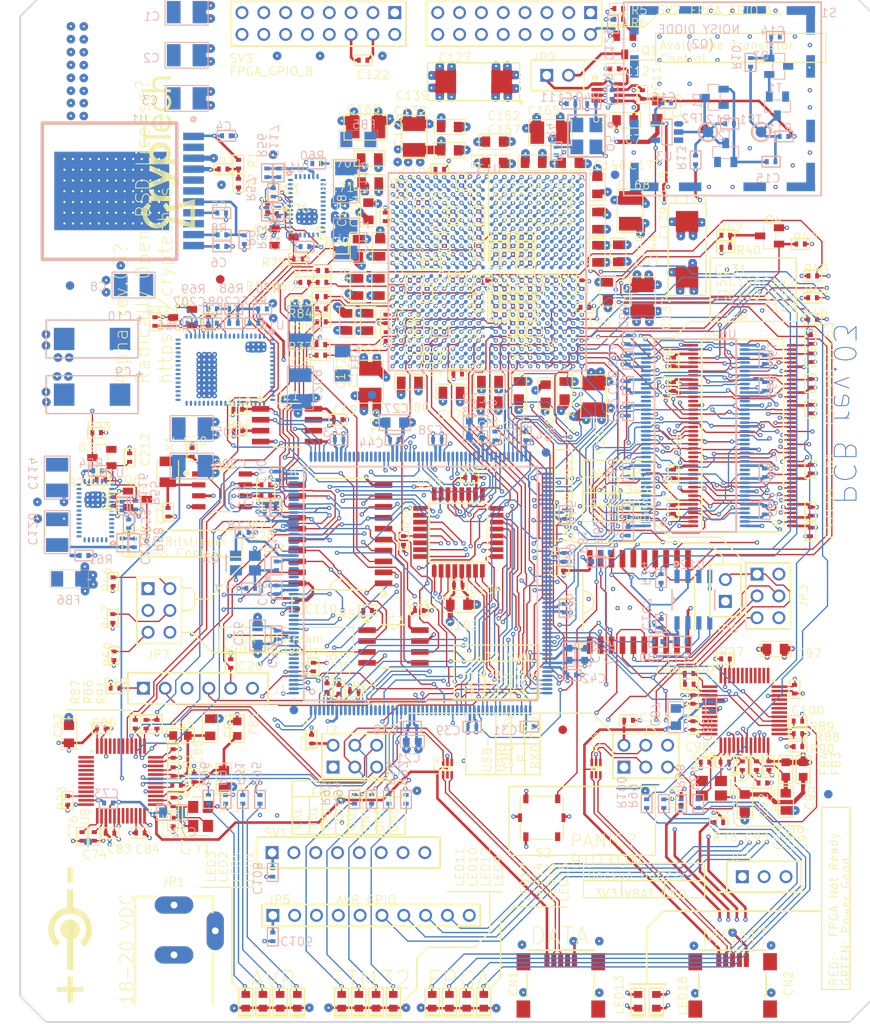
<source format=kicad_pcb>
(kicad_pcb (version 20170920) (host pcbnew no-vcs-found-e46fdb0~60~ubuntu17.04.1)

  (general
    (thickness 1.6)
    (drawings 6665)
    (tracks 9205)
    (zones 0)
    (modules 386)
    (nets 304)
  )

  (page A4)
  (layers
    (0 F.Cu signal)
    (1 In1.Cu power hide)
    (2 In2.Cu mixed hide)
    (3 In3.Cu power hide)
    (4 In4.Cu power hide)
    (5 In5.Cu mixed hide)
    (6 In6.Cu power hide)
    (31 B.Cu signal hide)
    (32 B.Adhes user hide)
    (33 F.Adhes user hide)
    (34 B.Paste user hide)
    (35 F.Paste user hide)
    (36 B.SilkS user hide)
    (37 F.SilkS user hide)
    (38 B.Mask user hide)
    (39 F.Mask user hide)
    (40 Dwgs.User user hide)
    (41 Cmts.User user hide)
    (42 Eco1.User user hide)
    (43 Eco2.User user hide)
    (44 Edge.Cuts user hide)
    (45 Margin user hide)
    (46 B.CrtYd user hide)
    (47 F.CrtYd user hide)
    (48 B.Fab user hide)
    (49 F.Fab user hide)
  )

  (setup
    (last_trace_width 0.25)
    (trace_clearance 0.127)
    (zone_clearance 0.0144)
    (zone_45_only no)
    (trace_min 0.15)
    (segment_width 0.2)
    (edge_width 0.1)
    (via_size 0.889)
    (via_drill 0.25)
    (via_min_size 0.889)
    (via_min_drill 0.508)
    (uvia_size 0.508)
    (uvia_drill 0.127)
    (uvias_allowed no)
    (uvia_min_size 0.508)
    (uvia_min_drill 0.127)
    (pcb_text_width 0.3)
    (pcb_text_size 1.5 1.5)
    (mod_edge_width 0.15)
    (mod_text_size 1 1)
    (mod_text_width 0.15)
    (pad_size 1.5 1.5)
    (pad_drill 0.6)
    (pad_to_mask_clearance 0)
    (aux_axis_origin 0 0)
    (visible_elements 7FFED33F)
    (pcbplotparams
      (layerselection 0x00030_ffffffff)
      (usegerberextensions false)
      (usegerberattributes true)
      (usegerberadvancedattributes true)
      (creategerberjobfile true)
      (excludeedgelayer true)
      (linewidth 0.100000)
      (plotframeref false)
      (viasonmask false)
      (mode 1)
      (useauxorigin false)
      (hpglpennumber 1)
      (hpglpenspeed 20)
      (hpglpendiameter 15)
      (psnegative false)
      (psa4output false)
      (plotreference true)
      (plotvalue true)
      (plotinvisibletext false)
      (padsonsilk false)
      (subtractmaskfromsilk false)
      (outputformat 1)
      (mirror false)
      (drillshape 0)
      (scaleselection 1)
      (outputdirectory GerberOutput/))
  )

  (net 0 "")
  (net 1 Net1)
  (net 2 DM_P)
  (net 3 DM_N)
  (net 4 3V3_BATT)
  (net 5 15V_LDO_ENABLE)
  (net 6 15V_STABLE)
  (net 7 GND)
  (net 8 NetC15_2)
  (net 9 AMPLIFIED)
  (net 10 ARM_FPGA_CFG_CS_N)
  (net 11 ARM_FPGA_CFG_MISO)
  (net 12 ARM_FPGA_CFG_MOSI)
  (net 13 ARM_FPGA_CFG_SCLK)
  (net 14 ARM_LED1)
  (net 15 ARM_LED2)
  (net 16 ARM_LED3)
  (net 17 ARM_LED4)
  (net 18 AVR_GPIO_0)
  (net 19 AVR_GPIO_1)
  (net 20 AVR_GPIO_2)
  (net 21 AVR_GPIO_3)
  (net 22 AVR_GPIO_4)
  (net 23 AVR_GPIO_5)
  (net 24 AVR_GPIO_6)
  (net 25 AVR_GPIO_7)
  (net 26 AVR_GPIO_ARM_0)
  (net 27 AVR_GPIO_ARM_1)
  (net 28 AVR_GPIO_ARM_2)
  (net 29 AVR_GPIO_ARM_3)
  (net 30 AVR_GPIO_FPGA_0)
  (net 31 AVR_GPIO_FPGA_1)
  (net 32 AVR_GPIO_FPGA_2)
  (net 33 AVR_GPIO_FPGA_3)
  (net 34 AVR_LED1)
  (net 35 AVR_LED2)
  (net 36 AVR_LED3)
  (net 37 AVR_LED4)
  (net 38 AVR_PANIC)
  (net 39 AVR_RESET)
  (net 40 BOOT0)
  (net 41 D1_N)
  (net 42 D1_P)
  (net 43 DIGITIZED_NOISE)
  (net 44 FMC_A0)
  (net 45 FMC_A1)
  (net 46 FMC_A2)
  (net 47 FMC_A3)
  (net 48 FMC_A4)
  (net 49 FMC_A5)
  (net 50 FMC_A6)
  (net 51 FMC_A7)
  (net 52 FMC_A8)
  (net 53 FMC_A9)
  (net 54 FMC_A10)
  (net 55 FMC_A11)
  (net 56 FMC_A12)
  (net 57 FMC_A13)
  (net 58 FMC_A14)
  (net 59 FMC_A15)
  (net 60 FMC_A16)
  (net 61 FMC_A17)
  (net 62 FMC_A18)
  (net 63 FMC_A19)
  (net 64 FMC_A20)
  (net 65 FMC_A21)
  (net 66 FMC_A22)
  (net 67 FMC_A23)
  (net 68 FMC_A24)
  (net 69 FMC_A25)
  (net 70 FMC_CLK)
  (net 71 FMC_D0)
  (net 72 FMC_D1)
  (net 73 FMC_D2)
  (net 74 FMC_D3)
  (net 75 FMC_D4)
  (net 76 FMC_D5)
  (net 77 FMC_D6)
  (net 78 FMC_D7)
  (net 79 FMC_D8)
  (net 80 FMC_D9)
  (net 81 FMC_D10)
  (net 82 FMC_D11)
  (net 83 FMC_D12)
  (net 84 FMC_D13)
  (net 85 FMC_D14)
  (net 86 FMC_D15)
  (net 87 FMC_D16)
  (net 88 FMC_D17)
  (net 89 FMC_D18)
  (net 90 FMC_D19)
  (net 91 FMC_D20)
  (net 92 FMC_D21)
  (net 93 FMC_D22)
  (net 94 FMC_D23)
  (net 95 FMC_D24)
  (net 96 FMC_D25)
  (net 97 FMC_D26)
  (net 98 FMC_D27)
  (net 99 FMC_D28)
  (net 100 FMC_D29)
  (net 101 FMC_D30)
  (net 102 FMC_D31)
  (net 103 FMC_NBL0)
  (net 104 FMC_NBL1)
  (net 105 FMC_NBL2)
  (net 106 FMC_NBL3)
  (net 107 FMC_NE1)
  (net 108 FMC_NL)
  (net 109 FMC_NOE)
  (net 110 FMC_NWAIT)
  (net 111 FMC_NWE)
  (net 112 FMC_SDCKE0)
  (net 113 FMC_SDCKE1)
  (net 114 FMC_SDCLK)
  (net 115 FMC_SDNCAS)
  (net 116 FMC_SDNE0)
  (net 117 FMC_SDNE1)
  (net 118 FMC_SDNRAS)
  (net 119 FMC_SDNWE)
  (net 120 FPGA_CFG_CS_N1)
  (net 121 FPGA_CFG_CS_N)
  (net 122 FPGA_CFG_CTRL_ARM_ENA)
  (net 123 FPGA_CFG_CTRL_FPGA_DIS)
  (net 124 FPGA_CFG_MISO1)
  (net 125 FPGA_CFG_MISO)
  (net 126 FPGA_CFG_MOSI1)
  (net 127 FPGA_CFG_MOSI)
  (net 128 FPGA_CFG_SCLK1)
  (net 129 FPGA_CFG_SCLK)
  (net 130 FPGA_DONE_INT)
  (net 131 FPGA_DONE)
  (net 132 FPGA_ENTROPY_DISABLE)
  (net 133 FPGA_GCLK)
  (net 134 FPGA_GPIO_A_0)
  (net 135 FPGA_GPIO_A_1)
  (net 136 FPGA_GPIO_A_2)
  (net 137 FPGA_GPIO_A_3)
  (net 138 FPGA_GPIO_A_4)
  (net 139 FPGA_GPIO_A_5)
  (net 140 FPGA_GPIO_A_6)
  (net 141 FPGA_GPIO_A_7)
  (net 142 FPGA_GPIO_B_0)
  (net 143 FPGA_GPIO_B_1)
  (net 144 FPGA_GPIO_B_2)
  (net 145 FPGA_GPIO_B_3)
  (net 146 FPGA_GPIO_B_4)
  (net 147 FPGA_GPIO_B_5)
  (net 148 FPGA_GPIO_B_6)
  (net 149 FPGA_GPIO_B_7)
  (net 150 FPGA_GPIO_LED_0)
  (net 151 FPGA_GPIO_LED_1)
  (net 152 FPGA_GPIO_LED_2)
  (net 153 FPGA_GPIO_LED_3)
  (net 154 FPGA_INIT_B_INT1)
  (net 155 FPGA_INIT_B_INT)
  (net 156 FPGA_INIT_B)
  (net 157 FPGA_IRQ_N_0)
  (net 158 FPGA_IRQ_N_1)
  (net 159 FPGA_IRQ_N_2)
  (net 160 FPGA_IRQ_N_3)
  (net 161 FPGA_JTAG_TCK)
  (net 162 FPGA_JTAG_TDI)
  (net 163 FPGA_JTAG_TDO)
  (net 164 FPGA_JTAG_TMS)
  (net 165 FPGA_M0)
  (net 166 FPGA_M1)
  (net 167 FPGA_M2)
  (net 168 FPGA_PROGRAM_B1)
  (net 169 FPGA_PROGRAM_B)
  (net 170 FPGA_PROM_CS_N)
  (net 171 FPGA_PROM_MISO)
  (net 172 FPGA_PROM_MOSI)
  (net 173 FPGA_PROM_SCLK)
  (net 174 FPGA_PROM_W_N)
  (net 175 FPGA_VCCAUX_1V8)
  (net 176 FPGA_VCCINT_1V0)
  (net 177 FT_CTS)
  (net 178 FT_DTR)
  (net 179 FT_MGMT_CTS)
  (net 180 FT_MGMT_DTR)
  (net 181 FT_MGMT_RTS)
  (net 182 FT_MGMT_RXD1)
  (net 183 FT_MGMT_RXD)
  (net 184 FT_MGMT_TXD1)
  (net 185 FT_MGMT_TXD)
  (net 186 FT_MGMT_VCC3V3)
  (net 187 FT_MGMT_VPHY)
  (net 188 FT_MGMT_VPLL)
  (net 189 FT_MGMT_VREGIN)
  (net 190 FT_REF1)
  (net 191 FT_REF)
  (net 192 FT_RESET1)
  (net 193 FT_RESET)
  (net 194 FT_RTS)
  (net 195 FT_RXD1)
  (net 196 FT_RXD)
  (net 197 FT_TXD1)
  (net 198 FT_TXD)
  (net 199 FT_VCC3V3)
  (net 200 FT_VCCA1)
  (net 201 FT_VCCA)
  (net 202 FT_VCCORE1)
  (net 203 FT_VCCORE)
  (net 204 FT_VPHY)
  (net 205 FT_VPLL)
  (net 206 FT_VREGIN)
  (net 207 KSM_PROM_CS_N)
  (net 208 KSM_PROM_MISO)
  (net 209 KSM_PROM_MOSI)
  (net 210 KSM_PROM_SCLK)
  (net 211 MKM_AVR_CS_N)
  (net 212 MKM_AVR_MISO)
  (net 213 MKM_AVR_MOSI)
  (net 214 MKM_AVR_SCK)
  (net 215 MKM_CONTROL_AVR_ENA)
  (net 216 MKM_CONTROL_FPGA_DIS)
  (net 217 MKM_CS_N)
  (net 218 MKM_FPGA_CS_N)
  (net 219 MKM_FPGA_MISO)
  (net 220 MKM_FPGA_MOSI)
  (net 221 MKM_FPGA_SCK)
  (net 222 MKM_MISO)
  (net 223 MKM_MOSI)
  (net 224 MKM_SCK)
  (net 225 NetC5_1)
  (net 226 NetC11_1)
  (net 227 NetC12_2)
  (net 228 NetC17_2)
  (net 229 NetC70_2)
  (net 230 NetC71_2)
  (net 231 NetC75_2)
  (net 232 NetC78_2)
  (net 233 NetC90_2)
  (net 234 NetC93_2)
  (net 235 NetC115_1)
  (net 236 NetC116_1)
  (net 237 NetC117_1)
  (net 238 NetC117_2)
  (net 239 NetC118_1)
  (net 240 NetC118_2)
  (net 241 NetC207_1)
  (net 242 NetC208_1)
  (net 243 NetC208_2)
  (net 244 NetIC1_3)
  (net 245 NetJP2_2)
  (net 246 NetLED1_1)
  (net 247 NetLED2_1)
  (net 248 NetLED3_1)
  (net 249 NetLED4_1)
  (net 250 NetLED9_1)
  (net 251 NetLED10_1)
  (net 252 NetLED11_1)
  (net 253 NetLED12_1)
  (net 254 NetLED13_1)
  (net 255 NetLED14_1)
  (net 256 NetLED15_1)
  (net 257 NetLED16_1)
  (net 258 NetLED17_1)
  (net 259 NetLED18_1)
  (net 260 NetLED18_2)
  (net 261 NetQ1_1)
  (net 262 NetQ5_1)
  (net 263 NetQ5_3)
  (net 264 NetR1_1)
  (net 265 NetR3_2)
  (net 266 NetR8_1)
  (net 267 NetR32_2)
  (net 268 NetR33_2)
  (net 269 NetR52_1)
  (net 270 NetR53_2)
  (net 271 NetR54_1)
  (net 272 NetR55_2)
  (net 273 NetR65_1)
  (net 274 NetR66_1)
  (net 275 NetR67_1)
  (net 276 NOISE_IN)
  (net 277 NOISE_OUT)
  (net 278 NRST)
  (net 279 OSC_IN)
  (net 280 OSC_OUT)
  (net 281 POK_VCCAUX)
  (net 282 POK_VCCINT)
  (net 283 POK_VCCO)
  (net 284 PWR_18V)
  (net 285 PWR_ENA_VCCAUX)
  (net 286 PWR_ENA_VCCINT)
  (net 287 PWR_ENA_VCCO)
  (net 288 RAW_NOISE)
  (net 289 RTC_MFP)
  (net 290 RTC_SCL)
  (net 291 RTC_SDA)
  (net 292 SPI_A_TRISTATE)
  (net 293 SPI_B_TRISTATE)
  (net 294 SWDCLK)
  (net 295 SWDIO)
  (net 296 USB_MGMT_N)
  (net 297 USB_MGMT_P)
  (net 298 USB_N)
  (net 299 USB_P)
  (net 300 VCAP1)
  (net 301 VCAP2)
  (net 302 VCC_5V0)
  (net 303 VCCO_3V3)

  (net_class Default "This is the default net class."
    (clearance 0.127)
    (trace_width 0.25)
    (via_dia 0.889)
    (via_drill 0.25)
    (uvia_dia 0.508)
    (uvia_drill 0.127)
    (add_net 15V_LDO_ENABLE)
    (add_net 15V_STABLE)
    (add_net 3V3_BATT)
    (add_net AMPLIFIED)
    (add_net ARM_FPGA_CFG_CS_N)
    (add_net ARM_FPGA_CFG_MISO)
    (add_net ARM_FPGA_CFG_MOSI)
    (add_net ARM_FPGA_CFG_SCLK)
    (add_net ARM_LED1)
    (add_net ARM_LED2)
    (add_net ARM_LED3)
    (add_net ARM_LED4)
    (add_net AVR_GPIO_0)
    (add_net AVR_GPIO_1)
    (add_net AVR_GPIO_2)
    (add_net AVR_GPIO_3)
    (add_net AVR_GPIO_4)
    (add_net AVR_GPIO_5)
    (add_net AVR_GPIO_6)
    (add_net AVR_GPIO_7)
    (add_net AVR_GPIO_ARM_0)
    (add_net AVR_GPIO_ARM_1)
    (add_net AVR_GPIO_ARM_2)
    (add_net AVR_GPIO_ARM_3)
    (add_net AVR_GPIO_FPGA_0)
    (add_net AVR_GPIO_FPGA_1)
    (add_net AVR_GPIO_FPGA_2)
    (add_net AVR_GPIO_FPGA_3)
    (add_net AVR_LED1)
    (add_net AVR_LED2)
    (add_net AVR_LED3)
    (add_net AVR_LED4)
    (add_net AVR_PANIC)
    (add_net AVR_RESET)
    (add_net BOOT0)
    (add_net DIGITIZED_NOISE)
    (add_net FPGA_CFG_CS_N)
    (add_net FPGA_CFG_CS_N1)
    (add_net FPGA_CFG_CTRL_ARM_ENA)
    (add_net FPGA_CFG_CTRL_FPGA_DIS)
    (add_net FPGA_CFG_MISO)
    (add_net FPGA_CFG_MISO1)
    (add_net FPGA_CFG_MOSI)
    (add_net FPGA_CFG_MOSI1)
    (add_net FPGA_CFG_SCLK)
    (add_net FPGA_CFG_SCLK1)
    (add_net FPGA_DONE)
    (add_net FPGA_DONE_INT)
    (add_net FPGA_ENTROPY_DISABLE)
    (add_net FPGA_GCLK)
    (add_net FPGA_GPIO_LED_0)
    (add_net FPGA_GPIO_LED_1)
    (add_net FPGA_GPIO_LED_2)
    (add_net FPGA_GPIO_LED_3)
    (add_net FPGA_INIT_B)
    (add_net FPGA_INIT_B_INT)
    (add_net FPGA_INIT_B_INT1)
    (add_net FPGA_IRQ_N_0)
    (add_net FPGA_IRQ_N_1)
    (add_net FPGA_IRQ_N_2)
    (add_net FPGA_IRQ_N_3)
    (add_net FPGA_JTAG_TCK)
    (add_net FPGA_JTAG_TDI)
    (add_net FPGA_JTAG_TDO)
    (add_net FPGA_JTAG_TMS)
    (add_net FPGA_M0)
    (add_net FPGA_M1)
    (add_net FPGA_M2)
    (add_net FPGA_PROGRAM_B)
    (add_net FPGA_PROGRAM_B1)
    (add_net FPGA_PROM_CS_N)
    (add_net FPGA_PROM_MISO)
    (add_net FPGA_PROM_MOSI)
    (add_net FPGA_PROM_SCLK)
    (add_net FPGA_PROM_W_N)
    (add_net FPGA_VCCAUX_1V8)
    (add_net FPGA_VCCINT_1V0)
    (add_net FT_CTS)
    (add_net FT_DTR)
    (add_net FT_MGMT_CTS)
    (add_net FT_MGMT_DTR)
    (add_net FT_MGMT_RTS)
    (add_net FT_MGMT_RXD)
    (add_net FT_MGMT_RXD1)
    (add_net FT_MGMT_TXD)
    (add_net FT_MGMT_TXD1)
    (add_net FT_MGMT_VCC3V3)
    (add_net FT_MGMT_VPHY)
    (add_net FT_MGMT_VPLL)
    (add_net FT_MGMT_VREGIN)
    (add_net FT_REF)
    (add_net FT_REF1)
    (add_net FT_RESET)
    (add_net FT_RESET1)
    (add_net FT_RTS)
    (add_net FT_RXD)
    (add_net FT_RXD1)
    (add_net FT_TXD)
    (add_net FT_TXD1)
    (add_net FT_VCC3V3)
    (add_net FT_VCCA)
    (add_net FT_VCCA1)
    (add_net FT_VCCORE)
    (add_net FT_VCCORE1)
    (add_net FT_VPHY)
    (add_net FT_VPLL)
    (add_net FT_VREGIN)
    (add_net GND)
    (add_net KSM_PROM_CS_N)
    (add_net KSM_PROM_MISO)
    (add_net KSM_PROM_MOSI)
    (add_net KSM_PROM_SCLK)
    (add_net MKM_AVR_CS_N)
    (add_net MKM_AVR_MISO)
    (add_net MKM_AVR_MOSI)
    (add_net MKM_AVR_SCK)
    (add_net MKM_CONTROL_AVR_ENA)
    (add_net MKM_CONTROL_FPGA_DIS)
    (add_net MKM_CS_N)
    (add_net MKM_FPGA_CS_N)
    (add_net MKM_FPGA_MISO)
    (add_net MKM_FPGA_MOSI)
    (add_net MKM_FPGA_SCK)
    (add_net MKM_MISO)
    (add_net MKM_MOSI)
    (add_net MKM_SCK)
    (add_net NOISE_IN)
    (add_net NOISE_OUT)
    (add_net NRST)
    (add_net Net1)
    (add_net NetC115_1)
    (add_net NetC116_1)
    (add_net NetC117_1)
    (add_net NetC117_2)
    (add_net NetC118_1)
    (add_net NetC118_2)
    (add_net NetC11_1)
    (add_net NetC12_2)
    (add_net NetC15_2)
    (add_net NetC17_2)
    (add_net NetC207_1)
    (add_net NetC208_1)
    (add_net NetC208_2)
    (add_net NetC5_1)
    (add_net NetC70_2)
    (add_net NetC71_2)
    (add_net NetC75_2)
    (add_net NetC78_2)
    (add_net NetC90_2)
    (add_net NetC93_2)
    (add_net NetIC1_3)
    (add_net NetJP2_2)
    (add_net NetLED10_1)
    (add_net NetLED11_1)
    (add_net NetLED12_1)
    (add_net NetLED13_1)
    (add_net NetLED14_1)
    (add_net NetLED15_1)
    (add_net NetLED16_1)
    (add_net NetLED17_1)
    (add_net NetLED18_1)
    (add_net NetLED18_2)
    (add_net NetLED1_1)
    (add_net NetLED2_1)
    (add_net NetLED3_1)
    (add_net NetLED4_1)
    (add_net NetLED9_1)
    (add_net NetQ1_1)
    (add_net NetQ5_1)
    (add_net NetQ5_3)
    (add_net NetR1_1)
    (add_net NetR32_2)
    (add_net NetR33_2)
    (add_net NetR3_2)
    (add_net NetR52_1)
    (add_net NetR53_2)
    (add_net NetR54_1)
    (add_net NetR55_2)
    (add_net NetR65_1)
    (add_net NetR66_1)
    (add_net NetR67_1)
    (add_net NetR8_1)
    (add_net OSC_IN)
    (add_net OSC_OUT)
    (add_net POK_VCCAUX)
    (add_net POK_VCCINT)
    (add_net POK_VCCO)
    (add_net PWR_18V)
    (add_net PWR_ENA_VCCAUX)
    (add_net PWR_ENA_VCCINT)
    (add_net PWR_ENA_VCCO)
    (add_net RAW_NOISE)
    (add_net RTC_MFP)
    (add_net RTC_SCL)
    (add_net RTC_SDA)
    (add_net SPI_A_TRISTATE)
    (add_net SPI_B_TRISTATE)
    (add_net SWDCLK)
    (add_net SWDIO)
    (add_net VCAP1)
    (add_net VCAP2)
    (add_net VCCO_3V3)
    (add_net VCC_5V0)
  )

  (net_class Default "This is the default net class."
    (clearance 0.127)
    (trace_width 0.25)
    (via_dia 0.889)
    (via_drill 0.25)
    (uvia_dia 0.508)
    (uvia_drill 0.127)
    (add_net 15V_LDO_ENABLE)
    (add_net 15V_STABLE)
    (add_net 3V3_BATT)
    (add_net AMPLIFIED)
    (add_net ARM_FPGA_CFG_CS_N)
    (add_net ARM_FPGA_CFG_MISO)
    (add_net ARM_FPGA_CFG_MOSI)
    (add_net ARM_FPGA_CFG_SCLK)
    (add_net ARM_LED1)
    (add_net ARM_LED2)
    (add_net ARM_LED3)
    (add_net ARM_LED4)
    (add_net AVR_GPIO_0)
    (add_net AVR_GPIO_1)
    (add_net AVR_GPIO_2)
    (add_net AVR_GPIO_3)
    (add_net AVR_GPIO_4)
    (add_net AVR_GPIO_5)
    (add_net AVR_GPIO_6)
    (add_net AVR_GPIO_7)
    (add_net AVR_GPIO_ARM_0)
    (add_net AVR_GPIO_ARM_1)
    (add_net AVR_GPIO_ARM_2)
    (add_net AVR_GPIO_ARM_3)
    (add_net AVR_GPIO_FPGA_0)
    (add_net AVR_GPIO_FPGA_1)
    (add_net AVR_GPIO_FPGA_2)
    (add_net AVR_GPIO_FPGA_3)
    (add_net AVR_LED1)
    (add_net AVR_LED2)
    (add_net AVR_LED3)
    (add_net AVR_LED4)
    (add_net AVR_PANIC)
    (add_net AVR_RESET)
    (add_net BOOT0)
    (add_net DIGITIZED_NOISE)
    (add_net FPGA_CFG_CS_N)
    (add_net FPGA_CFG_CS_N1)
    (add_net FPGA_CFG_CTRL_ARM_ENA)
    (add_net FPGA_CFG_CTRL_FPGA_DIS)
    (add_net FPGA_CFG_MISO)
    (add_net FPGA_CFG_MISO1)
    (add_net FPGA_CFG_MOSI)
    (add_net FPGA_CFG_MOSI1)
    (add_net FPGA_CFG_SCLK)
    (add_net FPGA_CFG_SCLK1)
    (add_net FPGA_DONE)
    (add_net FPGA_DONE_INT)
    (add_net FPGA_ENTROPY_DISABLE)
    (add_net FPGA_GCLK)
    (add_net FPGA_GPIO_LED_0)
    (add_net FPGA_GPIO_LED_1)
    (add_net FPGA_GPIO_LED_2)
    (add_net FPGA_GPIO_LED_3)
    (add_net FPGA_INIT_B)
    (add_net FPGA_INIT_B_INT)
    (add_net FPGA_INIT_B_INT1)
    (add_net FPGA_IRQ_N_0)
    (add_net FPGA_IRQ_N_1)
    (add_net FPGA_IRQ_N_2)
    (add_net FPGA_IRQ_N_3)
    (add_net FPGA_JTAG_TCK)
    (add_net FPGA_JTAG_TDI)
    (add_net FPGA_JTAG_TDO)
    (add_net FPGA_JTAG_TMS)
    (add_net FPGA_M0)
    (add_net FPGA_M1)
    (add_net FPGA_M2)
    (add_net FPGA_PROGRAM_B)
    (add_net FPGA_PROGRAM_B1)
    (add_net FPGA_PROM_CS_N)
    (add_net FPGA_PROM_MISO)
    (add_net FPGA_PROM_MOSI)
    (add_net FPGA_PROM_SCLK)
    (add_net FPGA_PROM_W_N)
    (add_net FPGA_VCCAUX_1V8)
    (add_net FPGA_VCCINT_1V0)
    (add_net FT_CTS)
    (add_net FT_DTR)
    (add_net FT_MGMT_CTS)
    (add_net FT_MGMT_DTR)
    (add_net FT_MGMT_RTS)
    (add_net FT_MGMT_RXD)
    (add_net FT_MGMT_RXD1)
    (add_net FT_MGMT_TXD)
    (add_net FT_MGMT_TXD1)
    (add_net FT_MGMT_VCC3V3)
    (add_net FT_MGMT_VPHY)
    (add_net FT_MGMT_VPLL)
    (add_net FT_MGMT_VREGIN)
    (add_net FT_REF)
    (add_net FT_REF1)
    (add_net FT_RESET)
    (add_net FT_RESET1)
    (add_net FT_RTS)
    (add_net FT_RXD)
    (add_net FT_RXD1)
    (add_net FT_TXD)
    (add_net FT_TXD1)
    (add_net FT_VCC3V3)
    (add_net FT_VCCA)
    (add_net FT_VCCA1)
    (add_net FT_VCCORE)
    (add_net FT_VCCORE1)
    (add_net FT_VPHY)
    (add_net FT_VPLL)
    (add_net FT_VREGIN)
    (add_net GND)
    (add_net KSM_PROM_CS_N)
    (add_net KSM_PROM_MISO)
    (add_net KSM_PROM_MOSI)
    (add_net KSM_PROM_SCLK)
    (add_net MKM_AVR_CS_N)
    (add_net MKM_AVR_MISO)
    (add_net MKM_AVR_MOSI)
    (add_net MKM_AVR_SCK)
    (add_net MKM_CONTROL_AVR_ENA)
    (add_net MKM_CONTROL_FPGA_DIS)
    (add_net MKM_CS_N)
    (add_net MKM_FPGA_CS_N)
    (add_net MKM_FPGA_MISO)
    (add_net MKM_FPGA_MOSI)
    (add_net MKM_FPGA_SCK)
    (add_net MKM_MISO)
    (add_net MKM_MOSI)
    (add_net MKM_SCK)
    (add_net NOISE_IN)
    (add_net NOISE_OUT)
    (add_net NRST)
    (add_net Net1)
    (add_net NetC115_1)
    (add_net NetC116_1)
    (add_net NetC117_1)
    (add_net NetC117_2)
    (add_net NetC118_1)
    (add_net NetC118_2)
    (add_net NetC11_1)
    (add_net NetC12_2)
    (add_net NetC15_2)
    (add_net NetC17_2)
    (add_net NetC207_1)
    (add_net NetC208_1)
    (add_net NetC208_2)
    (add_net NetC5_1)
    (add_net NetC70_2)
    (add_net NetC71_2)
    (add_net NetC75_2)
    (add_net NetC78_2)
    (add_net NetC90_2)
    (add_net NetC93_2)
    (add_net NetIC1_3)
    (add_net NetJP2_2)
    (add_net NetLED10_1)
    (add_net NetLED11_1)
    (add_net NetLED12_1)
    (add_net NetLED13_1)
    (add_net NetLED14_1)
    (add_net NetLED15_1)
    (add_net NetLED16_1)
    (add_net NetLED17_1)
    (add_net NetLED18_1)
    (add_net NetLED18_2)
    (add_net NetLED1_1)
    (add_net NetLED2_1)
    (add_net NetLED3_1)
    (add_net NetLED4_1)
    (add_net NetLED9_1)
    (add_net NetQ1_1)
    (add_net NetQ5_1)
    (add_net NetQ5_3)
    (add_net NetR1_1)
    (add_net NetR32_2)
    (add_net NetR33_2)
    (add_net NetR3_2)
    (add_net NetR52_1)
    (add_net NetR53_2)
    (add_net NetR54_1)
    (add_net NetR55_2)
    (add_net NetR65_1)
    (add_net NetR66_1)
    (add_net NetR67_1)
    (add_net NetR8_1)
    (add_net OSC_IN)
    (add_net OSC_OUT)
    (add_net POK_VCCAUX)
    (add_net POK_VCCINT)
    (add_net POK_VCCO)
    (add_net PWR_18V)
    (add_net PWR_ENA_VCCAUX)
    (add_net PWR_ENA_VCCINT)
    (add_net PWR_ENA_VCCO)
    (add_net RAW_NOISE)
    (add_net RTC_MFP)
    (add_net RTC_SCL)
    (add_net RTC_SDA)
    (add_net SPI_A_TRISTATE)
    (add_net SPI_B_TRISTATE)
    (add_net SWDCLK)
    (add_net SWDIO)
    (add_net VCAP1)
    (add_net VCAP2)
    (add_net VCCO_3V3)
    (add_net VCC_5V0)
  )

  (net_class FMC FMC
    (clearance 0.15)
    (trace_width 0.254)
    (via_dia 0.889)
    (via_drill 0.25)
    (uvia_dia 0.508)
    (uvia_drill 0.127)
    (add_net FMC_A0)
    (add_net FMC_A1)
    (add_net FMC_A10)
    (add_net FMC_A11)
    (add_net FMC_A12)
    (add_net FMC_A13)
    (add_net FMC_A14)
    (add_net FMC_A15)
    (add_net FMC_A16)
    (add_net FMC_A17)
    (add_net FMC_A18)
    (add_net FMC_A19)
    (add_net FMC_A2)
    (add_net FMC_A20)
    (add_net FMC_A21)
    (add_net FMC_A22)
    (add_net FMC_A23)
    (add_net FMC_A24)
    (add_net FMC_A25)
    (add_net FMC_A3)
    (add_net FMC_A4)
    (add_net FMC_A5)
    (add_net FMC_A6)
    (add_net FMC_A7)
    (add_net FMC_A8)
    (add_net FMC_A9)
    (add_net FMC_CLK)
    (add_net FMC_D0)
    (add_net FMC_D1)
    (add_net FMC_D10)
    (add_net FMC_D11)
    (add_net FMC_D12)
    (add_net FMC_D13)
    (add_net FMC_D14)
    (add_net FMC_D15)
    (add_net FMC_D16)
    (add_net FMC_D17)
    (add_net FMC_D18)
    (add_net FMC_D19)
    (add_net FMC_D2)
    (add_net FMC_D20)
    (add_net FMC_D21)
    (add_net FMC_D22)
    (add_net FMC_D23)
    (add_net FMC_D24)
    (add_net FMC_D25)
    (add_net FMC_D26)
    (add_net FMC_D27)
    (add_net FMC_D28)
    (add_net FMC_D29)
    (add_net FMC_D3)
    (add_net FMC_D30)
    (add_net FMC_D31)
    (add_net FMC_D4)
    (add_net FMC_D5)
    (add_net FMC_D6)
    (add_net FMC_D7)
    (add_net FMC_D8)
    (add_net FMC_D9)
    (add_net FMC_NBL0)
    (add_net FMC_NBL1)
    (add_net FMC_NBL2)
    (add_net FMC_NBL3)
    (add_net FMC_NE1)
    (add_net FMC_NL)
    (add_net FMC_NOE)
    (add_net FMC_NWAIT)
    (add_net FMC_NWE)
    (add_net FMC_SDCKE0)
    (add_net FMC_SDCKE1)
    (add_net FMC_SDCLK)
    (add_net FMC_SDNCAS)
    (add_net FMC_SDNE0)
    (add_net FMC_SDNE1)
    (add_net FMC_SDNRAS)
    (add_net FMC_SDNWE)
  )

  (net_class FPGA_GPIO FPGA_GPIO
    (clearance 0.15)
    (trace_width 0.254)
    (via_dia 0.889)
    (via_drill 0.25)
    (uvia_dia 0.508)
    (uvia_drill 0.127)
    (add_net FPGA_GPIO_A_0)
    (add_net FPGA_GPIO_A_1)
    (add_net FPGA_GPIO_A_2)
    (add_net FPGA_GPIO_A_3)
    (add_net FPGA_GPIO_A_4)
    (add_net FPGA_GPIO_A_5)
    (add_net FPGA_GPIO_A_6)
    (add_net FPGA_GPIO_A_7)
    (add_net FPGA_GPIO_B_0)
    (add_net FPGA_GPIO_B_1)
    (add_net FPGA_GPIO_B_2)
    (add_net FPGA_GPIO_B_3)
    (add_net FPGA_GPIO_B_4)
    (add_net FPGA_GPIO_B_5)
    (add_net FPGA_GPIO_B_6)
    (add_net FPGA_GPIO_B_7)
  )

  (net_class USB USB
    (clearance 0.15)
    (trace_width 0.254)
    (via_dia 0.889)
    (via_drill 0.25)
    (uvia_dia 0.508)
    (uvia_drill 0.127)
    (add_net D1_N)
    (add_net D1_P)
    (add_net DM_N)
    (add_net DM_P)
    (add_net USB_MGMT_N)
    (add_net USB_MGMT_P)
    (add_net USB_N)
    (add_net USB_P)
  )

  (module HDR1X10 (layer F.Cu) (tedit 4289BEAB) (tstamp 539EEDBF)
    (at 31.5 6)
    (path /539EEC0F)
    (attr smd)
    (fp_text reference JP5 (at 0 0) (layer F.SilkS) hide
      (effects (font (thickness 0.05)))
    )
    (fp_text value "Standard 10-pin 0.1\" header. Use with straight break away headers (SKU : PRT-00116), right angle break away headers (PRT-00553), swiss pins (PRT-00743), machine pins (PRT-00117), and female headers (PRT-00115)." (at 0 0) (layer Cmts.User)
      (effects (font (thickness 0.05)))
    )
    (pad 3 thru_hole circle (at 5.08 0) (size 1.5 1.5) (drill 1) (layers *.Cu *.Paste *.Mask)
      (net 19 AVR_GPIO_1))
    (pad 10 thru_hole circle (at 22.86 0) (size 1.5 1.5) (drill 1) (layers *.Cu *.Paste *.Mask)
      (net 7 GND))
    (pad 9 thru_hole circle (at 20.32 0) (size 1.5 1.5) (drill 1) (layers *.Cu *.Paste *.Mask)
      (net 25 AVR_GPIO_7))
    (pad 8 thru_hole circle (at 17.78 0) (size 1.5 1.5) (drill 1) (layers *.Cu *.Paste *.Mask)
      (net 24 AVR_GPIO_6))
    (pad 7 thru_hole circle (at 15.24 0) (size 1.5 1.5) (drill 1) (layers *.Cu *.Paste *.Mask)
      (net 23 AVR_GPIO_5))
    (pad 6 thru_hole circle (at 12.7 0) (size 1.5 1.5) (drill 1) (layers *.Cu *.Paste *.Mask)
      (net 22 AVR_GPIO_4))
    (pad 5 thru_hole circle (at 10.16 0) (size 1.5 1.5) (drill 1) (layers *.Cu *.Paste *.Mask)
      (net 21 AVR_GPIO_3))
    (pad 4 thru_hole circle (at 7.62 0) (size 1.5 1.5) (drill 1) (layers *.Cu *.Paste *.Mask)
      (net 20 AVR_GPIO_2))
    (pad 2 thru_hole circle (at 2.54 0) (size 1.5 1.5) (drill 1) (layers *.Cu *.Paste *.Mask)
      (net 18 AVR_GPIO_0))
    (pad 1 thru_hole rect (at 0 0) (size 1.5 1.5) (drill 1) (layers *.Cu *.Paste *.Mask)
      (net 303 VCCO_3V3))
  )

  (module PLS-2 (layer F.Cu) (tedit 4289BEAB) (tstamp 539EEDBF)
    (at 84.16075 -31.8)
    (path /539EEC0F)
    (attr smd)
    (fp_text reference JP6 (at 0 0) (layer F.SilkS) hide
      (effects (font (thickness 0.05)))
    )
    (fp_text value "Wurth 2pins connector (for jumper)" (at 0 0) (layer Cmts.User)
      (effects (font (thickness 0.05)))
    )
    (pad 1 thru_hole rect (at -0.00001 1.27 90) (size 1.5 1.5) (drill 1) (layers *.Cu *.Paste *.Mask)
      (net 7 GND))
    (pad 2 thru_hole circle (at -0.00001 -1.27 90) (size 1.5 1.5) (drill 1) (layers *.Cu *.Paste *.Mask)
      (net 212 MKM_AVR_MISO))
    (model "wrlshp/User Library-Header1x2.wrl"
      (at (xyz -0.46484 0.22343 -0.2677165))
      (scale (xyz 0.39370078740158 0.39370078740158 0.39370078740158))
      (rotate (xyz 270 360 90))
    )
    (model wrlshp/3416A7AC-A52A.wrl
      (at (xyz 0 0 0))
      (scale (xyz 1 1 1))
      (rotate (xyz 0 0 180))
    )
  )

  (module C_1210 (layer B.Cu) (tedit 4289BEAB) (tstamp 539EEDBF)
    (at 21.463 -99.0854)
    (path /539EEC0F)
    (attr smd)
    (fp_text reference C1 (at 0 0) (layer F.SilkS) hide
      (effects (font (thickness 0.05)))
    )
    (fp_text value "1210 CAPACITOR" (at 0 0) (layer Cmts.User)
      (effects (font (thickness 0.05)))
    )
    (pad 2 smd rect (at 1.5 0) (size 1.6 2.6) (layers B.Cu B.Paste B.Mask)
      (net 7 GND))
    (pad 1 smd rect (at -1.5 0) (size 1.6 2.6) (layers B.Cu B.Paste B.Mask)
      (net 284 PWR_18V))
    (model wrlshp/SW3dPS-CAPC3225.wrl
      (at (xyz 0 0.04921 0.0492126))
      (scale (xyz 0.39370078740158 0.39370078740158 0.39370078740158))
      (rotate (xyz 270 360 360))
    )
    (model wrlshp/F26EE9BE-B6B0.wrl
      (at (xyz 0 0 0))
      (scale (xyz 1 1 1))
      (rotate (xyz 0 0 360))
    )
  )

  (module C_1210 (layer B.Cu) (tedit 4289BEAB) (tstamp 539EEDBF)
    (at 21.463 -94.0689)
    (path /539EEC0F)
    (attr smd)
    (fp_text reference C2 (at 0 0) (layer F.SilkS) hide
      (effects (font (thickness 0.05)))
    )
    (fp_text value "1210 CAPACITOR" (at 0 0) (layer Cmts.User)
      (effects (font (thickness 0.05)))
    )
    (pad 1 smd rect (at -1.5 0) (size 1.6 2.6) (layers B.Cu B.Paste B.Mask)
      (net 284 PWR_18V))
    (pad 2 smd rect (at 1.5 0) (size 1.6 2.6) (layers B.Cu B.Paste B.Mask)
      (net 7 GND))
    (model wrlshp/SW3dPS-CAPC3225.wrl
      (at (xyz 0 0.04921 0.0492126))
      (scale (xyz 0.39370078740158 0.39370078740158 0.39370078740158))
      (rotate (xyz 270 360 360))
    )
    (model wrlshp/F26EE9BE-B6B0.wrl
      (at (xyz 0 0 0))
      (scale (xyz 1 1 1))
      (rotate (xyz 0 0 360))
    )
  )

  (module C_1210 (layer B.Cu) (tedit 4289BEAB) (tstamp 539EEDBF)
    (at 21.463 -89.0524)
    (path /539EEC0F)
    (attr smd)
    (fp_text reference C3 (at 0 0) (layer F.SilkS) hide
      (effects (font (thickness 0.05)))
    )
    (fp_text value "1210 CAPACITOR" (at 0 0) (layer Cmts.User)
      (effects (font (thickness 0.05)))
    )
    (pad 2 smd rect (at 1.5 0) (size 1.6 2.6) (layers B.Cu B.Paste B.Mask)
      (net 7 GND))
    (pad 1 smd rect (at -1.5 0) (size 1.6 2.6) (layers B.Cu B.Paste B.Mask)
      (net 284 PWR_18V))
    (model wrlshp/SW3dPS-CAPC3225.wrl
      (at (xyz 0 0.04921 0.0492126))
      (scale (xyz 0.39370078740158 0.39370078740158 0.39370078740158))
      (rotate (xyz 270 360 360))
    )
    (model wrlshp/F26EE9BE-B6B0.wrl
      (at (xyz 0 0 0))
      (scale (xyz 1 1 1))
      (rotate (xyz 0 0 360))
    )
  )

  (module C_0402 (layer B.Cu) (tedit 4289BEAB) (tstamp 539EEDBF)
    (at 26.1 -84.7)
    (path /539EEC0F)
    (attr smd)
    (fp_text reference C4 (at 0 0) (layer F.SilkS) hide
      (effects (font (thickness 0.05)))
    )
    (fp_text value "0402 CAPACITOR" (at 0 0) (layer Cmts.User)
      (effects (font (thickness 0.05)))
    )
    (pad 1 smd rect (at -0.5 0) (size 0.45 0.6) (layers B.Cu B.Paste B.Mask)
      (net 284 PWR_18V))
    (pad 2 smd rect (at 0.5 0) (size 0.45 0.6) (layers B.Cu B.Paste B.Mask)
      (net 7 GND))
    (model "wrlshp/SW3dPS-0402 SMD Capacitor.wrl"
      (at (xyz 0 0 0))
      (scale (xyz 0.39370078740158 0.39370078740158 0.39370078740158))
      (rotate (xyz 270 360 360))
    )
    (model wrlshp/ECAF1ED8-FCC0.wrl
      (at (xyz 0 0 0))
      (scale (xyz 1 1 1))
      (rotate (xyz 0 0 360))
    )
  )

  (module C_0402 (layer B.Cu) (tedit 4289BEAB) (tstamp 539EEDBF)
    (at 25.55 -75.725)
    (path /539EEC0F)
    (attr smd)
    (fp_text reference C5 (at 0 0) (layer F.SilkS) hide
      (effects (font (thickness 0.05)))
    )
    (fp_text value "0402 CAPACITOR" (at 0 0) (layer Cmts.User)
      (effects (font (thickness 0.05)))
    )
    (pad 2 smd rect (at 0.5 0) (size 0.45 0.6) (layers B.Cu B.Paste B.Mask)
      (net 7 GND))
    (pad 1 smd rect (at -0.5 0) (size 0.45 0.6) (layers B.Cu B.Paste B.Mask)
      (net 225 NetC5_1))
    (model "wrlshp/SW3dPS-0402 SMD Capacitor.wrl"
      (at (xyz 0 0 0))
      (scale (xyz 0.39370078740158 0.39370078740158 0.39370078740158))
      (rotate (xyz 270 360 360))
    )
    (model wrlshp/ECAF1ED8-FCC0.wrl
      (at (xyz 0 0 0))
      (scale (xyz 1 1 1))
      (rotate (xyz 0 0 360))
    )
  )

  (module C_0402 (layer B.Cu) (tedit 4289BEAB) (tstamp 539EEDBF)
    (at 25.5778 -71.8312)
    (path /539EEC0F)
    (attr smd)
    (fp_text reference C6 (at 0 0) (layer F.SilkS) hide
      (effects (font (thickness 0.05)))
    )
    (fp_text value "0402 CAPACITOR" (at 0 0) (layer Cmts.User)
      (effects (font (thickness 0.05)))
    )
    (pad 1 smd rect (at -0.5 0) (size 0.45 0.6) (layers B.Cu B.Paste B.Mask)
      (net 302 VCC_5V0))
    (pad 2 smd rect (at 0.5 0) (size 0.45 0.6) (layers B.Cu B.Paste B.Mask)
      (net 7 GND))
    (model "wrlshp/SW3dPS-0402 SMD Capacitor.wrl"
      (at (xyz 0 0 0))
      (scale (xyz 0.39370078740158 0.39370078740158 0.39370078740158))
      (rotate (xyz 270 360 360))
    )
    (model wrlshp/ECAF1ED8-FCC0.wrl
      (at (xyz 0 0 0))
      (scale (xyz 1 1 1))
      (rotate (xyz 0 0 360))
    )
  )

  (module C_0805 (layer F.Cu) (tedit 4289BEAB) (tstamp 539EEDBF)
    (at 72.5 -86.5)
    (path /539EEC0F)
    (attr smd)
    (fp_text reference C7 (at 0 0) (layer F.SilkS) hide
      (effects (font (thickness 0.05)))
    )
    (fp_text value "0805 CAPACITOR X7R 25V" (at 0 0) (layer Cmts.User)
      (effects (font (thickness 0.05)))
    )
    (pad 2 smd rect (at -1 0 180) (size 1 1.2) (layers F.Cu F.Paste F.Mask)
      (net 7 GND))
    (pad 1 smd rect (at 1 0 180) (size 1 1.2) (layers F.Cu F.Paste F.Mask)
      (net 284 PWR_18V))
    (model "wrlshp/SW3dPS-0805 SMD Capacitor.wrl"
      (at (xyz 0 0.00098 0))
      (scale (xyz 0.39370078740158 0.39370078740158 0.39370078740158))
      (rotate (xyz 270 360 180))
    )
    (model wrlshp/68E8DA21-73BF.wrl
      (at (xyz 0 0 0))
      (scale (xyz 1 1 1))
      (rotate (xyz 0 0 0))
    )
  )

  (module C_1210 (layer B.Cu) (tedit 4289BEAB) (tstamp 539EEDBF)
    (at 15.2908 -67.3354)
    (path /539EEC0F)
    (attr smd)
    (fp_text reference C8 (at 0 0) (layer F.SilkS) hide
      (effects (font (thickness 0.05)))
    )
    (fp_text value "1210 CAPACITOR X5R 6.3V" (at 0 0) (layer Cmts.User)
      (effects (font (thickness 0.05)))
    )
    (pad 1 smd rect (at 1.5 0 180) (size 1.6 2.6) (layers B.Cu B.Paste B.Mask)
      (net 302 VCC_5V0))
    (pad 2 smd rect (at -1.5 0 180) (size 1.6 2.6) (layers B.Cu B.Paste B.Mask)
      (net 7 GND))
    (model wrlshp/SW3dPS-CAPC3225.wrl
      (at (xyz 0 -0.04921 0.0492126))
      (scale (xyz 0.39370078740158 0.39370078740158 0.39370078740158))
      (rotate (xyz 270 360 180))
    )
    (model wrlshp/F26EE9BE-B6B0.wrl
      (at (xyz 0 0 0))
      (scale (xyz 1 1 1))
      (rotate (xyz 0 0 0))
    )
  )

  (module C_D (layer B.Cu) (tedit 4289BEAB) (tstamp 539EEDBF)
    (at 10.4648 -54.5846)
    (path /539EEC0F)
    (attr smd)
    (fp_text reference C9 (at 0 0) (layer F.SilkS) hide
      (effects (font (thickness 0.05)))
    )
    (fp_text value "Kemet Tantalum Capacitor" (at 0 0) (layer Cmts.User)
      (effects (font (thickness 0.05)))
    )
    (pad 1 smd rect (at 3.25 0 180) (size 2.4 2.6) (layers B.Cu B.Paste B.Mask)
      (net 302 VCC_5V0))
    (pad 2 smd rect (at -3.25 0 180) (size 2.4 2.6) (layers B.Cu B.Paste B.Mask)
      (net 7 GND))
    (model wrlshp/SW3dPS-cap_d.wrl
      (at (xyz -0.00197 0 0))
      (scale (xyz 0.39370078740158 0.39370078740158 0.39370078740158))
      (rotate (xyz 270 360 180))
    )
    (model wrlshp/5917D381-109F.wrl
      (at (xyz 0 0 0))
      (scale (xyz 1 1 1))
      (rotate (xyz 0 0 0))
    )
  )

  (module C_D (layer B.Cu) (tedit 4289BEAB) (tstamp 539EEDBF)
    (at 10.4648 -61.0616)
    (path /539EEC0F)
    (attr smd)
    (fp_text reference C10 (at 0 0) (layer F.SilkS) hide
      (effects (font (thickness 0.05)))
    )
    (fp_text value "Kemet Tantalum Capacitor" (at 0 0) (layer Cmts.User)
      (effects (font (thickness 0.05)))
    )
    (pad 2 smd rect (at -3.25 0 180) (size 2.4 2.6) (layers B.Cu B.Paste B.Mask)
      (net 7 GND))
    (pad 1 smd rect (at 3.25 0 180) (size 2.4 2.6) (layers B.Cu B.Paste B.Mask)
      (net 302 VCC_5V0))
    (model wrlshp/SW3dPS-cap_d.wrl
      (at (xyz -0.00197 0 0))
      (scale (xyz 0.39370078740158 0.39370078740158 0.39370078740158))
      (rotate (xyz 270 360 180))
    )
    (model wrlshp/5917D381-109F.wrl
      (at (xyz 0 0 0))
      (scale (xyz 1 1 1))
      (rotate (xyz 0 0 0))
    )
  )

  (module C_0402 (layer F.Cu) (tedit 4289BEAB) (tstamp 539EEDBF)
    (at 74.5 -89.5)
    (path /539EEC0F)
    (attr smd)
    (fp_text reference C11 (at 0 0) (layer F.SilkS) hide
      (effects (font (thickness 0.05)))
    )
    (fp_text value "0402 CAPACITOR" (at 0 0) (layer Cmts.User)
      (effects (font (thickness 0.05)))
    )
    (pad 2 smd rect (at 0 0.5 270) (size 0.45 0.6) (layers F.Cu F.Paste F.Mask)
      (net 6 15V_STABLE))
    (pad 1 smd rect (at 0 -0.5 270) (size 0.45 0.6) (layers F.Cu F.Paste F.Mask)
      (net 226 NetC11_1))
    (model "wrlshp/SW3dPS-0402 SMD Capacitor.wrl"
      (at (xyz 0 -0 0))
      (scale (xyz 0.39370078740158 0.39370078740158 0.39370078740158))
      (rotate (xyz 270 360 90))
    )
    (model wrlshp/ECAF1ED8-FCC0.wrl
      (at (xyz 0 0 0))
      (scale (xyz 1 1 1))
      (rotate (xyz 0 0 180))
    )
  )

  (module C_0402 (layer F.Cu) (tedit 4289BEAB) (tstamp 539EEDBF)
    (at 71.25 -92.5)
    (path /539EEC0F)
    (attr smd)
    (fp_text reference C12 (at 0 0) (layer F.SilkS) hide
      (effects (font (thickness 0.05)))
    )
    (fp_text value "0402 CAPACITOR" (at 0 0) (layer Cmts.User)
      (effects (font (thickness 0.05)))
    )
    (pad 1 smd rect (at -0.5 0) (size 0.45 0.6) (layers F.Cu F.Paste F.Mask)
      (net 7 GND))
    (pad 2 smd rect (at 0.5 0) (size 0.45 0.6) (layers F.Cu F.Paste F.Mask)
      (net 227 NetC12_2))
    (model "wrlshp/SW3dPS-0402 SMD Capacitor.wrl"
      (at (xyz 0 -0 0))
      (scale (xyz 0.39370078740158 0.39370078740158 0.39370078740158))
      (rotate (xyz 270 360 0))
    )
    (model wrlshp/ECAF1ED8-FCC0.wrl
      (at (xyz 0 0 0))
      (scale (xyz 1 1 1))
      (rotate (xyz 0 0 360))
    )
  )

  (module C_0805 (layer F.Cu) (tedit 4289BEAB) (tstamp 539EEDBF)
    (at 76.25 -87.75)
    (path /539EEC0F)
    (attr smd)
    (fp_text reference C13 (at 0 0) (layer F.SilkS) hide
      (effects (font (thickness 0.05)))
    )
    (fp_text value "0805 CAPACITOR X7R 25V" (at 0 0) (layer Cmts.User)
      (effects (font (thickness 0.05)))
    )
    (pad 1 smd rect (at 0 -1 270) (size 1 1.2) (layers F.Cu F.Paste F.Mask)
      (net 6 15V_STABLE))
    (pad 2 smd rect (at 0 1 270) (size 1 1.2) (layers F.Cu F.Paste F.Mask)
      (net 7 GND))
    (model "wrlshp/SW3dPS-0805 SMD Capacitor.wrl"
      (at (xyz -0.00098 -0 0))
      (scale (xyz 0.39370078740158 0.39370078740158 0.39370078740158))
      (rotate (xyz 270 360 90))
    )
    (model wrlshp/68E8DA21-73BF.wrl
      (at (xyz 0 0 0))
      (scale (xyz 1 1 1))
      (rotate (xyz 0 0 180))
    )
  )

  (module C_0402 (layer B.Cu) (tedit 4289BEAB) (tstamp 539EEDBF)
    (at 89.9922 -96.2152)
    (path /539EEC0F)
    (attr smd)
    (fp_text reference C14 (at 0 0) (layer F.SilkS) hide
      (effects (font (thickness 0.05)))
    )
    (fp_text value "0402 CAPACITOR" (at 0 0) (layer Cmts.User)
      (effects (font (thickness 0.05)))
    )
    (pad 2 smd rect (at -0.5 0 180) (size 0.45 0.6) (layers B.Cu B.Paste B.Mask)
      (net 276 NOISE_IN))
    (pad 1 smd rect (at 0.5 0 180) (size 0.45 0.6) (layers B.Cu B.Paste B.Mask)
      (net 7 GND))
    (model "wrlshp/SW3dPS-0402 SMD Capacitor.wrl"
      (at (xyz 0 0 0))
      (scale (xyz 0.39370078740158 0.39370078740158 0.39370078740158))
      (rotate (xyz 270 360 180))
    )
    (model wrlshp/ECAF1ED8-FCC0.wrl
      (at (xyz 0 0 0))
      (scale (xyz 1 1 1))
      (rotate (xyz 0 0 0))
    )
  )

  (module C_0402 (layer B.Cu) (tedit 4289BEAB) (tstamp 539EEDBF)
    (at 89.4842 -81.6864)
    (path /539EEC0F)
    (attr smd)
    (fp_text reference C15 (at 0 0) (layer F.SilkS) hide
      (effects (font (thickness 0.05)))
    )
    (fp_text value "0402 CAPACITOR" (at 0 0) (layer Cmts.User)
      (effects (font (thickness 0.05)))
    )
    (pad 1 smd rect (at 0.5 0 180) (size 0.45 0.6) (layers B.Cu B.Paste B.Mask)
      (net 288 RAW_NOISE))
    (pad 2 smd rect (at -0.5 0 180) (size 0.45 0.6) (layers B.Cu B.Paste B.Mask)
      (net 8 NetC15_2))
    (model "wrlshp/SW3dPS-0402 SMD Capacitor.wrl"
      (at (xyz 0 0 0))
      (scale (xyz 0.39370078740158 0.39370078740158 0.39370078740158))
      (rotate (xyz 270 360 180))
    )
    (model wrlshp/ECAF1ED8-FCC0.wrl
      (at (xyz 0 0 0))
      (scale (xyz 1 1 1))
      (rotate (xyz 0 0 0))
    )
  )

  (module C_0402 (layer B.Cu) (tedit 4289BEAB) (tstamp 539EEDBF)
    (at 77.343 -88.5444)
    (path /539EEC0F)
    (attr smd)
    (fp_text reference C16 (at 0 0) (layer F.SilkS) hide
      (effects (font (thickness 0.05)))
    )
    (fp_text value "0402 CAPACITOR" (at 0 0) (layer Cmts.User)
      (effects (font (thickness 0.05)))
    )
    (pad 2 smd rect (at -0.5 0 180) (size 0.45 0.6) (layers B.Cu B.Paste B.Mask)
      (net 303 VCCO_3V3))
    (pad 1 smd rect (at 0.5 0 180) (size 0.45 0.6) (layers B.Cu B.Paste B.Mask)
      (net 7 GND))
    (model "wrlshp/SW3dPS-0402 SMD Capacitor.wrl"
      (at (xyz 0 0 0))
      (scale (xyz 0.39370078740158 0.39370078740158 0.39370078740158))
      (rotate (xyz 270 360 180))
    )
    (model wrlshp/ECAF1ED8-FCC0.wrl
      (at (xyz 0 0 0))
      (scale (xyz 1 1 1))
      (rotate (xyz 0 0 0))
    )
  )

  (module C_0402 (layer B.Cu) (tedit 4289BEAB) (tstamp 539EEDBF)
    (at 28.925 -32.05)
    (path /539EEC0F)
    (attr smd)
    (fp_text reference C17 (at 0 0) (layer F.SilkS) hide
      (effects (font (thickness 0.05)))
    )
    (fp_text value "0402 CAPACITOR" (at 0 0) (layer Cmts.User)
      (effects (font (thickness 0.05)))
    )
    (pad 1 smd rect (at -0.5 0) (size 0.45 0.6) (layers B.Cu B.Paste B.Mask)
      (net 7 GND))
    (pad 2 smd rect (at 0.5 0) (size 0.45 0.6) (layers B.Cu B.Paste B.Mask)
      (net 228 NetC17_2))
    (model "wrlshp/SW3dPS-0402 SMD Capacitor.wrl"
      (at (xyz 0 0 0))
      (scale (xyz 0.39370078740158 0.39370078740158 0.39370078740158))
      (rotate (xyz 270 360 360))
    )
    (model wrlshp/ECAF1ED8-FCC0.wrl
      (at (xyz 0 0 0))
      (scale (xyz 1 1 1))
      (rotate (xyz 0 0 360))
    )
  )

  (module C_0402 (layer B.Cu) (tedit 4289BEAB) (tstamp 539EEDBF)
    (at 28.175 -38.55)
    (path /539EEC0F)
    (attr smd)
    (fp_text reference C18 (at 0 0) (layer F.SilkS) hide
      (effects (font (thickness 0.05)))
    )
    (fp_text value "0402 CAPACITOR" (at 0 0) (layer Cmts.User)
      (effects (font (thickness 0.05)))
    )
    (pad 2 smd rect (at -0.5 0 180) (size 0.45 0.6) (layers B.Cu B.Paste B.Mask)
      (net 280 OSC_OUT))
    (pad 1 smd rect (at 0.5 0 180) (size 0.45 0.6) (layers B.Cu B.Paste B.Mask)
      (net 7 GND))
    (model "wrlshp/SW3dPS-0402 SMD Capacitor.wrl"
      (at (xyz 0 0 0))
      (scale (xyz 0.39370078740158 0.39370078740158 0.39370078740158))
      (rotate (xyz 270 360 180))
    )
    (model wrlshp/ECAF1ED8-FCC0.wrl
      (at (xyz 0 0 0))
      (scale (xyz 1 1 1))
      (rotate (xyz 0 0 0))
    )
  )

  (module C_0402 (layer F.Cu) (tedit 4289BEAB) (tstamp 539EEDBF)
    (at 13.125 -20.45)
    (path /539EEC0F)
    (attr smd)
    (fp_text reference C19 (at 0 0) (layer F.SilkS) hide
      (effects (font (thickness 0.05)))
    )
    (fp_text value "0402 CAPACITOR" (at 0 0) (layer Cmts.User)
      (effects (font (thickness 0.05)))
    )
    (pad 1 smd rect (at 0.5 0 180) (size 0.45 0.6) (layers F.Cu F.Paste F.Mask)
      (net 303 VCCO_3V3))
    (pad 2 smd rect (at -0.5 0 180) (size 0.45 0.6) (layers F.Cu F.Paste F.Mask)
      (net 7 GND))
    (model "wrlshp/SW3dPS-0402 SMD Capacitor.wrl"
      (at (xyz 0 -0 0))
      (scale (xyz 0.39370078740158 0.39370078740158 0.39370078740158))
      (rotate (xyz 270 360 180))
    )
    (model wrlshp/ECAF1ED8-FCC0.wrl
      (at (xyz 0 0 0))
      (scale (xyz 1 1 1))
      (rotate (xyz 0 0 0))
    )
  )

  (module C_0402 (layer F.Cu) (tedit 4289BEAB) (tstamp 539EEDBF)
    (at 26.6 -23.3)
    (path /539EEC0F)
    (attr smd)
    (fp_text reference C20 (at 0 0) (layer F.SilkS) hide
      (effects (font (thickness 0.05)))
    )
    (fp_text value "0402 CAPACITOR" (at 0 0) (layer Cmts.User)
      (effects (font (thickness 0.05)))
    )
    (pad 2 smd rect (at 0 -0.5 90) (size 0.45 0.6) (layers F.Cu F.Paste F.Mask)
      (net 7 GND))
    (pad 1 smd rect (at 0 0.5 90) (size 0.45 0.6) (layers F.Cu F.Paste F.Mask)
      (net 278 NRST))
    (model "wrlshp/SW3dPS-0402 SMD Capacitor.wrl"
      (at (xyz 0 -0 0))
      (scale (xyz 0.39370078740158 0.39370078740158 0.39370078740158))
      (rotate (xyz 270 360 270))
    )
    (model wrlshp/ECAF1ED8-FCC0.wrl
      (at (xyz 0 0 0))
      (scale (xyz 1 1 1))
      (rotate (xyz 0 0 180))
    )
  )

  (module C_0603 (layer B.Cu) (tedit 4289BEAB) (tstamp 539EEDBF)
    (at 47.7266 -14.2494)
    (path /539EEC0F)
    (attr smd)
    (fp_text reference C21 (at 0 0) (layer F.SilkS) hide
      (effects (font (thickness 0.05)))
    )
    (fp_text value "0603 CAPACITOR" (at 0 0) (layer Cmts.User)
      (effects (font (thickness 0.05)))
    )
    (pad 2 smd rect (at 0.7 0) (size 0.8 0.8) (layers B.Cu B.Paste B.Mask)
      (net 7 GND))
    (pad 1 smd rect (at -0.7 0) (size 0.8 0.8) (layers B.Cu B.Paste B.Mask)
      (net 303 VCCO_3V3))
    (model "wrlshp/SW3dPS-0603 SMD Capacitor.wrl"
      (at (xyz 0 0 0))
      (scale (xyz 0.39370078740158 0.39370078740158 0.39370078740158))
      (rotate (xyz 270 360 360))
    )
    (model wrlshp/175C1D2E-5B2D.wrl
      (at (xyz 0 0 0))
      (scale (xyz 1 1 1))
      (rotate (xyz 0 0 360))
    )
  )

  (module C_0603 (layer B.Cu) (tedit 4289BEAB) (tstamp 539EEDBF)
    (at 55.0672 -51.5112)
    (path /539EEC0F)
    (attr smd)
    (fp_text reference C22 (at 0 0) (layer F.SilkS) hide
      (effects (font (thickness 0.05)))
    )
    (fp_text value "0603 CAPACITOR" (at 0 0) (layer Cmts.User)
      (effects (font (thickness 0.05)))
    )
    (pad 1 smd rect (at 0.7 0 180) (size 0.8 0.8) (layers B.Cu B.Paste B.Mask)
      (net 7 GND))
    (pad 2 smd rect (at -0.7 0 180) (size 0.8 0.8) (layers B.Cu B.Paste B.Mask)
      (net 300 VCAP1))
    (model "wrlshp/SW3dPS-0603 SMD Capacitor.wrl"
      (at (xyz 0 0 0))
      (scale (xyz 0.39370078740158 0.39370078740158 0.39370078740158))
      (rotate (xyz 270 360 180))
    )
    (model wrlshp/175C1D2E-5B2D.wrl
      (at (xyz 0 0 0))
      (scale (xyz 1 1 1))
      (rotate (xyz 0 0 0))
    )
  )

  (module C_0603 (layer B.Cu) (tedit 4289BEAB) (tstamp 539EEDBF)
    (at 55.0672 -49.6824)
    (path /539EEC0F)
    (attr smd)
    (fp_text reference C23 (at 0 0) (layer F.SilkS) hide
      (effects (font (thickness 0.05)))
    )
    (fp_text value "0603 CAPACITOR" (at 0 0) (layer Cmts.User)
      (effects (font (thickness 0.05)))
    )
    (pad 2 smd rect (at -0.7 0 180) (size 0.8 0.8) (layers B.Cu B.Paste B.Mask)
      (net 300 VCAP1))
    (pad 1 smd rect (at 0.7 0 180) (size 0.8 0.8) (layers B.Cu B.Paste B.Mask)
      (net 7 GND))
    (model "wrlshp/SW3dPS-0603 SMD Capacitor.wrl"
      (at (xyz 0 0 0))
      (scale (xyz 0.39370078740158 0.39370078740158 0.39370078740158))
      (rotate (xyz 270 360 180))
    )
    (model wrlshp/175C1D2E-5B2D.wrl
      (at (xyz 0 0 0))
      (scale (xyz 1 1 1))
      (rotate (xyz 0 0 0))
    )
  )

  (module C_0603 (layer B.Cu) (tedit 4289BEAB) (tstamp 539EEDBF)
    (at 65.9638 -24.384)
    (path /539EEC0F)
    (attr smd)
    (fp_text reference C24 (at 0 0) (layer F.SilkS) hide
      (effects (font (thickness 0.05)))
    )
    (fp_text value "0603 CAPACITOR" (at 0 0) (layer Cmts.User)
      (effects (font (thickness 0.05)))
    )
    (pad 1 smd rect (at 0 0.7 90) (size 0.8 0.8) (layers B.Cu B.Paste B.Mask)
      (net 7 GND))
    (pad 2 smd rect (at 0 -0.7 90) (size 0.8 0.8) (layers B.Cu B.Paste B.Mask)
      (net 301 VCAP2))
    (model "wrlshp/SW3dPS-0603 SMD Capacitor.wrl"
      (at (xyz 0 0 0))
      (scale (xyz 0.39370078740158 0.39370078740158 0.39370078740158))
      (rotate (xyz 270 360 90))
    )
    (model wrlshp/175C1D2E-5B2D.wrl
      (at (xyz 0 0 0))
      (scale (xyz 1 1 1))
      (rotate (xyz 0 0 180))
    )
  )

  (module C_0603 (layer B.Cu) (tedit 4289BEAB) (tstamp 539EEDBF)
    (at 67.7926 -24.384)
    (path /539EEC0F)
    (attr smd)
    (fp_text reference C25 (at 0 0) (layer F.SilkS) hide
      (effects (font (thickness 0.05)))
    )
    (fp_text value "0603 CAPACITOR" (at 0 0) (layer Cmts.User)
      (effects (font (thickness 0.05)))
    )
    (pad 2 smd rect (at 0 -0.7 90) (size 0.8 0.8) (layers B.Cu B.Paste B.Mask)
      (net 301 VCAP2))
    (pad 1 smd rect (at 0 0.7 90) (size 0.8 0.8) (layers B.Cu B.Paste B.Mask)
      (net 7 GND))
    (model "wrlshp/SW3dPS-0603 SMD Capacitor.wrl"
      (at (xyz 0 0 0))
      (scale (xyz 0.39370078740158 0.39370078740158 0.39370078740158))
      (rotate (xyz 270 360 90))
    )
    (model wrlshp/175C1D2E-5B2D.wrl
      (at (xyz 0 0 0))
      (scale (xyz 1 1 1))
      (rotate (xyz 0 0 180))
    )
  )

  (module C_0805 (layer B.Cu) (tedit 4289BEAB) (tstamp 539EEDBF)
    (at 29.718 -26.5684)
    (path /539EEC0F)
    (attr smd)
    (fp_text reference C26 (at 0 0) (layer F.SilkS) hide
      (effects (font (thickness 0.05)))
    )
    (fp_text value "0805 CAPACITOR" (at 0 0) (layer Cmts.User)
      (effects (font (thickness 0.05)))
    )
    (pad 2 smd rect (at 0 1 270) (size 1 1.2) (layers B.Cu B.Paste B.Mask)
      (net 7 GND))
    (pad 1 smd rect (at 0 -1 270) (size 1 1.2) (layers B.Cu B.Paste B.Mask)
      (net 303 VCCO_3V3))
    (model "wrlshp/SW3dPS-0805 SMD Capacitor.wrl"
      (at (xyz 0.00098 0 0))
      (scale (xyz 0.39370078740158 0.39370078740158 0.39370078740158))
      (rotate (xyz 270 360 270))
    )
    (model wrlshp/68E8DA21-73BF.wrl
      (at (xyz 0 0 0))
      (scale (xyz 1 1 1))
      (rotate (xyz 0 0 180))
    )
  )

  (module C_0805 (layer B.Cu) (tedit 4289BEAB) (tstamp 539EEDBF)
    (at 45.6946 -51.3334)
    (path /539EEC0F)
    (attr smd)
    (fp_text reference C27 (at 0 0) (layer F.SilkS) hide
      (effects (font (thickness 0.05)))
    )
    (fp_text value "0805 CAPACITOR" (at 0 0) (layer Cmts.User)
      (effects (font (thickness 0.05)))
    )
    (pad 1 smd rect (at 1 0 180) (size 1 1.2) (layers B.Cu B.Paste B.Mask)
      (net 303 VCCO_3V3))
    (pad 2 smd rect (at -1 0 180) (size 1 1.2) (layers B.Cu B.Paste B.Mask)
      (net 7 GND))
    (model "wrlshp/SW3dPS-0805 SMD Capacitor.wrl"
      (at (xyz 0 0.00098 0))
      (scale (xyz 0.39370078740158 0.39370078740158 0.39370078740158))
      (rotate (xyz 270 360 180))
    )
    (model wrlshp/68E8DA21-73BF.wrl
      (at (xyz 0 0 0))
      (scale (xyz 1 1 1))
      (rotate (xyz 0 0 0))
    )
  )

  (module C_0402 (layer B.Cu) (tedit 4289BEAB) (tstamp 539EEDBF)
    (at 50.6476 -49.3522)
    (path /539EEC0F)
    (attr smd)
    (fp_text reference C28 (at 0 0) (layer F.SilkS) hide
      (effects (font (thickness 0.05)))
    )
    (fp_text value "0402 CAPACITOR" (at 0 0) (layer Cmts.User)
      (effects (font (thickness 0.05)))
    )
    (pad 1 smd rect (at 0.5 0 180) (size 0.45 0.6) (layers B.Cu B.Paste B.Mask)
      (net 303 VCCO_3V3))
    (pad 2 smd rect (at -0.5 0 180) (size 0.45 0.6) (layers B.Cu B.Paste B.Mask)
      (net 7 GND))
    (model "wrlshp/SW3dPS-0402 SMD Capacitor.wrl"
      (at (xyz 0 0 0))
      (scale (xyz 0.39370078740158 0.39370078740158 0.39370078740158))
      (rotate (xyz 270 360 180))
    )
    (model wrlshp/ECAF1ED8-FCC0.wrl
      (at (xyz 0 0 0))
      (scale (xyz 1 1 1))
      (rotate (xyz 0 0 0))
    )
  )

  (module C_0402 (layer B.Cu) (tedit 4289BEAB) (tstamp 539EEDBF)
    (at 65.4304 -35.6616)
    (path /539EEC0F)
    (attr smd)
    (fp_text reference C29 (at 0 0) (layer F.SilkS) hide
      (effects (font (thickness 0.05)))
    )
    (fp_text value "0402 CAPACITOR" (at 0 0) (layer Cmts.User)
      (effects (font (thickness 0.05)))
    )
    (pad 2 smd rect (at 0 0.5 270) (size 0.45 0.6) (layers B.Cu B.Paste B.Mask)
      (net 7 GND))
    (pad 1 smd rect (at 0 -0.5 270) (size 0.45 0.6) (layers B.Cu B.Paste B.Mask)
      (net 303 VCCO_3V3))
    (model "wrlshp/SW3dPS-0402 SMD Capacitor.wrl"
      (at (xyz 0 0 0))
      (scale (xyz 0.39370078740158 0.39370078740158 0.39370078740158))
      (rotate (xyz 270 360 270))
    )
    (model wrlshp/ECAF1ED8-FCC0.wrl
      (at (xyz 0 0 0))
      (scale (xyz 1 1 1))
      (rotate (xyz 0 0 180))
    )
  )

  (module C_0402 (layer B.Cu) (tedit 4289BEAB) (tstamp 539EEDBF)
    (at 57.3532 -49.784)
    (path /539EEC0F)
    (attr smd)
    (fp_text reference C30 (at 0 0) (layer F.SilkS) hide
      (effects (font (thickness 0.05)))
    )
    (fp_text value "0402 CAPACITOR" (at 0 0) (layer Cmts.User)
      (effects (font (thickness 0.05)))
    )
    (pad 1 smd rect (at 0 0.5 90) (size 0.45 0.6) (layers B.Cu B.Paste B.Mask)
      (net 303 VCCO_3V3))
    (pad 2 smd rect (at 0 -0.5 90) (size 0.45 0.6) (layers B.Cu B.Paste B.Mask)
      (net 7 GND))
    (model "wrlshp/SW3dPS-0402 SMD Capacitor.wrl"
      (at (xyz 0 0 0))
      (scale (xyz 0.39370078740158 0.39370078740158 0.39370078740158))
      (rotate (xyz 270 360 90))
    )
    (model wrlshp/ECAF1ED8-FCC0.wrl
      (at (xyz 0 0 0))
      (scale (xyz 1 1 1))
      (rotate (xyz 0 0 180))
    )
  )

  (module C_0402 (layer B.Cu) (tedit 4289BEAB) (tstamp 539EEDBF)
    (at 61.341 -15.9512)
    (path /539EEC0F)
    (attr smd)
    (fp_text reference C31 (at 0 0) (layer F.SilkS) hide
      (effects (font (thickness 0.05)))
    )
    (fp_text value "0402 CAPACITOR" (at 0 0) (layer Cmts.User)
      (effects (font (thickness 0.05)))
    )
    (pad 2 smd rect (at 0.5 0) (size 0.45 0.6) (layers B.Cu B.Paste B.Mask)
      (net 7 GND))
    (pad 1 smd rect (at -0.5 0) (size 0.45 0.6) (layers B.Cu B.Paste B.Mask)
      (net 303 VCCO_3V3))
    (model "wrlshp/SW3dPS-0402 SMD Capacitor.wrl"
      (at (xyz 0 0 0))
      (scale (xyz 0.39370078740158 0.39370078740158 0.39370078740158))
      (rotate (xyz 270 360 360))
    )
    (model wrlshp/ECAF1ED8-FCC0.wrl
      (at (xyz 0 0 0))
      (scale (xyz 1 1 1))
      (rotate (xyz 0 0 360))
    )
  )

  (module C_0402 (layer B.Cu) (tedit 4289BEAB) (tstamp 539EEDBF)
    (at 31.9278 -26.6192)
    (path /539EEC0F)
    (attr smd)
    (fp_text reference C32 (at 0 0) (layer F.SilkS) hide
      (effects (font (thickness 0.05)))
    )
    (fp_text value "0402 CAPACITOR" (at 0 0) (layer Cmts.User)
      (effects (font (thickness 0.05)))
    )
    (pad 1 smd rect (at 0 -0.5 270) (size 0.45 0.6) (layers B.Cu B.Paste B.Mask)
      (net 303 VCCO_3V3))
    (pad 2 smd rect (at 0 0.5 270) (size 0.45 0.6) (layers B.Cu B.Paste B.Mask)
      (net 7 GND))
    (model "wrlshp/SW3dPS-0402 SMD Capacitor.wrl"
      (at (xyz 0 0 0))
      (scale (xyz 0.39370078740158 0.39370078740158 0.39370078740158))
      (rotate (xyz 270 360 270))
    )
    (model wrlshp/ECAF1ED8-FCC0.wrl
      (at (xyz 0 0 0))
      (scale (xyz 1 1 1))
      (rotate (xyz 0 0 180))
    )
  )

  (module C_0402 (layer B.Cu) (tedit 4289BEAB) (tstamp 539EEDBF)
    (at 30.5308 -41.4782)
    (path /539EEC0F)
    (attr smd)
    (fp_text reference C33 (at 0 0) (layer F.SilkS) hide
      (effects (font (thickness 0.05)))
    )
    (fp_text value "0402 CAPACITOR" (at 0 0) (layer Cmts.User)
      (effects (font (thickness 0.05)))
    )
    (pad 2 smd rect (at 0 -0.5 90) (size 0.45 0.6) (layers B.Cu B.Paste B.Mask)
      (net 7 GND))
    (pad 1 smd rect (at 0 0.5 90) (size 0.45 0.6) (layers B.Cu B.Paste B.Mask)
      (net 303 VCCO_3V3))
    (model "wrlshp/SW3dPS-0402 SMD Capacitor.wrl"
      (at (xyz 0 0 0))
      (scale (xyz 0.39370078740158 0.39370078740158 0.39370078740158))
      (rotate (xyz 270 360 90))
    )
    (model wrlshp/ECAF1ED8-FCC0.wrl
      (at (xyz 0 0 0))
      (scale (xyz 1 1 1))
      (rotate (xyz 0 0 180))
    )
  )

  (module C_0402 (layer B.Cu) (tedit 4289BEAB) (tstamp 539EEDBF)
    (at 60.9346 -49.784)
    (path /539EEC0F)
    (attr smd)
    (fp_text reference C34 (at 0 0) (layer F.SilkS) hide
      (effects (font (thickness 0.05)))
    )
    (fp_text value "0402 CAPACITOR" (at 0 0) (layer Cmts.User)
      (effects (font (thickness 0.05)))
    )
    (pad 1 smd rect (at 0 0.5 90) (size 0.45 0.6) (layers B.Cu B.Paste B.Mask)
      (net 303 VCCO_3V3))
    (pad 2 smd rect (at 0 -0.5 90) (size 0.45 0.6) (layers B.Cu B.Paste B.Mask)
      (net 7 GND))
    (model "wrlshp/SW3dPS-0402 SMD Capacitor.wrl"
      (at (xyz 0 0 0))
      (scale (xyz 0.39370078740158 0.39370078740158 0.39370078740158))
      (rotate (xyz 270 360 90))
    )
    (model wrlshp/ECAF1ED8-FCC0.wrl
      (at (xyz 0 0 0))
      (scale (xyz 1 1 1))
      (rotate (xyz 0 0 180))
    )
  )

  (module C_0402 (layer F.Cu) (tedit 4289BEAB) (tstamp 539EEDBF)
    (at 37.8 -20.5)
    (path /539EEC0F)
    (attr smd)
    (fp_text reference C35 (at 0 0) (layer F.SilkS) hide
      (effects (font (thickness 0.05)))
    )
    (fp_text value "0402 CAPACITOR" (at 0 0) (layer Cmts.User)
      (effects (font (thickness 0.05)))
    )
    (pad 2 smd rect (at 0 -0.5 90) (size 0.45 0.6) (layers F.Cu F.Paste F.Mask)
      (net 7 GND))
    (pad 1 smd rect (at 0 0.5 90) (size 0.45 0.6) (layers F.Cu F.Paste F.Mask)
      (net 303 VCCO_3V3))
    (model "wrlshp/SW3dPS-0402 SMD Capacitor.wrl"
      (at (xyz 0 -0 0))
      (scale (xyz 0.39370078740158 0.39370078740158 0.39370078740158))
      (rotate (xyz 270 360 270))
    )
    (model wrlshp/ECAF1ED8-FCC0.wrl
      (at (xyz 0 0 0))
      (scale (xyz 1 1 1))
      (rotate (xyz 0 0 180))
    )
  )

  (module C_0402 (layer B.Cu) (tedit 4289BEAB) (tstamp 539EEDBF)
    (at 65.4304 -29.7434)
    (path /539EEC0F)
    (attr smd)
    (fp_text reference C36 (at 0 0) (layer F.SilkS) hide
      (effects (font (thickness 0.05)))
    )
    (fp_text value "0402 CAPACITOR" (at 0 0) (layer Cmts.User)
      (effects (font (thickness 0.05)))
    )
    (pad 1 smd rect (at 0 0.5 90) (size 0.45 0.6) (layers B.Cu B.Paste B.Mask)
      (net 303 VCCO_3V3))
    (pad 2 smd rect (at 0 -0.5 90) (size 0.45 0.6) (layers B.Cu B.Paste B.Mask)
      (net 7 GND))
    (model "wrlshp/SW3dPS-0402 SMD Capacitor.wrl"
      (at (xyz 0 0 0))
      (scale (xyz 0.39370078740158 0.39370078740158 0.39370078740158))
      (rotate (xyz 270 360 90))
    )
    (model wrlshp/ECAF1ED8-FCC0.wrl
      (at (xyz 0 0 0))
      (scale (xyz 1 1 1))
      (rotate (xyz 0 0 180))
    )
  )

  (module C_0402 (layer F.Cu) (tedit 4289BEAB) (tstamp 539EEDBF)
    (at 39.2 -20.3)
    (path /539EEC0F)
    (attr smd)
    (fp_text reference C37 (at 0 0) (layer F.SilkS) hide
      (effects (font (thickness 0.05)))
    )
    (fp_text value "0402 CAPACITOR" (at 0 0) (layer Cmts.User)
      (effects (font (thickness 0.05)))
    )
    (pad 2 smd rect (at 0 -0.5 90) (size 0.45 0.6) (layers F.Cu F.Paste F.Mask)
      (net 7 GND))
    (pad 1 smd rect (at 0 0.5 90) (size 0.45 0.6) (layers F.Cu F.Paste F.Mask)
      (net 303 VCCO_3V3))
    (model "wrlshp/SW3dPS-0402 SMD Capacitor.wrl"
      (at (xyz 0 -0 0))
      (scale (xyz 0.39370078740158 0.39370078740158 0.39370078740158))
      (rotate (xyz 270 360 270))
    )
    (model wrlshp/ECAF1ED8-FCC0.wrl
      (at (xyz 0 0 0))
      (scale (xyz 1 1 1))
      (rotate (xyz 0 0 180))
    )
  )

  (module C_0402 (layer B.Cu) (tedit 4289BEAB) (tstamp 539EEDBF)
    (at 47.7266 -15.9512)
    (path /539EEC0F)
    (attr smd)
    (fp_text reference C38 (at 0 0) (layer F.SilkS) hide
      (effects (font (thickness 0.05)))
    )
    (fp_text value "0402 CAPACITOR" (at 0 0) (layer Cmts.User)
      (effects (font (thickness 0.05)))
    )
    (pad 1 smd rect (at -0.5 0) (size 0.45 0.6) (layers B.Cu B.Paste B.Mask)
      (net 303 VCCO_3V3))
    (pad 2 smd rect (at 0.5 0) (size 0.45 0.6) (layers B.Cu B.Paste B.Mask)
      (net 7 GND))
    (model "wrlshp/SW3dPS-0402 SMD Capacitor.wrl"
      (at (xyz 0 0 0))
      (scale (xyz 0.39370078740158 0.39370078740158 0.39370078740158))
      (rotate (xyz 270 360 360))
    )
    (model wrlshp/ECAF1ED8-FCC0.wrl
      (at (xyz 0 0 0))
      (scale (xyz 1 1 1))
      (rotate (xyz 0 0 360))
    )
  )

  (module C_0402 (layer B.Cu) (tedit 4289BEAB) (tstamp 539EEDBF)
    (at 54.6862 -15.9512)
    (path /539EEC0F)
    (attr smd)
    (fp_text reference C39 (at 0 0) (layer F.SilkS) hide
      (effects (font (thickness 0.05)))
    )
    (fp_text value "0402 CAPACITOR" (at 0 0) (layer Cmts.User)
      (effects (font (thickness 0.05)))
    )
    (pad 2 smd rect (at 0.5 0) (size 0.45 0.6) (layers B.Cu B.Paste B.Mask)
      (net 7 GND))
    (pad 1 smd rect (at -0.5 0) (size 0.45 0.6) (layers B.Cu B.Paste B.Mask)
      (net 303 VCCO_3V3))
    (model "wrlshp/SW3dPS-0402 SMD Capacitor.wrl"
      (at (xyz 0 0 0))
      (scale (xyz 0.39370078740158 0.39370078740158 0.39370078740158))
      (rotate (xyz 270 360 360))
    )
    (model wrlshp/ECAF1ED8-FCC0.wrl
      (at (xyz 0 0 0))
      (scale (xyz 1 1 1))
      (rotate (xyz 0 0 360))
    )
  )

  (module C_0402 (layer B.Cu) (tedit 4289BEAB) (tstamp 539EEDBF)
    (at 31.9278 -45.1358)
    (path /539EEC0F)
    (attr smd)
    (fp_text reference C40 (at 0 0) (layer F.SilkS) hide
      (effects (font (thickness 0.05)))
    )
    (fp_text value "0402 CAPACITOR" (at 0 0) (layer Cmts.User)
      (effects (font (thickness 0.05)))
    )
    (pad 1 smd rect (at 0 -0.5 270) (size 0.45 0.6) (layers B.Cu B.Paste B.Mask)
      (net 303 VCCO_3V3))
    (pad 2 smd rect (at 0 0.5 270) (size 0.45 0.6) (layers B.Cu B.Paste B.Mask)
      (net 7 GND))
    (model "wrlshp/SW3dPS-0402 SMD Capacitor.wrl"
      (at (xyz 0 0 0))
      (scale (xyz 0.39370078740158 0.39370078740158 0.39370078740158))
      (rotate (xyz 270 360 270))
    )
    (model wrlshp/ECAF1ED8-FCC0.wrl
      (at (xyz 0 0 0))
      (scale (xyz 1 1 1))
      (rotate (xyz 0 0 180))
    )
  )

  (module C_0402 (layer B.Cu) (tedit 4289BEAB) (tstamp 539EEDBF)
    (at 31.9278 -41.4782)
    (path /539EEC0F)
    (attr smd)
    (fp_text reference C41 (at 0 0) (layer F.SilkS) hide
      (effects (font (thickness 0.05)))
    )
    (fp_text value "0402 CAPACITOR" (at 0 0) (layer Cmts.User)
      (effects (font (thickness 0.05)))
    )
    (pad 2 smd rect (at 0 -0.5 90) (size 0.45 0.6) (layers B.Cu B.Paste B.Mask)
      (net 7 GND))
    (pad 1 smd rect (at 0 0.5 90) (size 0.45 0.6) (layers B.Cu B.Paste B.Mask)
      (net 303 VCCO_3V3))
    (model "wrlshp/SW3dPS-0402 SMD Capacitor.wrl"
      (at (xyz 0 0 0))
      (scale (xyz 0.39370078740158 0.39370078740158 0.39370078740158))
      (rotate (xyz 270 360 90))
    )
    (model wrlshp/ECAF1ED8-FCC0.wrl
      (at (xyz 0 0 0))
      (scale (xyz 1 1 1))
      (rotate (xyz 0 0 180))
    )
  )

  (module C_0402 (layer B.Cu) (tedit 4289BEAB) (tstamp 539EEDBF)
    (at 66.294 -21.971)
    (path /539EEC0F)
    (attr smd)
    (fp_text reference C42 (at 0 0) (layer F.SilkS) hide
      (effects (font (thickness 0.05)))
    )
    (fp_text value "0402 CAPACITOR" (at 0 0) (layer Cmts.User)
      (effects (font (thickness 0.05)))
    )
    (pad 1 smd rect (at -0.5 0) (size 0.45 0.6) (layers B.Cu B.Paste B.Mask)
      (net 303 VCCO_3V3))
    (pad 2 smd rect (at 0.5 0) (size 0.45 0.6) (layers B.Cu B.Paste B.Mask)
      (net 7 GND))
    (model "wrlshp/SW3dPS-0402 SMD Capacitor.wrl"
      (at (xyz 0 0 0))
      (scale (xyz 0.39370078740158 0.39370078740158 0.39370078740158))
      (rotate (xyz 270 360 360))
    )
    (model wrlshp/ECAF1ED8-FCC0.wrl
      (at (xyz 0 0 0))
      (scale (xyz 1 1 1))
      (rotate (xyz 0 0 360))
    )
  )

  (module C_0402 (layer B.Cu) (tedit 4289BEAB) (tstamp 539EEDBF)
    (at 39.2176 -49.3522)
    (path /539EEC0F)
    (attr smd)
    (fp_text reference C43 (at 0 0) (layer F.SilkS) hide
      (effects (font (thickness 0.05)))
    )
    (fp_text value "0402 CAPACITOR" (at 0 0) (layer Cmts.User)
      (effects (font (thickness 0.05)))
    )
    (pad 2 smd rect (at 0.5 0) (size 0.45 0.6) (layers B.Cu B.Paste B.Mask)
      (net 7 GND))
    (pad 1 smd rect (at -0.5 0) (size 0.45 0.6) (layers B.Cu B.Paste B.Mask)
      (net 303 VCCO_3V3))
    (model "wrlshp/SW3dPS-0402 SMD Capacitor.wrl"
      (at (xyz 0 0 0))
      (scale (xyz 0.39370078740158 0.39370078740158 0.39370078740158))
      (rotate (xyz 270 360 360))
    )
    (model wrlshp/ECAF1ED8-FCC0.wrl
      (at (xyz 0 0 0))
      (scale (xyz 1 1 1))
      (rotate (xyz 0 0 360))
    )
  )

  (module C_0402 (layer B.Cu) (tedit 4289BEAB) (tstamp 539EEDBF)
    (at 45.6438 -49.3522)
    (path /539EEC0F)
    (attr smd)
    (fp_text reference C44 (at 0 0) (layer F.SilkS) hide
      (effects (font (thickness 0.05)))
    )
    (fp_text value "0402 CAPACITOR" (at 0 0) (layer Cmts.User)
      (effects (font (thickness 0.05)))
    )
    (pad 1 smd rect (at 0.5 0 180) (size 0.45 0.6) (layers B.Cu B.Paste B.Mask)
      (net 303 VCCO_3V3))
    (pad 2 smd rect (at -0.5 0 180) (size 0.45 0.6) (layers B.Cu B.Paste B.Mask)
      (net 7 GND))
    (model "wrlshp/SW3dPS-0402 SMD Capacitor.wrl"
      (at (xyz 0 0 0))
      (scale (xyz 0.39370078740158 0.39370078740158 0.39370078740158))
      (rotate (xyz 270 360 180))
    )
    (model wrlshp/ECAF1ED8-FCC0.wrl
      (at (xyz 0 0 0))
      (scale (xyz 1 1 1))
      (rotate (xyz 0 0 0))
    )
  )

  (module C_0402 (layer B.Cu) (tedit 4289BEAB) (tstamp 539EEDBF)
    (at 65.4304 -40.6146)
    (path /539EEC0F)
    (attr smd)
    (fp_text reference C45 (at 0 0) (layer F.SilkS) hide
      (effects (font (thickness 0.05)))
    )
    (fp_text value "0402 CAPACITOR" (at 0 0) (layer Cmts.User)
      (effects (font (thickness 0.05)))
    )
    (pad 2 smd rect (at 0 -0.5 90) (size 0.45 0.6) (layers B.Cu B.Paste B.Mask)
      (net 7 GND))
    (pad 1 smd rect (at 0 0.5 90) (size 0.45 0.6) (layers B.Cu B.Paste B.Mask)
      (net 303 VCCO_3V3))
    (model "wrlshp/SW3dPS-0402 SMD Capacitor.wrl"
      (at (xyz 0 0 0))
      (scale (xyz 0.39370078740158 0.39370078740158 0.39370078740158))
      (rotate (xyz 270 360 90))
    )
    (model wrlshp/ECAF1ED8-FCC0.wrl
      (at (xyz 0 0 0))
      (scale (xyz 1 1 1))
      (rotate (xyz 0 0 180))
    )
  )

  (module C_0402 (layer B.Cu) (tedit 4289BEAB) (tstamp 539EEDBF)
    (at 31.9278 -31.877)
    (path /539EEC0F)
    (attr smd)
    (fp_text reference C46 (at 0 0) (layer F.SilkS) hide
      (effects (font (thickness 0.05)))
    )
    (fp_text value "0402 CAPACITOR" (at 0 0) (layer Cmts.User)
      (effects (font (thickness 0.05)))
    )
    (pad 1 smd rect (at 0 -0.5 270) (size 0.45 0.6) (layers B.Cu B.Paste B.Mask)
      (net 303 VCCO_3V3))
    (pad 2 smd rect (at 0 0.5 270) (size 0.45 0.6) (layers B.Cu B.Paste B.Mask)
      (net 7 GND))
    (model "wrlshp/SW3dPS-0402 SMD Capacitor.wrl"
      (at (xyz 0 0 0))
      (scale (xyz 0.39370078740158 0.39370078740158 0.39370078740158))
      (rotate (xyz 270 360 270))
    )
    (model wrlshp/ECAF1ED8-FCC0.wrl
      (at (xyz 0 0 0))
      (scale (xyz 1 1 1))
      (rotate (xyz 0 0 180))
    )
  )

  (module C_0402 (layer F.Cu) (tedit 4289BEAB) (tstamp 539EEDBF)
    (at 94.0562 -38.608)
    (path /539EEC0F)
    (attr smd)
    (fp_text reference C47 (at 0 0) (layer F.SilkS) hide
      (effects (font (thickness 0.05)))
    )
    (fp_text value "0402 CAPACITOR" (at 0 0) (layer Cmts.User)
      (effects (font (thickness 0.05)))
    )
    (pad 2 smd rect (at 0 0.5 270) (size 0.45 0.6) (layers F.Cu F.Paste F.Mask)
      (net 7 GND))
    (pad 1 smd rect (at 0 -0.5 270) (size 0.45 0.6) (layers F.Cu F.Paste F.Mask)
      (net 303 VCCO_3V3))
    (model "wrlshp/SW3dPS-0402 SMD Capacitor.wrl"
      (at (xyz 0 -0 0))
      (scale (xyz 0.39370078740158 0.39370078740158 0.39370078740158))
      (rotate (xyz 270 360 90))
    )
    (model wrlshp/ECAF1ED8-FCC0.wrl
      (at (xyz 0 0 0))
      (scale (xyz 1 1 1))
      (rotate (xyz 0 0 180))
    )
  )

  (module C_0402 (layer F.Cu) (tedit 4289BEAB) (tstamp 539EEDBF)
    (at 78.105 -41.2274)
    (path /539EEC0F)
    (attr smd)
    (fp_text reference C48 (at 0 0) (layer F.SilkS) hide
      (effects (font (thickness 0.05)))
    )
    (fp_text value "0402 CAPACITOR" (at 0 0) (layer Cmts.User)
      (effects (font (thickness 0.05)))
    )
    (pad 1 smd rect (at 0 -0.5 270) (size 0.45 0.6) (layers F.Cu F.Paste F.Mask)
      (net 303 VCCO_3V3))
    (pad 2 smd rect (at 0 0.5 270) (size 0.45 0.6) (layers F.Cu F.Paste F.Mask)
      (net 7 GND))
    (model "wrlshp/SW3dPS-0402 SMD Capacitor.wrl"
      (at (xyz 0 -0 0))
      (scale (xyz 0.39370078740158 0.39370078740158 0.39370078740158))
      (rotate (xyz 270 360 90))
    )
    (model wrlshp/ECAF1ED8-FCC0.wrl
      (at (xyz 0 0 0))
      (scale (xyz 1 1 1))
      (rotate (xyz 0 0 180))
    )
  )

  (module C_0402 (layer F.Cu) (tedit 4289BEAB) (tstamp 539EEDBF)
    (at 94.0562 -55.9054)
    (path /539EEC0F)
    (attr smd)
    (fp_text reference C49 (at 0 0) (layer F.SilkS) hide
      (effects (font (thickness 0.05)))
    )
    (fp_text value "0402 CAPACITOR" (at 0 0) (layer Cmts.User)
      (effects (font (thickness 0.05)))
    )
    (pad 2 smd rect (at 0 0.5 270) (size 0.45 0.6) (layers F.Cu F.Paste F.Mask)
      (net 7 GND))
    (pad 1 smd rect (at 0 -0.5 270) (size 0.45 0.6) (layers F.Cu F.Paste F.Mask)
      (net 303 VCCO_3V3))
    (model "wrlshp/SW3dPS-0402 SMD Capacitor.wrl"
      (at (xyz 0 -0 0))
      (scale (xyz 0.39370078740158 0.39370078740158 0.39370078740158))
      (rotate (xyz 270 360 90))
    )
    (model wrlshp/ECAF1ED8-FCC0.wrl
      (at (xyz 0 0 0))
      (scale (xyz 1 1 1))
      (rotate (xyz 0 0 180))
    )
  )

  (module C_0402 (layer F.Cu) (tedit 4289BEAB) (tstamp 539EEDBF)
    (at 78.105 -58.3946)
    (path /539EEC0F)
    (attr smd)
    (fp_text reference C50 (at 0 0) (layer F.SilkS) hide
      (effects (font (thickness 0.05)))
    )
    (fp_text value "0402 CAPACITOR" (at 0 0) (layer Cmts.User)
      (effects (font (thickness 0.05)))
    )
    (pad 1 smd rect (at 0 0.5 90) (size 0.45 0.6) (layers F.Cu F.Paste F.Mask)
      (net 303 VCCO_3V3))
    (pad 2 smd rect (at 0 -0.5 90) (size 0.45 0.6) (layers F.Cu F.Paste F.Mask)
      (net 7 GND))
    (model "wrlshp/SW3dPS-0402 SMD Capacitor.wrl"
      (at (xyz 0 -0 0))
      (scale (xyz 0.39370078740158 0.39370078740158 0.39370078740158))
      (rotate (xyz 270 360 270))
    )
    (model wrlshp/ECAF1ED8-FCC0.wrl
      (at (xyz 0 0 0))
      (scale (xyz 1 1 1))
      (rotate (xyz 0 0 180))
    )
  )

  (module C_0402 (layer F.Cu) (tedit 4289BEAB) (tstamp 539EEDBF)
    (at 94.0562 -45.9232)
    (path /539EEC0F)
    (attr smd)
    (fp_text reference C51 (at 0 0) (layer F.SilkS) hide
      (effects (font (thickness 0.05)))
    )
    (fp_text value "0402 CAPACITOR" (at 0 0) (layer Cmts.User)
      (effects (font (thickness 0.05)))
    )
    (pad 2 smd rect (at 0 0.5 270) (size 0.45 0.6) (layers F.Cu F.Paste F.Mask)
      (net 7 GND))
    (pad 1 smd rect (at 0 -0.5 270) (size 0.45 0.6) (layers F.Cu F.Paste F.Mask)
      (net 303 VCCO_3V3))
    (model "wrlshp/SW3dPS-0402 SMD Capacitor.wrl"
      (at (xyz 0 -0 0))
      (scale (xyz 0.39370078740158 0.39370078740158 0.39370078740158))
      (rotate (xyz 270 360 90))
    )
    (model wrlshp/ECAF1ED8-FCC0.wrl
      (at (xyz 0 0 0))
      (scale (xyz 1 1 1))
      (rotate (xyz 0 0 180))
    )
  )

  (module C_0402 (layer F.Cu) (tedit 4289BEAB) (tstamp 539EEDBF)
    (at 78.105 -55.5244)
    (path /539EEC0F)
    (attr smd)
    (fp_text reference C52 (at 0 0) (layer F.SilkS) hide
      (effects (font (thickness 0.05)))
    )
    (fp_text value "0402 CAPACITOR" (at 0 0) (layer Cmts.User)
      (effects (font (thickness 0.05)))
    )
    (pad 1 smd rect (at 0 0.5 90) (size 0.45 0.6) (layers F.Cu F.Paste F.Mask)
      (net 303 VCCO_3V3))
    (pad 2 smd rect (at 0 -0.5 90) (size 0.45 0.6) (layers F.Cu F.Paste F.Mask)
      (net 7 GND))
    (model "wrlshp/SW3dPS-0402 SMD Capacitor.wrl"
      (at (xyz 0 -0 0))
      (scale (xyz 0.39370078740158 0.39370078740158 0.39370078740158))
      (rotate (xyz 270 360 270))
    )
    (model wrlshp/ECAF1ED8-FCC0.wrl
      (at (xyz 0 0 0))
      (scale (xyz 1 1 1))
      (rotate (xyz 0 0 180))
    )
  )

  (module C_0402 (layer F.Cu) (tedit 4289BEAB) (tstamp 539EEDBF)
    (at 94.0562 -60.9934)
    (path /539EEC0F)
    (attr smd)
    (fp_text reference C53 (at 0 0) (layer F.SilkS) hide
      (effects (font (thickness 0.05)))
    )
    (fp_text value "0402 CAPACITOR" (at 0 0) (layer Cmts.User)
      (effects (font (thickness 0.05)))
    )
    (pad 2 smd rect (at 0 -0.5 90) (size 0.45 0.6) (layers F.Cu F.Paste F.Mask)
      (net 7 GND))
    (pad 1 smd rect (at 0 0.5 90) (size 0.45 0.6) (layers F.Cu F.Paste F.Mask)
      (net 303 VCCO_3V3))
    (model "wrlshp/SW3dPS-0402 SMD Capacitor.wrl"
      (at (xyz 0 -0 0))
      (scale (xyz 0.39370078740158 0.39370078740158 0.39370078740158))
      (rotate (xyz 270 360 270))
    )
    (model wrlshp/ECAF1ED8-FCC0.wrl
      (at (xyz 0 0 0))
      (scale (xyz 1 1 1))
      (rotate (xyz 0 0 180))
    )
  )

  (module C_0402 (layer F.Cu) (tedit 4289BEAB) (tstamp 539EEDBF)
    (at 94.0562 -40.9956)
    (path /539EEC0F)
    (attr smd)
    (fp_text reference C54 (at 0 0) (layer F.SilkS) hide
      (effects (font (thickness 0.05)))
    )
    (fp_text value "0402 CAPACITOR" (at 0 0) (layer Cmts.User)
      (effects (font (thickness 0.05)))
    )
    (pad 1 smd rect (at 0 0.5 90) (size 0.45 0.6) (layers F.Cu F.Paste F.Mask)
      (net 303 VCCO_3V3))
    (pad 2 smd rect (at 0 -0.5 90) (size 0.45 0.6) (layers F.Cu F.Paste F.Mask)
      (net 7 GND))
    (model "wrlshp/SW3dPS-0402 SMD Capacitor.wrl"
      (at (xyz 0 -0 0))
      (scale (xyz 0.39370078740158 0.39370078740158 0.39370078740158))
      (rotate (xyz 270 360 270))
    )
    (model wrlshp/ECAF1ED8-FCC0.wrl
      (at (xyz 0 0 0))
      (scale (xyz 1 1 1))
      (rotate (xyz 0 0 180))
    )
  )

  (module C_0402 (layer F.Cu) (tedit 4289BEAB) (tstamp 539EEDBF)
    (at 94.0562 -58.8772)
    (path /539EEC0F)
    (attr smd)
    (fp_text reference C55 (at 0 0) (layer F.SilkS) hide
      (effects (font (thickness 0.05)))
    )
    (fp_text value "0402 CAPACITOR" (at 0 0) (layer Cmts.User)
      (effects (font (thickness 0.05)))
    )
    (pad 2 smd rect (at 0 0.5 270) (size 0.45 0.6) (layers F.Cu F.Paste F.Mask)
      (net 7 GND))
    (pad 1 smd rect (at 0 -0.5 270) (size 0.45 0.6) (layers F.Cu F.Paste F.Mask)
      (net 303 VCCO_3V3))
    (model "wrlshp/SW3dPS-0402 SMD Capacitor.wrl"
      (at (xyz 0 -0 0))
      (scale (xyz 0.39370078740158 0.39370078740158 0.39370078740158))
      (rotate (xyz 270 360 90))
    )
    (model wrlshp/ECAF1ED8-FCC0.wrl
      (at (xyz 0 0 0))
      (scale (xyz 1 1 1))
      (rotate (xyz 0 0 180))
    )
  )

  (module C_0402 (layer F.Cu) (tedit 4289BEAB) (tstamp 539EEDBF)
    (at 78.105 -45.3644)
    (path /539EEC0F)
    (attr smd)
    (fp_text reference C56 (at 0 0) (layer F.SilkS) hide
      (effects (font (thickness 0.05)))
    )
    (fp_text value "0402 CAPACITOR" (at 0 0) (layer Cmts.User)
      (effects (font (thickness 0.05)))
    )
    (pad 1 smd rect (at 0 0.5 90) (size 0.45 0.6) (layers F.Cu F.Paste F.Mask)
      (net 303 VCCO_3V3))
    (pad 2 smd rect (at 0 -0.5 90) (size 0.45 0.6) (layers F.Cu F.Paste F.Mask)
      (net 7 GND))
    (model "wrlshp/SW3dPS-0402 SMD Capacitor.wrl"
      (at (xyz 0 -0 0))
      (scale (xyz 0.39370078740158 0.39370078740158 0.39370078740158))
      (rotate (xyz 270 360 270))
    )
    (model wrlshp/ECAF1ED8-FCC0.wrl
      (at (xyz 0 0 0))
      (scale (xyz 1 1 1))
      (rotate (xyz 0 0 180))
    )
  )

  (module C_0402 (layer F.Cu) (tedit 4289BEAB) (tstamp 539EEDBF)
    (at 94.0562 -52.9082)
    (path /539EEC0F)
    (attr smd)
    (fp_text reference C57 (at 0 0) (layer F.SilkS) hide
      (effects (font (thickness 0.05)))
    )
    (fp_text value "0402 CAPACITOR" (at 0 0) (layer Cmts.User)
      (effects (font (thickness 0.05)))
    )
    (pad 2 smd rect (at 0 0.5 270) (size 0.45 0.6) (layers F.Cu F.Paste F.Mask)
      (net 7 GND))
    (pad 1 smd rect (at 0 -0.5 270) (size 0.45 0.6) (layers F.Cu F.Paste F.Mask)
      (net 303 VCCO_3V3))
    (model "wrlshp/SW3dPS-0402 SMD Capacitor.wrl"
      (at (xyz 0 -0 0))
      (scale (xyz 0.39370078740158 0.39370078740158 0.39370078740158))
      (rotate (xyz 270 360 90))
    )
    (model wrlshp/ECAF1ED8-FCC0.wrl
      (at (xyz 0 0 0))
      (scale (xyz 1 1 1))
      (rotate (xyz 0 0 180))
    )
  )

  (module C_0402 (layer B.Cu) (tedit 4289BEAB) (tstamp 539EEDBF)
    (at 72.8222 -40.8924)
    (path /539EEC0F)
    (attr smd)
    (fp_text reference C58 (at 0 0) (layer F.SilkS) hide
      (effects (font (thickness 0.05)))
    )
    (fp_text value "0402 CAPACITOR" (at 0 0) (layer Cmts.User)
      (effects (font (thickness 0.05)))
    )
    (pad 1 smd rect (at 0 0.5 90) (size 0.45 0.6) (layers B.Cu B.Paste B.Mask)
      (net 303 VCCO_3V3))
    (pad 2 smd rect (at 0 -0.5 90) (size 0.45 0.6) (layers B.Cu B.Paste B.Mask)
      (net 7 GND))
    (model "wrlshp/SW3dPS-0402 SMD Capacitor.wrl"
      (at (xyz 0 0 0))
      (scale (xyz 0.39370078740158 0.39370078740158 0.39370078740158))
      (rotate (xyz 270 360 90))
    )
    (model wrlshp/ECAF1ED8-FCC0.wrl
      (at (xyz 0 0 0))
      (scale (xyz 1 1 1))
      (rotate (xyz 0 0 180))
    )
  )

  (module C_0402 (layer B.Cu) (tedit 4289BEAB) (tstamp 539EEDBF)
    (at 72.8472 -38.6826)
    (path /539EEC0F)
    (attr smd)
    (fp_text reference C59 (at 0 0) (layer F.SilkS) hide
      (effects (font (thickness 0.05)))
    )
    (fp_text value "0402 CAPACITOR" (at 0 0) (layer Cmts.User)
      (effects (font (thickness 0.05)))
    )
    (pad 2 smd rect (at 0 0.5 270) (size 0.45 0.6) (layers B.Cu B.Paste B.Mask)
      (net 7 GND))
    (pad 1 smd rect (at 0 -0.5 270) (size 0.45 0.6) (layers B.Cu B.Paste B.Mask)
      (net 303 VCCO_3V3))
    (model "wrlshp/SW3dPS-0402 SMD Capacitor.wrl"
      (at (xyz 0 0 0))
      (scale (xyz 0.39370078740158 0.39370078740158 0.39370078740158))
      (rotate (xyz 270 360 270))
    )
    (model wrlshp/ECAF1ED8-FCC0.wrl
      (at (xyz 0 0 0))
      (scale (xyz 1 1 1))
      (rotate (xyz 0 0 180))
    )
  )

  (module C_0402 (layer B.Cu) (tedit 4289BEAB) (tstamp 539EEDBF)
    (at 72.8472 -60.9568)
    (path /539EEC0F)
    (attr smd)
    (fp_text reference C60 (at 0 0) (layer F.SilkS) hide
      (effects (font (thickness 0.05)))
    )
    (fp_text value "0402 CAPACITOR" (at 0 0) (layer Cmts.User)
      (effects (font (thickness 0.05)))
    )
    (pad 1 smd rect (at 0 0.5 90) (size 0.45 0.6) (layers B.Cu B.Paste B.Mask)
      (net 303 VCCO_3V3))
    (pad 2 smd rect (at 0 -0.5 90) (size 0.45 0.6) (layers B.Cu B.Paste B.Mask)
      (net 7 GND))
    (model "wrlshp/SW3dPS-0402 SMD Capacitor.wrl"
      (at (xyz 0 0 0))
      (scale (xyz 0.39370078740158 0.39370078740158 0.39370078740158))
      (rotate (xyz 270 360 90))
    )
    (model wrlshp/ECAF1ED8-FCC0.wrl
      (at (xyz 0 0 0))
      (scale (xyz 1 1 1))
      (rotate (xyz 0 0 180))
    )
  )

  (module C_0402 (layer B.Cu) (tedit 4289BEAB) (tstamp 539EEDBF)
    (at 88.7222 -58.666)
    (path /539EEC0F)
    (attr smd)
    (fp_text reference C61 (at 0 0) (layer F.SilkS) hide
      (effects (font (thickness 0.05)))
    )
    (fp_text value "0402 CAPACITOR" (at 0 0) (layer Cmts.User)
      (effects (font (thickness 0.05)))
    )
    (pad 2 smd rect (at 0 -0.5 90) (size 0.45 0.6) (layers B.Cu B.Paste B.Mask)
      (net 7 GND))
    (pad 1 smd rect (at 0 0.5 90) (size 0.45 0.6) (layers B.Cu B.Paste B.Mask)
      (net 303 VCCO_3V3))
    (model "wrlshp/SW3dPS-0402 SMD Capacitor.wrl"
      (at (xyz 0 0 0))
      (scale (xyz 0.39370078740158 0.39370078740158 0.39370078740158))
      (rotate (xyz 270 360 90))
    )
    (model wrlshp/ECAF1ED8-FCC0.wrl
      (at (xyz 0 0 0))
      (scale (xyz 1 1 1))
      (rotate (xyz 0 0 180))
    )
  )

  (module C_0402 (layer B.Cu) (tedit 4289BEAB) (tstamp 539EEDBF)
    (at 72.8472 -52.6288)
    (path /539EEC0F)
    (attr smd)
    (fp_text reference C62 (at 0 0) (layer F.SilkS) hide
      (effects (font (thickness 0.05)))
    )
    (fp_text value "0402 CAPACITOR" (at 0 0) (layer Cmts.User)
      (effects (font (thickness 0.05)))
    )
    (pad 1 smd rect (at 0 -0.5 270) (size 0.45 0.6) (layers B.Cu B.Paste B.Mask)
      (net 303 VCCO_3V3))
    (pad 2 smd rect (at 0 0.5 270) (size 0.45 0.6) (layers B.Cu B.Paste B.Mask)
      (net 7 GND))
    (model "wrlshp/SW3dPS-0402 SMD Capacitor.wrl"
      (at (xyz 0 0 0))
      (scale (xyz 0.39370078740158 0.39370078740158 0.39370078740158))
      (rotate (xyz 270 360 270))
    )
    (model wrlshp/ECAF1ED8-FCC0.wrl
      (at (xyz 0 0 0))
      (scale (xyz 1 1 1))
      (rotate (xyz 0 0 180))
    )
  )

  (module C_0402 (layer B.Cu) (tedit 4289BEAB) (tstamp 539EEDBF)
    (at 88.7222 -41.148)
    (path /539EEC0F)
    (attr smd)
    (fp_text reference C63 (at 0 0) (layer F.SilkS) hide
      (effects (font (thickness 0.05)))
    )
    (fp_text value "0402 CAPACITOR" (at 0 0) (layer Cmts.User)
      (effects (font (thickness 0.05)))
    )
    (pad 2 smd rect (at 0 0.5 270) (size 0.45 0.6) (layers B.Cu B.Paste B.Mask)
      (net 7 GND))
    (pad 1 smd rect (at 0 -0.5 270) (size 0.45 0.6) (layers B.Cu B.Paste B.Mask)
      (net 303 VCCO_3V3))
    (model "wrlshp/SW3dPS-0402 SMD Capacitor.wrl"
      (at (xyz 0 0 0))
      (scale (xyz 0.39370078740158 0.39370078740158 0.39370078740158))
      (rotate (xyz 270 360 270))
    )
    (model wrlshp/ECAF1ED8-FCC0.wrl
      (at (xyz 0 0 0))
      (scale (xyz 1 1 1))
      (rotate (xyz 0 0 180))
    )
  )

  (module C_0402 (layer B.Cu) (tedit 4289BEAB) (tstamp 539EEDBF)
    (at 72.8472 -58.5978)
    (path /539EEC0F)
    (attr smd)
    (fp_text reference C64 (at 0 0) (layer F.SilkS) hide
      (effects (font (thickness 0.05)))
    )
    (fp_text value "0402 CAPACITOR" (at 0 0) (layer Cmts.User)
      (effects (font (thickness 0.05)))
    )
    (pad 1 smd rect (at 0 -0.5 270) (size 0.45 0.6) (layers B.Cu B.Paste B.Mask)
      (net 303 VCCO_3V3))
    (pad 2 smd rect (at 0 0.5 270) (size 0.45 0.6) (layers B.Cu B.Paste B.Mask)
      (net 7 GND))
    (model "wrlshp/SW3dPS-0402 SMD Capacitor.wrl"
      (at (xyz 0 0 0))
      (scale (xyz 0.39370078740158 0.39370078740158 0.39370078740158))
      (rotate (xyz 270 360 270))
    )
    (model wrlshp/ECAF1ED8-FCC0.wrl
      (at (xyz 0 0 0))
      (scale (xyz 1 1 1))
      (rotate (xyz 0 0 180))
    )
  )

  (module C_0402 (layer B.Cu) (tedit 4289BEAB) (tstamp 539EEDBF)
    (at 88.7222 -55.5458)
    (path /539EEC0F)
    (attr smd)
    (fp_text reference C65 (at 0 0) (layer F.SilkS) hide
      (effects (font (thickness 0.05)))
    )
    (fp_text value "0402 CAPACITOR" (at 0 0) (layer Cmts.User)
      (effects (font (thickness 0.05)))
    )
    (pad 2 smd rect (at 0 -0.5 90) (size 0.45 0.6) (layers B.Cu B.Paste B.Mask)
      (net 7 GND))
    (pad 1 smd rect (at 0 0.5 90) (size 0.45 0.6) (layers B.Cu B.Paste B.Mask)
      (net 303 VCCO_3V3))
    (model "wrlshp/SW3dPS-0402 SMD Capacitor.wrl"
      (at (xyz 0 0 0))
      (scale (xyz 0.39370078740158 0.39370078740158 0.39370078740158))
      (rotate (xyz 270 360 90))
    )
    (model wrlshp/ECAF1ED8-FCC0.wrl
      (at (xyz 0 0 0))
      (scale (xyz 1 1 1))
      (rotate (xyz 0 0 180))
    )
  )

  (module C_0402 (layer B.Cu) (tedit 4289BEAB) (tstamp 539EEDBF)
    (at 72.8472 -45.5422)
    (path /539EEC0F)
    (attr smd)
    (fp_text reference C66 (at 0 0) (layer F.SilkS) hide
      (effects (font (thickness 0.05)))
    )
    (fp_text value "0402 CAPACITOR" (at 0 0) (layer Cmts.User)
      (effects (font (thickness 0.05)))
    )
    (pad 1 smd rect (at 0 -0.5 270) (size 0.45 0.6) (layers B.Cu B.Paste B.Mask)
      (net 303 VCCO_3V3))
    (pad 2 smd rect (at 0 0.5 270) (size 0.45 0.6) (layers B.Cu B.Paste B.Mask)
      (net 7 GND))
    (model "wrlshp/SW3dPS-0402 SMD Capacitor.wrl"
      (at (xyz 0 0 0))
      (scale (xyz 0.39370078740158 0.39370078740158 0.39370078740158))
      (rotate (xyz 270 360 270))
    )
    (model wrlshp/ECAF1ED8-FCC0.wrl
      (at (xyz 0 0 0))
      (scale (xyz 1 1 1))
      (rotate (xyz 0 0 180))
    )
  )

  (module C_0402 (layer B.Cu) (tedit 4289BEAB) (tstamp 539EEDBF)
    (at 88.7222 -45.4874)
    (path /539EEC0F)
    (attr smd)
    (fp_text reference C67 (at 0 0) (layer F.SilkS) hide
      (effects (font (thickness 0.05)))
    )
    (fp_text value "0402 CAPACITOR" (at 0 0) (layer Cmts.User)
      (effects (font (thickness 0.05)))
    )
    (pad 2 smd rect (at 0 -0.5 90) (size 0.45 0.6) (layers B.Cu B.Paste B.Mask)
      (net 7 GND))
    (pad 1 smd rect (at 0 0.5 90) (size 0.45 0.6) (layers B.Cu B.Paste B.Mask)
      (net 303 VCCO_3V3))
    (model "wrlshp/SW3dPS-0402 SMD Capacitor.wrl"
      (at (xyz 0 0 0))
      (scale (xyz 0.39370078740158 0.39370078740158 0.39370078740158))
      (rotate (xyz 270 360 90))
    )
    (model wrlshp/ECAF1ED8-FCC0.wrl
      (at (xyz 0 0 0))
      (scale (xyz 1 1 1))
      (rotate (xyz 0 0 180))
    )
  )

  (module C_0402 (layer B.Cu) (tedit 4289BEAB) (tstamp 539EEDBF)
    (at 72.8472 -55.6514)
    (path /539EEC0F)
    (attr smd)
    (fp_text reference C68 (at 0 0) (layer F.SilkS) hide
      (effects (font (thickness 0.05)))
    )
    (fp_text value "0402 CAPACITOR" (at 0 0) (layer Cmts.User)
      (effects (font (thickness 0.05)))
    )
    (pad 1 smd rect (at 0 -0.5 270) (size 0.45 0.6) (layers B.Cu B.Paste B.Mask)
      (net 303 VCCO_3V3))
    (pad 2 smd rect (at 0 0.5 270) (size 0.45 0.6) (layers B.Cu B.Paste B.Mask)
      (net 7 GND))
    (model "wrlshp/SW3dPS-0402 SMD Capacitor.wrl"
      (at (xyz 0 0 0))
      (scale (xyz 0.39370078740158 0.39370078740158 0.39370078740158))
      (rotate (xyz 270 360 270))
    )
    (model wrlshp/ECAF1ED8-FCC0.wrl
      (at (xyz 0 0 0))
      (scale (xyz 1 1 1))
      (rotate (xyz 0 0 180))
    )
  )

  (module C_0402 (layer F.Cu) (tedit 4289BEAB) (tstamp 539EEDBF)
    (at 39.1 -51.675)
    (path /539EEC0F)
    (attr smd)
    (fp_text reference C69 (at 0 0) (layer F.SilkS) hide
      (effects (font (thickness 0.05)))
    )
    (fp_text value "0402 CAPACITOR" (at 0 0) (layer Cmts.User)
      (effects (font (thickness 0.05)))
    )
    (pad 2 smd rect (at 0.5 0) (size 0.45 0.6) (layers F.Cu F.Paste F.Mask)
      (net 7 GND))
    (pad 1 smd rect (at -0.5 0) (size 0.45 0.6) (layers F.Cu F.Paste F.Mask)
      (net 303 VCCO_3V3))
    (model "wrlshp/SW3dPS-0402 SMD Capacitor.wrl"
      (at (xyz 0 -0 0))
      (scale (xyz 0.39370078740158 0.39370078740158 0.39370078740158))
      (rotate (xyz 270 360 0))
    )
    (model wrlshp/ECAF1ED8-FCC0.wrl
      (at (xyz 0 0 0))
      (scale (xyz 1 1 1))
      (rotate (xyz 0 0 360))
    )
  )

  (module C_0402 (layer F.Cu) (tedit 4289BEAB) (tstamp 539EEDBF)
    (at 22.1 -47.875)
    (path /539EEC0F)
    (attr smd)
    (fp_text reference C70 (at 0 0) (layer F.SilkS) hide
      (effects (font (thickness 0.05)))
    )
    (fp_text value "0402 CAPACITOR" (at 0 0) (layer Cmts.User)
      (effects (font (thickness 0.05)))
    )
    (pad 1 smd rect (at 0 -0.5 270) (size 0.45 0.6) (layers F.Cu F.Paste F.Mask)
      (net 7 GND))
    (pad 2 smd rect (at 0 0.5 270) (size 0.45 0.6) (layers F.Cu F.Paste F.Mask)
      (net 229 NetC70_2))
    (model "wrlshp/SW3dPS-0402 SMD Capacitor.wrl"
      (at (xyz 0 -0 0))
      (scale (xyz 0.39370078740158 0.39370078740158 0.39370078740158))
      (rotate (xyz 270 360 90))
    )
    (model wrlshp/ECAF1ED8-FCC0.wrl
      (at (xyz 0 0 0))
      (scale (xyz 1 1 1))
      (rotate (xyz 0 0 180))
    )
  )

  (module C_0402 (layer F.Cu) (tedit 4289BEAB) (tstamp 539EEDBF)
    (at 19.3 -40.9)
    (path /539EEC0F)
    (attr smd)
    (fp_text reference C71 (at 0 0) (layer F.SilkS) hide
      (effects (font (thickness 0.05)))
    )
    (fp_text value "0402 CAPACITOR" (at 0 0) (layer Cmts.User)
      (effects (font (thickness 0.05)))
    )
    (pad 2 smd rect (at 0 -0.5 90) (size 0.45 0.6) (layers F.Cu F.Paste F.Mask)
      (net 230 NetC71_2))
    (pad 1 smd rect (at 0 0.5 90) (size 0.45 0.6) (layers F.Cu F.Paste F.Mask)
      (net 7 GND))
    (model "wrlshp/SW3dPS-0402 SMD Capacitor.wrl"
      (at (xyz 0 -0 0))
      (scale (xyz 0.39370078740158 0.39370078740158 0.39370078740158))
      (rotate (xyz 270 360 270))
    )
    (model wrlshp/ECAF1ED8-FCC0.wrl
      (at (xyz 0 0 0))
      (scale (xyz 1 1 1))
      (rotate (xyz 0 0 180))
    )
  )

  (module C_0805 (layer B.Cu) (tedit 4289BEAB) (tstamp 539EEDBF)
    (at 19.77586 -5.96143)
    (path /539EEC0F)
    (attr smd)
    (fp_text reference C72 (at 0 0) (layer F.SilkS) hide
      (effects (font (thickness 0.05)))
    )
    (fp_text value "0805 CAPACITOR" (at 0 0) (layer Cmts.User)
      (effects (font (thickness 0.05)))
    )
    (pad 2 smd rect (at 1 0) (size 1 1.2) (layers B.Cu B.Paste B.Mask)
      (net 7 GND))
    (pad 1 smd rect (at -1 0) (size 1 1.2) (layers B.Cu B.Paste B.Mask)
      (net 206 FT_VREGIN))
    (model "wrlshp/SW3dPS-0805 SMD Capacitor.wrl"
      (at (xyz 0 -0.00098 0))
      (scale (xyz 0.39370078740158 0.39370078740158 0.39370078740158))
      (rotate (xyz 270 360 360))
    )
    (model wrlshp/68E8DA21-73BF.wrl
      (at (xyz 0 0 0))
      (scale (xyz 1 1 1))
      (rotate (xyz 0 0 0))
    )
  )

  (module C_0402 (layer B.Cu) (tedit 4289BEAB) (tstamp 539EEDBF)
    (at 12.37202 -7.06602)
    (path /539EEC0F)
    (attr smd)
    (fp_text reference C73 (at 0 0) (layer F.SilkS) hide
      (effects (font (thickness 0.05)))
    )
    (fp_text value "0402 CAPACITOR" (at 0 0) (layer Cmts.User)
      (effects (font (thickness 0.05)))
    )
    (pad 1 smd rect (at 0.5 0 180) (size 0.45 0.6) (layers B.Cu B.Paste B.Mask)
      (net 206 FT_VREGIN))
    (pad 2 smd rect (at -0.5 0 180) (size 0.45 0.6) (layers B.Cu B.Paste B.Mask)
      (net 7 GND))
    (model "wrlshp/SW3dPS-0402 SMD Capacitor.wrl"
      (at (xyz 0 0 0))
      (scale (xyz 0.39370078740158 0.39370078740158 0.39370078740158))
      (rotate (xyz 270 360 180))
    )
    (model wrlshp/ECAF1ED8-FCC0.wrl
      (at (xyz 0 0 0))
      (scale (xyz 1 1 1))
      (rotate (xyz 0 0 0))
    )
  )

  (module C_0402 (layer F.Cu) (tedit 4289BEAB) (tstamp 539EEDBF)
    (at 10.7198 -3.1844)
    (path /539EEC0F)
    (attr smd)
    (fp_text reference C74 (at 0 0) (layer F.SilkS) hide
      (effects (font (thickness 0.05)))
    )
    (fp_text value "0402 CAPACITOR" (at 0 0) (layer Cmts.User)
      (effects (font (thickness 0.05)))
    )
    (pad 2 smd rect (at 0 0.5 270) (size 0.45 0.6) (layers F.Cu F.Paste F.Mask)
      (net 7 GND))
    (pad 1 smd rect (at 0 -0.5 270) (size 0.45 0.6) (layers F.Cu F.Paste F.Mask)
      (net 203 FT_VCCORE))
    (model "wrlshp/SW3dPS-0402 SMD Capacitor.wrl"
      (at (xyz 0 -0 0))
      (scale (xyz 0.39370078740158 0.39370078740158 0.39370078740158))
      (rotate (xyz 270 360 90))
    )
    (model wrlshp/ECAF1ED8-FCC0.wrl
      (at (xyz 0 0 0))
      (scale (xyz 1 1 1))
      (rotate (xyz 0 0 180))
    )
  )

  (module C_0402 (layer F.Cu) (tedit 4289BEAB) (tstamp 539EEDBF)
    (at 19.8892 -4.8608)
    (path /539EEC0F)
    (attr smd)
    (fp_text reference C75 (at 0 0) (layer F.SilkS) hide
      (effects (font (thickness 0.05)))
    )
    (fp_text value "0402 CAPACITOR" (at 0 0) (layer Cmts.User)
      (effects (font (thickness 0.05)))
    )
    (pad 1 smd rect (at 0 0.5 90) (size 0.45 0.6) (layers F.Cu F.Paste F.Mask)
      (net 7 GND))
    (pad 2 smd rect (at 0 -0.5 90) (size 0.45 0.6) (layers F.Cu F.Paste F.Mask)
      (net 231 NetC75_2))
    (model "wrlshp/SW3dPS-0402 SMD Capacitor.wrl"
      (at (xyz 0 -0 0))
      (scale (xyz 0.39370078740158 0.39370078740158 0.39370078740158))
      (rotate (xyz 270 360 270))
    )
    (model wrlshp/ECAF1ED8-FCC0.wrl
      (at (xyz 0 0 0))
      (scale (xyz 1 1 1))
      (rotate (xyz 0 0 180))
    )
  )

  (module C_0402 (layer F.Cu) (tedit 4289BEAB) (tstamp 539EEDBF)
    (at 9.2974 -3.1844)
    (path /539EEC0F)
    (attr smd)
    (fp_text reference C76 (at 0 0) (layer F.SilkS) hide
      (effects (font (thickness 0.05)))
    )
    (fp_text value "0402 CAPACITOR" (at 0 0) (layer Cmts.User)
      (effects (font (thickness 0.05)))
    )
    (pad 2 smd rect (at 0 0.5 270) (size 0.45 0.6) (layers F.Cu F.Paste F.Mask)
      (net 7 GND))
    (pad 1 smd rect (at 0 -0.5 270) (size 0.45 0.6) (layers F.Cu F.Paste F.Mask)
      (net 201 FT_VCCA))
    (model "wrlshp/SW3dPS-0402 SMD Capacitor.wrl"
      (at (xyz 0 -0 0))
      (scale (xyz 0.39370078740158 0.39370078740158 0.39370078740158))
      (rotate (xyz 270 360 90))
    )
    (model wrlshp/ECAF1ED8-FCC0.wrl
      (at (xyz 0 0 0))
      (scale (xyz 1 1 1))
      (rotate (xyz 0 0 180))
    )
  )

  (module C_0805 (layer F.Cu) (tedit 4289BEAB) (tstamp 539EEDBF)
    (at 25.8074 -9.89)
    (path /539EEC0F)
    (attr smd)
    (fp_text reference C77 (at 0 0) (layer F.SilkS) hide
      (effects (font (thickness 0.05)))
    )
    (fp_text value "0805 CAPACITOR" (at 0 0) (layer Cmts.User)
      (effects (font (thickness 0.05)))
    )
    (pad 1 smd rect (at 0 -1 270) (size 1 1.2) (layers F.Cu F.Paste F.Mask)
      (net 204 FT_VPHY))
    (pad 2 smd rect (at 0 1 270) (size 1 1.2) (layers F.Cu F.Paste F.Mask)
      (net 7 GND))
    (model "wrlshp/SW3dPS-0805 SMD Capacitor.wrl"
      (at (xyz -0.00098 -0 0))
      (scale (xyz 0.39370078740158 0.39370078740158 0.39370078740158))
      (rotate (xyz 270 360 90))
    )
    (model wrlshp/68E8DA21-73BF.wrl
      (at (xyz 0 0 0))
      (scale (xyz 1 1 1))
      (rotate (xyz 0 0 180))
    )
  )

  (module C_0402 (layer F.Cu) (tedit 4289BEAB) (tstamp 539EEDBF)
    (at 19.8892 -7.1976)
    (path /539EEC0F)
    (attr smd)
    (fp_text reference C78 (at 0 0) (layer F.SilkS) hide
      (effects (font (thickness 0.05)))
    )
    (fp_text value "0402 CAPACITOR" (at 0 0) (layer Cmts.User)
      (effects (font (thickness 0.05)))
    )
    (pad 1 smd rect (at 0 -0.5 270) (size 0.45 0.6) (layers F.Cu F.Paste F.Mask)
      (net 7 GND))
    (pad 2 smd rect (at 0 0.5 270) (size 0.45 0.6) (layers F.Cu F.Paste F.Mask)
      (net 232 NetC78_2))
    (model "wrlshp/SW3dPS-0402 SMD Capacitor.wrl"
      (at (xyz 0 -0 0))
      (scale (xyz 0.39370078740158 0.39370078740158 0.39370078740158))
      (rotate (xyz 270 360 90))
    )
    (model wrlshp/ECAF1ED8-FCC0.wrl
      (at (xyz 0 0 0))
      (scale (xyz 1 1 1))
      (rotate (xyz 0 0 180))
    )
  )

  (module C_0402 (layer F.Cu) (tedit 4289BEAB) (tstamp 539EEDBF)
    (at 22.325 -10.025)
    (path /539EEC0F)
    (attr smd)
    (fp_text reference C79 (at 0 0) (layer F.SilkS) hide
      (effects (font (thickness 0.05)))
    )
    (fp_text value "0402 CAPACITOR" (at 0 0) (layer Cmts.User)
      (effects (font (thickness 0.05)))
    )
    (pad 2 smd rect (at 0 -0.5 90) (size 0.45 0.6) (layers F.Cu F.Paste F.Mask)
      (net 7 GND))
    (pad 1 smd rect (at 0 0.5 90) (size 0.45 0.6) (layers F.Cu F.Paste F.Mask)
      (net 204 FT_VPHY))
    (model "wrlshp/SW3dPS-0402 SMD Capacitor.wrl"
      (at (xyz 0 -0 0))
      (scale (xyz 0.39370078740158 0.39370078740158 0.39370078740158))
      (rotate (xyz 270 360 270))
    )
    (model wrlshp/ECAF1ED8-FCC0.wrl
      (at (xyz 0 0 0))
      (scale (xyz 1 1 1))
      (rotate (xyz 0 0 180))
    )
  )

  (module C_0805 (layer F.Cu) (tedit 4289BEAB) (tstamp 539EEDBF)
    (at 24.2072 -15.8844)
    (path /539EEC0F)
    (attr smd)
    (fp_text reference C80 (at 0 0) (layer F.SilkS) hide
      (effects (font (thickness 0.05)))
    )
    (fp_text value "0805 CAPACITOR" (at 0 0) (layer Cmts.User)
      (effects (font (thickness 0.05)))
    )
    (pad 2 smd rect (at 0 -1 90) (size 1 1.2) (layers F.Cu F.Paste F.Mask)
      (net 7 GND))
    (pad 1 smd rect (at 0 1 90) (size 1 1.2) (layers F.Cu F.Paste F.Mask)
      (net 205 FT_VPLL))
    (model "wrlshp/SW3dPS-0805 SMD Capacitor.wrl"
      (at (xyz 0.00098 -0 0))
      (scale (xyz 0.39370078740158 0.39370078740158 0.39370078740158))
      (rotate (xyz 270 360 270))
    )
    (model wrlshp/68E8DA21-73BF.wrl
      (at (xyz 0 0 0))
      (scale (xyz 1 1 1))
      (rotate (xyz 0 0 180))
    )
  )

  (module C_0402 (layer F.Cu) (tedit 4289BEAB) (tstamp 539EEDBF)
    (at 19.8892 -10.7282)
    (path /539EEC0F)
    (attr smd)
    (fp_text reference C81 (at 0 0) (layer F.SilkS) hide
      (effects (font (thickness 0.05)))
    )
    (fp_text value "0402 CAPACITOR" (at 0 0) (layer Cmts.User)
      (effects (font (thickness 0.05)))
    )
    (pad 1 smd rect (at 0 0.5 90) (size 0.45 0.6) (layers F.Cu F.Paste F.Mask)
      (net 205 FT_VPLL))
    (pad 2 smd rect (at 0 -0.5 90) (size 0.45 0.6) (layers F.Cu F.Paste F.Mask)
      (net 7 GND))
    (model "wrlshp/SW3dPS-0402 SMD Capacitor.wrl"
      (at (xyz 0 -0 0))
      (scale (xyz 0.39370078740158 0.39370078740158 0.39370078740158))
      (rotate (xyz 270 360 270))
    )
    (model wrlshp/ECAF1ED8-FCC0.wrl
      (at (xyz 0 0 0))
      (scale (xyz 1 1 1))
      (rotate (xyz 0 0 180))
    )
  )

  (module C_0805 (layer F.Cu) (tedit 4289BEAB) (tstamp 539EEDBF)
    (at 7.7734 -15.0716)
    (path /539EEC0F)
    (attr smd)
    (fp_text reference C82 (at 0 0) (layer F.SilkS) hide
      (effects (font (thickness 0.05)))
    )
    (fp_text value "0805 CAPACITOR" (at 0 0) (layer Cmts.User)
      (effects (font (thickness 0.05)))
    )
    (pad 1 smd rect (at 0 1 90) (size 1 1.2) (layers F.Cu F.Paste F.Mask)
      (net 199 FT_VCC3V3))
    (pad 2 smd rect (at 0 -1 90) (size 1 1.2) (layers F.Cu F.Paste F.Mask)
      (net 7 GND))
    (model "wrlshp/SW3dPS-0805 SMD Capacitor.wrl"
      (at (xyz 0.00098 -0 0))
      (scale (xyz 0.39370078740158 0.39370078740158 0.39370078740158))
      (rotate (xyz 270 360 270))
    )
    (model wrlshp/68E8DA21-73BF.wrl
      (at (xyz 0 0 0))
      (scale (xyz 1 1 1))
      (rotate (xyz 0 0 180))
    )
  )

  (module C_0402 (layer F.Cu) (tedit 4289BEAB) (tstamp 539EEDBF)
    (at 12.5486 -3.5654)
    (path /539EEC0F)
    (attr smd)
    (fp_text reference C83 (at 0 0) (layer F.SilkS) hide
      (effects (font (thickness 0.05)))
    )
    (fp_text value "0402 CAPACITOR" (at 0 0) (layer Cmts.User)
      (effects (font (thickness 0.05)))
    )
    (pad 2 smd rect (at 0.5 0) (size 0.45 0.6) (layers F.Cu F.Paste F.Mask)
      (net 7 GND))
    (pad 1 smd rect (at -0.5 0) (size 0.45 0.6) (layers F.Cu F.Paste F.Mask)
      (net 199 FT_VCC3V3))
    (model "wrlshp/SW3dPS-0402 SMD Capacitor.wrl"
      (at (xyz 0 -0 0))
      (scale (xyz 0.39370078740158 0.39370078740158 0.39370078740158))
      (rotate (xyz 270 360 0))
    )
    (model wrlshp/ECAF1ED8-FCC0.wrl
      (at (xyz 0 0 0))
      (scale (xyz 1 1 1))
      (rotate (xyz 0 0 360))
    )
  )

  (module C_0402 (layer F.Cu) (tedit 4289BEAB) (tstamp 539EEDBF)
    (at 16.0792 -3.5908)
    (path /539EEC0F)
    (attr smd)
    (fp_text reference C84 (at 0 0) (layer F.SilkS) hide
      (effects (font (thickness 0.05)))
    )
    (fp_text value "0402 CAPACITOR" (at 0 0) (layer Cmts.User)
      (effects (font (thickness 0.05)))
    )
    (pad 1 smd rect (at -0.5 0) (size 0.45 0.6) (layers F.Cu F.Paste F.Mask)
      (net 199 FT_VCC3V3))
    (pad 2 smd rect (at 0.5 0) (size 0.45 0.6) (layers F.Cu F.Paste F.Mask)
      (net 7 GND))
    (model "wrlshp/SW3dPS-0402 SMD Capacitor.wrl"
      (at (xyz 0 -0 0))
      (scale (xyz 0.39370078740158 0.39370078740158 0.39370078740158))
      (rotate (xyz 270 360 0))
    )
    (model wrlshp/ECAF1ED8-FCC0.wrl
      (at (xyz 0 0 0))
      (scale (xyz 1 1 1))
      (rotate (xyz 0 0 360))
    )
  )

  (module C_0402 (layer F.Cu) (tedit 4289BEAB) (tstamp 539EEDBF)
    (at 19.8892 -12.8364)
    (path /539EEC0F)
    (attr smd)
    (fp_text reference C85 (at 0 0) (layer F.SilkS) hide
      (effects (font (thickness 0.05)))
    )
    (fp_text value "0402 CAPACITOR" (at 0 0) (layer Cmts.User)
      (effects (font (thickness 0.05)))
    )
    (pad 2 smd rect (at 0 0.5 270) (size 0.45 0.6) (layers F.Cu F.Paste F.Mask)
      (net 7 GND))
    (pad 1 smd rect (at 0 -0.5 270) (size 0.45 0.6) (layers F.Cu F.Paste F.Mask)
      (net 199 FT_VCC3V3))
    (model "wrlshp/SW3dPS-0402 SMD Capacitor.wrl"
      (at (xyz 0 -0 0))
      (scale (xyz 0.39370078740158 0.39370078740158 0.39370078740158))
      (rotate (xyz 270 360 90))
    )
    (model wrlshp/ECAF1ED8-FCC0.wrl
      (at (xyz 0 0 0))
      (scale (xyz 1 1 1))
      (rotate (xyz 0 0 180))
    )
  )

  (module C_0402 (layer F.Cu) (tedit 4289BEAB) (tstamp 539EEDBF)
    (at 11.5326 -15.7828)
    (path /539EEC0F)
    (attr smd)
    (fp_text reference C86 (at 0 0) (layer F.SilkS) hide
      (effects (font (thickness 0.05)))
    )
    (fp_text value "0402 CAPACITOR" (at 0 0) (layer Cmts.User)
      (effects (font (thickness 0.05)))
    )
    (pad 1 smd rect (at -0.5 0) (size 0.45 0.6) (layers F.Cu F.Paste F.Mask)
      (net 199 FT_VCC3V3))
    (pad 2 smd rect (at 0.5 0) (size 0.45 0.6) (layers F.Cu F.Paste F.Mask)
      (net 7 GND))
    (model "wrlshp/SW3dPS-0402 SMD Capacitor.wrl"
      (at (xyz 0 -0 0))
      (scale (xyz 0.39370078740158 0.39370078740158 0.39370078740158))
      (rotate (xyz 270 360 0))
    )
    (model wrlshp/ECAF1ED8-FCC0.wrl
      (at (xyz 0 0 0))
      (scale (xyz 1 1 1))
      (rotate (xyz 0 0 360))
    )
  )

  (module C_0805 (layer B.Cu) (tedit 4289BEAB) (tstamp 539EEDBF)
    (at 78.40381 -17.07095)
    (path /539EEC0F)
    (attr smd)
    (fp_text reference C87 (at 0 0) (layer F.SilkS) hide
      (effects (font (thickness 0.05)))
    )
    (fp_text value "0805 CAPACITOR" (at 0 0) (layer Cmts.User)
      (effects (font (thickness 0.05)))
    )
    (pad 2 smd rect (at 0 -1 90) (size 1 1.2) (layers B.Cu B.Paste B.Mask)
      (net 7 GND))
    (pad 1 smd rect (at 0 1 90) (size 1 1.2) (layers B.Cu B.Paste B.Mask)
      (net 189 FT_MGMT_VREGIN))
    (model "wrlshp/SW3dPS-0805 SMD Capacitor.wrl"
      (at (xyz -0.00098 0 0))
      (scale (xyz 0.39370078740158 0.39370078740158 0.39370078740158))
      (rotate (xyz 270 360 90))
    )
    (model wrlshp/68E8DA21-73BF.wrl
      (at (xyz 0 0 0))
      (scale (xyz 1 1 1))
      (rotate (xyz 0 0 180))
    )
  )

  (module C_0402 (layer B.Cu) (tedit 4289BEAB) (tstamp 539EEDBF)
    (at 82.50838 -18.33486)
    (path /539EEC0F)
    (attr smd)
    (fp_text reference C88 (at 0 0) (layer F.SilkS) hide
      (effects (font (thickness 0.05)))
    )
    (fp_text value "0402 CAPACITOR" (at 0 0) (layer Cmts.User)
      (effects (font (thickness 0.05)))
    )
    (pad 2 smd rect (at 0 0.5 270) (size 0.45 0.6) (layers B.Cu B.Paste B.Mask)
      (net 7 GND))
    (pad 1 smd rect (at 0 -0.5 270) (size 0.45 0.6) (layers B.Cu B.Paste B.Mask)
      (net 189 FT_MGMT_VREGIN))
    (model "wrlshp/SW3dPS-0402 SMD Capacitor.wrl"
      (at (xyz 0 0 0))
      (scale (xyz 0.39370078740158 0.39370078740158 0.39370078740158))
      (rotate (xyz 270 360 270))
    )
    (model wrlshp/ECAF1ED8-FCC0.wrl
      (at (xyz 0 0 0))
      (scale (xyz 1 1 1))
      (rotate (xyz 0 0 180))
    )
  )

  (module C_0402 (layer F.Cu) (tedit 4289BEAB) (tstamp 539EEDBF)
    (at 79.9592 -20.8976)
    (path /539EEC0F)
    (attr smd)
    (fp_text reference C89 (at 0 0) (layer F.SilkS) hide
      (effects (font (thickness 0.05)))
    )
    (fp_text value "0402 CAPACITOR" (at 0 0) (layer Cmts.User)
      (effects (font (thickness 0.05)))
    )
    (pad 1 smd rect (at 0.5 0 180) (size 0.45 0.6) (layers F.Cu F.Paste F.Mask)
      (net 202 FT_VCCORE1))
    (pad 2 smd rect (at -0.5 0 180) (size 0.45 0.6) (layers F.Cu F.Paste F.Mask)
      (net 7 GND))
    (model "wrlshp/SW3dPS-0402 SMD Capacitor.wrl"
      (at (xyz 0 -0 0))
      (scale (xyz 0.39370078740158 0.39370078740158 0.39370078740158))
      (rotate (xyz 270 360 180))
    )
    (model wrlshp/ECAF1ED8-FCC0.wrl
      (at (xyz 0 0 0))
      (scale (xyz 1 1 1))
      (rotate (xyz 0 0 0))
    )
  )

  (module C_0402 (layer F.Cu) (tedit 4289BEAB) (tstamp 539EEDBF)
    (at 81.8 -11.825)
    (path /539EEC0F)
    (attr smd)
    (fp_text reference C90 (at 0 0) (layer F.SilkS) hide
      (effects (font (thickness 0.05)))
    )
    (fp_text value "0402 CAPACITOR" (at 0 0) (layer Cmts.User)
      (effects (font (thickness 0.05)))
    )
    (pad 2 smd rect (at 0.5 0) (size 0.45 0.6) (layers F.Cu F.Paste F.Mask)
      (net 233 NetC90_2))
    (pad 1 smd rect (at -0.5 0) (size 0.45 0.6) (layers F.Cu F.Paste F.Mask)
      (net 7 GND))
    (model "wrlshp/SW3dPS-0402 SMD Capacitor.wrl"
      (at (xyz 0 -0 0))
      (scale (xyz 0.39370078740158 0.39370078740158 0.39370078740158))
      (rotate (xyz 270 360 0))
    )
    (model wrlshp/ECAF1ED8-FCC0.wrl
      (at (xyz 0 0 0))
      (scale (xyz 1 1 1))
      (rotate (xyz 0 0 360))
    )
  )

  (module C_0402 (layer F.Cu) (tedit 4289BEAB) (tstamp 539EEDBF)
    (at 79.925 -22.15)
    (path /539EEC0F)
    (attr smd)
    (fp_text reference C91 (at 0 0) (layer F.SilkS) hide
      (effects (font (thickness 0.05)))
    )
    (fp_text value "0402 CAPACITOR" (at 0 0) (layer Cmts.User)
      (effects (font (thickness 0.05)))
    )
    (pad 1 smd rect (at 0.5 0 180) (size 0.45 0.6) (layers F.Cu F.Paste F.Mask)
      (net 200 FT_VCCA1))
    (pad 2 smd rect (at -0.5 0 180) (size 0.45 0.6) (layers F.Cu F.Paste F.Mask)
      (net 7 GND))
    (model "wrlshp/SW3dPS-0402 SMD Capacitor.wrl"
      (at (xyz 0 -0 0))
      (scale (xyz 0.39370078740158 0.39370078740158 0.39370078740158))
      (rotate (xyz 270 360 180))
    )
    (model wrlshp/ECAF1ED8-FCC0.wrl
      (at (xyz 0 0 0))
      (scale (xyz 1 1 1))
      (rotate (xyz 0 0 0))
    )
  )

  (module C_0805 (layer F.Cu) (tedit 4289BEAB) (tstamp 539EEDBF)
    (at 86.419 -7.0668)
    (path /539EEC0F)
    (attr smd)
    (fp_text reference C92 (at 0 0) (layer F.SilkS) hide
      (effects (font (thickness 0.05)))
    )
    (fp_text value "0805 CAPACITOR" (at 0 0) (layer Cmts.User)
      (effects (font (thickness 0.05)))
    )
    (pad 1 smd rect (at 0 -1 270) (size 1 1.2) (layers F.Cu F.Paste F.Mask)
      (net 187 FT_MGMT_VPHY))
    (pad 2 smd rect (at 0 1 270) (size 1 1.2) (layers F.Cu F.Paste F.Mask)
      (net 7 GND))
    (model "wrlshp/SW3dPS-0805 SMD Capacitor.wrl"
      (at (xyz -0.00098 -0 0))
      (scale (xyz 0.39370078740158 0.39370078740158 0.39370078740158))
      (rotate (xyz 270 360 90))
    )
    (model wrlshp/68E8DA21-73BF.wrl
      (at (xyz 0 0 0))
      (scale (xyz 1 1 1))
      (rotate (xyz 0 0 180))
    )
  )

  (module C_0402 (layer F.Cu) (tedit 4289BEAB) (tstamp 539EEDBF)
    (at 84.0994 -11.8298)
    (path /539EEC0F)
    (attr smd)
    (fp_text reference C93 (at 0 0) (layer F.SilkS) hide
      (effects (font (thickness 0.05)))
    )
    (fp_text value "0402 CAPACITOR" (at 0 0) (layer Cmts.User)
      (effects (font (thickness 0.05)))
    )
    (pad 2 smd rect (at -0.5 0 180) (size 0.45 0.6) (layers F.Cu F.Paste F.Mask)
      (net 234 NetC93_2))
    (pad 1 smd rect (at 0.5 0 180) (size 0.45 0.6) (layers F.Cu F.Paste F.Mask)
      (net 7 GND))
    (model "wrlshp/SW3dPS-0402 SMD Capacitor.wrl"
      (at (xyz 0 -0 0))
      (scale (xyz 0.39370078740158 0.39370078740158 0.39370078740158))
      (rotate (xyz 270 360 180))
    )
    (model wrlshp/ECAF1ED8-FCC0.wrl
      (at (xyz 0 0 0))
      (scale (xyz 1 1 1))
      (rotate (xyz 0 0 0))
    )
  )

  (module C_0402 (layer F.Cu) (tedit 4289BEAB) (tstamp 539EEDBF)
    (at 86.1314 -11.4234)
    (path /539EEC0F)
    (attr smd)
    (fp_text reference C94 (at 0 0) (layer F.SilkS) hide
      (effects (font (thickness 0.05)))
    )
    (fp_text value "0402 CAPACITOR" (at 0 0) (layer Cmts.User)
      (effects (font (thickness 0.05)))
    )
    (pad 1 smd rect (at 0 -0.5 270) (size 0.45 0.6) (layers F.Cu F.Paste F.Mask)
      (net 187 FT_MGMT_VPHY))
    (pad 2 smd rect (at 0 0.5 270) (size 0.45 0.6) (layers F.Cu F.Paste F.Mask)
      (net 7 GND))
    (model "wrlshp/SW3dPS-0402 SMD Capacitor.wrl"
      (at (xyz 0 -0 0))
      (scale (xyz 0.39370078740158 0.39370078740158 0.39370078740158))
      (rotate (xyz 270 360 90))
    )
    (model wrlshp/ECAF1ED8-FCC0.wrl
      (at (xyz 0 0 0))
      (scale (xyz 1 1 1))
      (rotate (xyz 0 0 180))
    )
  )

  (module C_0805 (layer F.Cu) (tedit 4289BEAB) (tstamp 539EEDBF)
    (at 91.186 -7.207)
    (path /539EEC0F)
    (attr smd)
    (fp_text reference C95 (at 0 0) (layer F.SilkS) hide
      (effects (font (thickness 0.05)))
    )
    (fp_text value "0805 CAPACITOR" (at 0 0) (layer Cmts.User)
      (effects (font (thickness 0.05)))
    )
    (pad 2 smd rect (at 0 1 270) (size 1 1.2) (layers F.Cu F.Paste F.Mask)
      (net 7 GND))
    (pad 1 smd rect (at 0 -1 270) (size 1 1.2) (layers F.Cu F.Paste F.Mask)
      (net 188 FT_MGMT_VPLL))
    (model "wrlshp/SW3dPS-0805 SMD Capacitor.wrl"
      (at (xyz -0.00098 -0 0))
      (scale (xyz 0.39370078740158 0.39370078740158 0.39370078740158))
      (rotate (xyz 270 360 90))
    )
    (model wrlshp/68E8DA21-73BF.wrl
      (at (xyz 0 0 0))
      (scale (xyz 1 1 1))
      (rotate (xyz 0 0 180))
    )
  )

  (module C_0402 (layer F.Cu) (tedit 4289BEAB) (tstamp 539EEDBF)
    (at 87.7824 -11.4234)
    (path /539EEC0F)
    (attr smd)
    (fp_text reference C96 (at 0 0) (layer F.SilkS) hide
      (effects (font (thickness 0.05)))
    )
    (fp_text value "0402 CAPACITOR" (at 0 0) (layer Cmts.User)
      (effects (font (thickness 0.05)))
    )
    (pad 2 smd rect (at 0 0.5 270) (size 0.45 0.6) (layers F.Cu F.Paste F.Mask)
      (net 7 GND))
    (pad 1 smd rect (at 0 -0.5 270) (size 0.45 0.6) (layers F.Cu F.Paste F.Mask)
      (net 188 FT_MGMT_VPLL))
    (model "wrlshp/SW3dPS-0402 SMD Capacitor.wrl"
      (at (xyz 0 -0 0))
      (scale (xyz 0.39370078740158 0.39370078740158 0.39370078740158))
      (rotate (xyz 270 360 90))
    )
    (model wrlshp/ECAF1ED8-FCC0.wrl
      (at (xyz 0 0 0))
      (scale (xyz 1 1 1))
      (rotate (xyz 0 0 180))
    )
  )

  (module C_0805 (layer F.Cu) (tedit 4289BEAB) (tstamp 539EEDBF)
    (at 90 -25)
    (path /539EEC0F)
    (attr smd)
    (fp_text reference C97 (at 0 0) (layer F.SilkS) hide
      (effects (font (thickness 0.05)))
    )
    (fp_text value "0805 CAPACITOR" (at 0 0) (layer Cmts.User)
      (effects (font (thickness 0.05)))
    )
    (pad 1 smd rect (at 1 0 180) (size 1 1.2) (layers F.Cu F.Paste F.Mask)
      (net 186 FT_MGMT_VCC3V3))
    (pad 2 smd rect (at -1 0 180) (size 1 1.2) (layers F.Cu F.Paste F.Mask)
      (net 7 GND))
    (model "wrlshp/SW3dPS-0805 SMD Capacitor.wrl"
      (at (xyz 0 0.00098 0))
      (scale (xyz 0.39370078740158 0.39370078740158 0.39370078740158))
      (rotate (xyz 270 360 180))
    )
    (model wrlshp/68E8DA21-73BF.wrl
      (at (xyz 0 0 0))
      (scale (xyz 1 1 1))
      (rotate (xyz 0 0 0))
    )
  )

  (module C_0402 (layer F.Cu) (tedit 4289BEAB) (tstamp 539EEDBF)
    (at 80.391 -16.097)
    (path /539EEC0F)
    (attr smd)
    (fp_text reference C98 (at 0 0) (layer F.SilkS) hide
      (effects (font (thickness 0.05)))
    )
    (fp_text value "0402 CAPACITOR" (at 0 0) (layer Cmts.User)
      (effects (font (thickness 0.05)))
    )
    (pad 1 smd rect (at 0 -0.5 270) (size 0.45 0.6) (layers F.Cu F.Paste F.Mask)
      (net 186 FT_MGMT_VCC3V3))
    (pad 2 smd rect (at 0 0.5 270) (size 0.45 0.6) (layers F.Cu F.Paste F.Mask)
      (net 7 GND))
    (model "wrlshp/SW3dPS-0402 SMD Capacitor.wrl"
      (at (xyz 0 -0 0))
      (scale (xyz 0.39370078740158 0.39370078740158 0.39370078740158))
      (rotate (xyz 270 360 90))
    )
    (model wrlshp/ECAF1ED8-FCC0.wrl
      (at (xyz 0 0 0))
      (scale (xyz 1 1 1))
      (rotate (xyz 0 0 180))
    )
  )

  (module C_0402 (layer F.Cu) (tedit 4289BEAB) (tstamp 539EEDBF)
    (at 89.2302 -11.4234)
    (path /539EEC0F)
    (attr smd)
    (fp_text reference C99 (at 0 0) (layer F.SilkS) hide
      (effects (font (thickness 0.05)))
    )
    (fp_text value "0402 CAPACITOR" (at 0 0) (layer Cmts.User)
      (effects (font (thickness 0.05)))
    )
    (pad 2 smd rect (at 0 0.5 270) (size 0.45 0.6) (layers F.Cu F.Paste F.Mask)
      (net 7 GND))
    (pad 1 smd rect (at 0 -0.5 270) (size 0.45 0.6) (layers F.Cu F.Paste F.Mask)
      (net 186 FT_MGMT_VCC3V3))
    (model "wrlshp/SW3dPS-0402 SMD Capacitor.wrl"
      (at (xyz 0 -0 0))
      (scale (xyz 0.39370078740158 0.39370078740158 0.39370078740158))
      (rotate (xyz 270 360 90))
    )
    (model wrlshp/ECAF1ED8-FCC0.wrl
      (at (xyz 0 0 0))
      (scale (xyz 1 1 1))
      (rotate (xyz 0 0 180))
    )
  )

  (module C_0402 (layer F.Cu) (tedit 4289BEAB) (tstamp 539EEDBF)
    (at 92.202 -20.3134)
    (path /539EEC0F)
    (attr smd)
    (fp_text reference C100 (at 0 0) (layer F.SilkS) hide
      (effects (font (thickness 0.05)))
    )
    (fp_text value "0402 CAPACITOR" (at 0 0) (layer Cmts.User)
      (effects (font (thickness 0.05)))
    )
    (pad 1 smd rect (at 0 -0.5 270) (size 0.45 0.6) (layers F.Cu F.Paste F.Mask)
      (net 186 FT_MGMT_VCC3V3))
    (pad 2 smd rect (at 0 0.5 270) (size 0.45 0.6) (layers F.Cu F.Paste F.Mask)
      (net 7 GND))
    (model "wrlshp/SW3dPS-0402 SMD Capacitor.wrl"
      (at (xyz 0 -0 0))
      (scale (xyz 0.39370078740158 0.39370078740158 0.39370078740158))
      (rotate (xyz 270 360 90))
    )
    (model wrlshp/ECAF1ED8-FCC0.wrl
      (at (xyz 0 0 0))
      (scale (xyz 1 1 1))
      (rotate (xyz 0 0 180))
    )
  )

  (module C_0402 (layer F.Cu) (tedit 4289BEAB) (tstamp 539EEDBF)
    (at 80.391 -19.1196)
    (path /539EEC0F)
    (attr smd)
    (fp_text reference C101 (at 0 0) (layer F.SilkS) hide
      (effects (font (thickness 0.05)))
    )
    (fp_text value "0402 CAPACITOR" (at 0 0) (layer Cmts.User)
      (effects (font (thickness 0.05)))
    )
    (pad 2 smd rect (at 0 0.5 270) (size 0.45 0.6) (layers F.Cu F.Paste F.Mask)
      (net 7 GND))
    (pad 1 smd rect (at 0 -0.5 270) (size 0.45 0.6) (layers F.Cu F.Paste F.Mask)
      (net 186 FT_MGMT_VCC3V3))
    (model "wrlshp/SW3dPS-0402 SMD Capacitor.wrl"
      (at (xyz 0 -0 0))
      (scale (xyz 0.39370078740158 0.39370078740158 0.39370078740158))
      (rotate (xyz 270 360 90))
    )
    (model wrlshp/ECAF1ED8-FCC0.wrl
      (at (xyz 0 0 0))
      (scale (xyz 1 1 1))
      (rotate (xyz 0 0 180))
    )
  )

  (module C_0805 (layer F.Cu) (tedit 4289BEAB) (tstamp 539EEDBF)
    (at 53.1526 -30.1478)
    (path /539EEC0F)
    (attr smd)
    (fp_text reference C102 (at 0 0) (layer F.SilkS) hide
      (effects (font (thickness 0.05)))
    )
    (fp_text value "0805 CAPACITOR" (at 0 0) (layer Cmts.User)
      (effects (font (thickness 0.05)))
    )
    (pad 2 smd rect (at 1 0) (size 1 1.2) (layers F.Cu F.Paste F.Mask)
      (net 7 GND))
    (pad 1 smd rect (at -1 0) (size 1 1.2) (layers F.Cu F.Paste F.Mask)
      (net 4 3V3_BATT))
    (model "wrlshp/SW3dPS-0805 SMD Capacitor.wrl"
      (at (xyz 0 -0.00098 0))
      (scale (xyz 0.39370078740158 0.39370078740158 0.39370078740158))
      (rotate (xyz 270 360 0))
    )
    (model wrlshp/68E8DA21-73BF.wrl
      (at (xyz 0 0 0))
      (scale (xyz 1 1 1))
      (rotate (xyz 0 0 360))
    )
  )

  (module C_0402 (layer F.Cu) (tedit 4289BEAB) (tstamp 539EEDBF)
    (at 54.404 -44.9508)
    (path /539EEC0F)
    (attr smd)
    (fp_text reference C103 (at 0 0) (layer F.SilkS) hide
      (effects (font (thickness 0.05)))
    )
    (fp_text value "0402 CAPACITOR" (at 0 0) (layer Cmts.User)
      (effects (font (thickness 0.05)))
    )
    (pad 1 smd rect (at 0.5 0 180) (size 0.45 0.6) (layers F.Cu F.Paste F.Mask)
      (net 4 3V3_BATT))
    (pad 2 smd rect (at -0.5 0 180) (size 0.45 0.6) (layers F.Cu F.Paste F.Mask)
      (net 7 GND))
    (model "wrlshp/SW3dPS-0402 SMD Capacitor.wrl"
      (at (xyz 0 -0 0))
      (scale (xyz 0.39370078740158 0.39370078740158 0.39370078740158))
      (rotate (xyz 270 360 180))
    )
    (model wrlshp/ECAF1ED8-FCC0.wrl
      (at (xyz 0 0 0))
      (scale (xyz 1 1 1))
      (rotate (xyz 0 0 0))
    )
  )

  (module C_0402 (layer F.Cu) (tedit 4289BEAB) (tstamp 539EEDBF)
    (at 53.0832 -32.4286)
    (path /539EEC0F)
    (attr smd)
    (fp_text reference C104 (at 0 0) (layer F.SilkS) hide
      (effects (font (thickness 0.05)))
    )
    (fp_text value "0402 CAPACITOR" (at 0 0) (layer Cmts.User)
      (effects (font (thickness 0.05)))
    )
    (pad 2 smd rect (at 0.5 0) (size 0.45 0.6) (layers F.Cu F.Paste F.Mask)
      (net 7 GND))
    (pad 1 smd rect (at -0.5 0) (size 0.45 0.6) (layers F.Cu F.Paste F.Mask)
      (net 4 3V3_BATT))
    (model "wrlshp/SW3dPS-0402 SMD Capacitor.wrl"
      (at (xyz 0 -0 0))
      (scale (xyz 0.39370078740158 0.39370078740158 0.39370078740158))
      (rotate (xyz 270 360 0))
    )
    (model wrlshp/ECAF1ED8-FCC0.wrl
      (at (xyz 0 0 0))
      (scale (xyz 1 1 1))
      (rotate (xyz 0 0 360))
    )
  )

  (module C_0402 (layer B.Cu) (tedit 4289BEAB) (tstamp 539EEDBF)
    (at 31.5 8.5)
    (path /539EEC0F)
    (attr smd)
    (fp_text reference C105 (at 0 0) (layer F.SilkS) hide
      (effects (font (thickness 0.05)))
    )
    (fp_text value "0402 CAPACITOR" (at 0 0) (layer Cmts.User)
      (effects (font (thickness 0.05)))
    )
    (pad 1 smd rect (at 0 -0.5 270) (size 0.45 0.6) (layers B.Cu B.Paste B.Mask)
      (net 303 VCCO_3V3))
    (pad 2 smd rect (at 0 0.5 270) (size 0.45 0.6) (layers B.Cu B.Paste B.Mask)
      (net 7 GND))
    (model "wrlshp/SW3dPS-0402 SMD Capacitor.wrl"
      (at (xyz 0 0 0))
      (scale (xyz 0.39370078740158 0.39370078740158 0.39370078740158))
      (rotate (xyz 270 360 270))
    )
    (model wrlshp/ECAF1ED8-FCC0.wrl
      (at (xyz 0 0 0))
      (scale (xyz 1 1 1))
      (rotate (xyz 0 0 180))
    )
  )

  (module C_0402 (layer F.Cu) (tedit 4289BEAB) (tstamp 539EEDBF)
    (at 65.325 -34.625)
    (path /539EEC0F)
    (attr smd)
    (fp_text reference C106 (at 0 0) (layer F.SilkS) hide
      (effects (font (thickness 0.05)))
    )
    (fp_text value "0402 CAPACITOR" (at 0 0) (layer Cmts.User)
      (effects (font (thickness 0.05)))
    )
    (pad 2 smd rect (at 0 -0.5 90) (size 0.45 0.6) (layers F.Cu F.Paste F.Mask)
      (net 7 GND))
    (pad 1 smd rect (at 0 0.5 90) (size 0.45 0.6) (layers F.Cu F.Paste F.Mask)
      (net 4 3V3_BATT))
    (model "wrlshp/SW3dPS-0402 SMD Capacitor.wrl"
      (at (xyz 0 -0 0))
      (scale (xyz 0.39370078740158 0.39370078740158 0.39370078740158))
      (rotate (xyz 270 360 270))
    )
    (model wrlshp/ECAF1ED8-FCC0.wrl
      (at (xyz 0 0 0))
      (scale (xyz 1 1 1))
      (rotate (xyz 0 0 180))
    )
  )

  (module C_0402 (layer B.Cu) (tedit 4289BEAB) (tstamp 539EEDBF)
    (at 76.6826 -27.9748)
    (path /539EEC0F)
    (attr smd)
    (fp_text reference C107 (at 0 0) (layer F.SilkS) hide
      (effects (font (thickness 0.05)))
    )
    (fp_text value "0402 CAPACITOR" (at 0 0) (layer Cmts.User)
      (effects (font (thickness 0.05)))
    )
    (pad 1 smd rect (at 0 0.5 90) (size 0.45 0.6) (layers B.Cu B.Paste B.Mask)
      (net 4 3V3_BATT))
    (pad 2 smd rect (at 0 -0.5 90) (size 0.45 0.6) (layers B.Cu B.Paste B.Mask)
      (net 7 GND))
    (model "wrlshp/SW3dPS-0402 SMD Capacitor.wrl"
      (at (xyz 0 0 0))
      (scale (xyz 0.39370078740158 0.39370078740158 0.39370078740158))
      (rotate (xyz 270 360 90))
    )
    (model wrlshp/ECAF1ED8-FCC0.wrl
      (at (xyz 0 0 0))
      (scale (xyz 1 1 1))
      (rotate (xyz 0 0 180))
    )
  )

  (module C_0402 (layer B.Cu) (tedit 4289BEAB) (tstamp 539EEDBF)
    (at 31.4842 1)
    (path /539EEC0F)
    (attr smd)
    (fp_text reference C108 (at 0 0) (layer F.SilkS) hide
      (effects (font (thickness 0.05)))
    )
    (fp_text value "0402 CAPACITOR" (at 0 0) (layer Cmts.User)
      (effects (font (thickness 0.05)))
    )
    (pad 2 smd rect (at 0 0.5 270) (size 0.45 0.6) (layers B.Cu B.Paste B.Mask)
      (net 7 GND))
    (pad 1 smd rect (at 0 -0.5 270) (size 0.45 0.6) (layers B.Cu B.Paste B.Mask)
      (net 303 VCCO_3V3))
    (model "wrlshp/SW3dPS-0402 SMD Capacitor.wrl"
      (at (xyz 0 0 0))
      (scale (xyz 0.39370078740158 0.39370078740158 0.39370078740158))
      (rotate (xyz 270 360 270))
    )
    (model wrlshp/ECAF1ED8-FCC0.wrl
      (at (xyz 0 0 0))
      (scale (xyz 1 1 1))
      (rotate (xyz 0 0 180))
    )
  )

  (module C_0402 (layer F.Cu) (tedit 4289BEAB) (tstamp 539EEDBF)
    (at 55.9562 -67.8942)
    (path /539EEC0F)
    (attr smd)
    (fp_text reference C109 (at 0 0) (layer F.SilkS) hide
      (effects (font (thickness 0.05)))
    )
    (fp_text value "0402 CAPACITOR" (at 0 0) (layer Cmts.User)
      (effects (font (thickness 0.05)))
    )
    (pad 1 smd rect (at -0.5 0) (size 0.45 0.6) (layers F.Cu F.Paste F.Mask)
      (net 175 FPGA_VCCAUX_1V8))
    (pad 2 smd rect (at 0.5 0) (size 0.45 0.6) (layers F.Cu F.Paste F.Mask)
      (net 7 GND))
    (model "wrlshp/SW3dPS-0402 SMD Capacitor.wrl"
      (at (xyz 0 -0 0))
      (scale (xyz 0.39370078740158 0.39370078740158 0.39370078740158))
      (rotate (xyz 270 360 0))
    )
    (model wrlshp/ECAF1ED8-FCC0.wrl
      (at (xyz 0 0 0))
      (scale (xyz 1 1 1))
      (rotate (xyz 0 0 360))
    )
  )

  (module C_0402 (layer F.Cu) (tedit 4289BEAB) (tstamp 539EEDBF)
    (at 34.3522 -30.1482)
    (path /539EEC0F)
    (attr smd)
    (fp_text reference C110 (at 0 0) (layer F.SilkS) hide
      (effects (font (thickness 0.05)))
    )
    (fp_text value "0402 CAPACITOR" (at 0 0) (layer Cmts.User)
      (effects (font (thickness 0.05)))
    )
    (pad 2 smd rect (at 0 0.5 270) (size 0.45 0.6) (layers F.Cu F.Paste F.Mask)
      (net 7 GND))
    (pad 1 smd rect (at 0 -0.5 270) (size 0.45 0.6) (layers F.Cu F.Paste F.Mask)
      (net 303 VCCO_3V3))
    (model "wrlshp/SW3dPS-0402 SMD Capacitor.wrl"
      (at (xyz 0 -0 0))
      (scale (xyz 0.39370078740158 0.39370078740158 0.39370078740158))
      (rotate (xyz 270 360 90))
    )
    (model wrlshp/ECAF1ED8-FCC0.wrl
      (at (xyz 0 0 0))
      (scale (xyz 1 1 1))
      (rotate (xyz 0 0 180))
    )
  )

  (module C_0402 (layer B.Cu) (tedit 4289BEAB) (tstamp 539EEDBF)
    (at 66.2004 -88.4428)
    (path /539EEC0F)
    (attr smd)
    (fp_text reference C111 (at 0 0) (layer F.SilkS) hide
      (effects (font (thickness 0.05)))
    )
    (fp_text value "0402 CAPACITOR" (at 0 0) (layer Cmts.User)
      (effects (font (thickness 0.05)))
    )
    (pad 1 smd rect (at 0.5 0 180) (size 0.45 0.6) (layers B.Cu B.Paste B.Mask)
      (net 303 VCCO_3V3))
    (pad 2 smd rect (at -0.5 0 180) (size 0.45 0.6) (layers B.Cu B.Paste B.Mask)
      (net 7 GND))
    (model "wrlshp/SW3dPS-0402 SMD Capacitor.wrl"
      (at (xyz 0 0 0))
      (scale (xyz 0.39370078740158 0.39370078740158 0.39370078740158))
      (rotate (xyz 270 360 180))
    )
    (model wrlshp/ECAF1ED8-FCC0.wrl
      (at (xyz 0 0 0))
      (scale (xyz 1 1 1))
      (rotate (xyz 0 0 0))
    )
  )

  (module C_0402 (layer F.Cu) (tedit 4289BEAB) (tstamp 539EEDBF)
    (at 48.55 -29.475)
    (path /539EEC0F)
    (attr smd)
    (fp_text reference C112 (at 0 0) (layer F.SilkS) hide
      (effects (font (thickness 0.05)))
    )
    (fp_text value "0402 CAPACITOR" (at 0 0) (layer Cmts.User)
      (effects (font (thickness 0.05)))
    )
    (pad 2 smd rect (at 0.5 0) (size 0.45 0.6) (layers F.Cu F.Paste F.Mask)
      (net 7 GND))
    (pad 1 smd rect (at -0.5 0) (size 0.45 0.6) (layers F.Cu F.Paste F.Mask)
      (net 303 VCCO_3V3))
    (model "wrlshp/SW3dPS-0402 SMD Capacitor.wrl"
      (at (xyz 0 -0 0))
      (scale (xyz 0.39370078740158 0.39370078740158 0.39370078740158))
      (rotate (xyz 270 360 360))
    )
    (model wrlshp/ECAF1ED8-FCC0.wrl
      (at (xyz 0 0 0))
      (scale (xyz 1 1 1))
      (rotate (xyz 0 0 0))
    )
  )

  (module C_1210 (layer B.Cu) (tedit 4289BEAB) (tstamp 539EEDBF)
    (at 40.0558 -72.6186)
    (path /539EEC0F)
    (attr smd)
    (fp_text reference C113 (at 0 0) (layer F.SilkS) hide
      (effects (font (thickness 0.05)))
    )
    (fp_text value "1210 CAPACITOR" (at 0 0) (layer Cmts.User)
      (effects (font (thickness 0.05)))
    )
    (pad 2 smd rect (at 0 -1.5 90) (size 1.6 2.6) (layers B.Cu B.Paste B.Mask)
      (net 7 GND))
    (pad 1 smd rect (at 0 1.5 90) (size 1.6 2.6) (layers B.Cu B.Paste B.Mask)
      (net 302 VCC_5V0))
    (model wrlshp/SW3dPS-CAPC3225.wrl
      (at (xyz 0.04921 0 0.0492126))
      (scale (xyz 0.39370078740158 0.39370078740158 0.39370078740158))
      (rotate (xyz 270 360 90))
    )
    (model wrlshp/F26EE9BE-B6B0.wrl
      (at (xyz 0 0 0))
      (scale (xyz 1 1 1))
      (rotate (xyz 0 0 180))
    )
  )

  (module C_1210 (layer B.Cu) (tedit 4289BEAB) (tstamp 539EEDBF)
    (at 6.4008 -44.9326)
    (path /539EEC0F)
    (attr smd)
    (fp_text reference C114 (at 0 0) (layer F.SilkS) hide
      (effects (font (thickness 0.05)))
    )
    (fp_text value "1210 CAPACITOR" (at 0 0) (layer Cmts.User)
      (effects (font (thickness 0.05)))
    )
    (pad 1 smd rect (at 0 -1.5 270) (size 1.6 2.6) (layers B.Cu B.Paste B.Mask)
      (net 302 VCC_5V0))
    (pad 2 smd rect (at 0 1.5 270) (size 1.6 2.6) (layers B.Cu B.Paste B.Mask)
      (net 7 GND))
    (model wrlshp/SW3dPS-CAPC3225.wrl
      (at (xyz -0.04921 0 0.0492126))
      (scale (xyz 0.39370078740158 0.39370078740158 0.39370078740158))
      (rotate (xyz 270 360 270))
    )
    (model wrlshp/F26EE9BE-B6B0.wrl
      (at (xyz 0 0 0))
      (scale (xyz 1 1 1))
      (rotate (xyz 0 0 180))
    )
  )

  (module C_0402 (layer B.Cu) (tedit 4289BEAB) (tstamp 539EEDBF)
    (at 32.1818 -75.8444)
    (path /539EEC0F)
    (attr smd)
    (fp_text reference C115 (at 0 0) (layer F.SilkS) hide
      (effects (font (thickness 0.05)))
    )
    (fp_text value "0402 CAPACITOR" (at 0 0) (layer Cmts.User)
      (effects (font (thickness 0.05)))
    )
    (pad 1 smd rect (at 0 0.5 90) (size 0.45 0.6) (layers B.Cu B.Paste B.Mask)
      (net 235 NetC115_1))
    (pad 2 smd rect (at 0 -0.5 90) (size 0.45 0.6) (layers B.Cu B.Paste B.Mask)
      (net 7 GND))
    (model "wrlshp/SW3dPS-0402 SMD Capacitor.wrl"
      (at (xyz 0 0 0))
      (scale (xyz 0.39370078740158 0.39370078740158 0.39370078740158))
      (rotate (xyz 270 360 90))
    )
    (model wrlshp/ECAF1ED8-FCC0.wrl
      (at (xyz 0 0 0))
      (scale (xyz 1 1 1))
      (rotate (xyz 0 0 180))
    )
  )

  (module C_0402 (layer B.Cu) (tedit 4289BEAB) (tstamp 539EEDBF)
    (at 13.95 -41.625)
    (path /539EEC0F)
    (attr smd)
    (fp_text reference C116 (at 0 0) (layer F.SilkS) hide
      (effects (font (thickness 0.05)))
    )
    (fp_text value "0402 CAPACITOR" (at 0 0) (layer Cmts.User)
      (effects (font (thickness 0.05)))
    )
    (pad 2 smd rect (at 0 0.5 270) (size 0.45 0.6) (layers B.Cu B.Paste B.Mask)
      (net 7 GND))
    (pad 1 smd rect (at 0 -0.5 270) (size 0.45 0.6) (layers B.Cu B.Paste B.Mask)
      (net 236 NetC116_1))
    (model "wrlshp/SW3dPS-0402 SMD Capacitor.wrl"
      (at (xyz 0 0 0))
      (scale (xyz 0.39370078740158 0.39370078740158 0.39370078740158))
      (rotate (xyz 270 360 270))
    )
    (model wrlshp/ECAF1ED8-FCC0.wrl
      (at (xyz 0 0 0))
      (scale (xyz 1 1 1))
      (rotate (xyz 0 0 180))
    )
  )

  (module C_0402 (layer B.Cu) (tedit 4289BEAB) (tstamp 539EEDBF)
    (at 32.1818 -80.391)
    (path /539EEC0F)
    (attr smd)
    (fp_text reference C117 (at 0 0) (layer F.SilkS) hide
      (effects (font (thickness 0.05)))
    )
    (fp_text value "0402 CAPACITOR" (at 0 0) (layer Cmts.User)
      (effects (font (thickness 0.05)))
    )
    (pad 1 smd rect (at 0 -0.5 270) (size 0.45 0.6) (layers B.Cu B.Paste B.Mask)
      (net 237 NetC117_1))
    (pad 2 smd rect (at 0 0.5 270) (size 0.45 0.6) (layers B.Cu B.Paste B.Mask)
      (net 238 NetC117_2))
    (model "wrlshp/SW3dPS-0402 SMD Capacitor.wrl"
      (at (xyz 0 0 0))
      (scale (xyz 0.39370078740158 0.39370078740158 0.39370078740158))
      (rotate (xyz 270 360 270))
    )
    (model wrlshp/ECAF1ED8-FCC0.wrl
      (at (xyz 0 0 0))
      (scale (xyz 1 1 1))
      (rotate (xyz 0 0 180))
    )
  )

  (module C_0402 (layer B.Cu) (tedit 4289BEAB) (tstamp 539EEDBF)
    (at 13.975 -37.35)
    (path /539EEC0F)
    (attr smd)
    (fp_text reference C118 (at 0 0) (layer F.SilkS) hide
      (effects (font (thickness 0.05)))
    )
    (fp_text value "0402 CAPACITOR" (at 0 0) (layer Cmts.User)
      (effects (font (thickness 0.05)))
    )
    (pad 2 smd rect (at 0 -0.5 90) (size 0.45 0.6) (layers B.Cu B.Paste B.Mask)
      (net 240 NetC118_2))
    (pad 1 smd rect (at 0 0.5 90) (size 0.45 0.6) (layers B.Cu B.Paste B.Mask)
      (net 239 NetC118_1))
    (model "wrlshp/SW3dPS-0402 SMD Capacitor.wrl"
      (at (xyz 0 0 0))
      (scale (xyz 0.39370078740158 0.39370078740158 0.39370078740158))
      (rotate (xyz 270 360 90))
    )
    (model wrlshp/ECAF1ED8-FCC0.wrl
      (at (xyz 0 0 0))
      (scale (xyz 1 1 1))
      (rotate (xyz 0 0 180))
    )
  )

  (module C_1210 (layer B.Cu) (tedit 4289BEAB) (tstamp 539EEDBF)
    (at 40.0558 -79.4004)
    (path /539EEC0F)
    (attr smd)
    (fp_text reference C119 (at 0 0) (layer F.SilkS) hide
      (effects (font (thickness 0.05)))
    )
    (fp_text value "1210 CAPACITOR X5R 6.3V" (at 0 0) (layer Cmts.User)
      (effects (font (thickness 0.05)))
    )
    (pad 2 smd rect (at 0 1.5 270) (size 1.6 2.6) (layers B.Cu B.Paste B.Mask)
      (net 7 GND))
    (pad 1 smd rect (at 0 -1.5 270) (size 1.6 2.6) (layers B.Cu B.Paste B.Mask)
      (net 237 NetC117_1))
    (model wrlshp/SW3dPS-CAPC3225.wrl
      (at (xyz -0.04921 0 0.0492126))
      (scale (xyz 0.39370078740158 0.39370078740158 0.39370078740158))
      (rotate (xyz 270 360 270))
    )
    (model wrlshp/F26EE9BE-B6B0.wrl
      (at (xyz 0 0 0))
      (scale (xyz 1 1 1))
      (rotate (xyz 0 0 180))
    )
  )

  (module C_1210 (layer B.Cu) (tedit 4289BEAB) (tstamp 539EEDBF)
    (at 6.4008 -38.5826)
    (path /539EEC0F)
    (attr smd)
    (fp_text reference C120 (at 0 0) (layer F.SilkS) hide
      (effects (font (thickness 0.05)))
    )
    (fp_text value "1210 CAPACITOR X5R 6.3V" (at 0 0) (layer Cmts.User)
      (effects (font (thickness 0.05)))
    )
    (pad 1 smd rect (at 0 1.5 90) (size 1.6 2.6) (layers B.Cu B.Paste B.Mask)
      (net 239 NetC118_1))
    (pad 2 smd rect (at 0 -1.5 90) (size 1.6 2.6) (layers B.Cu B.Paste B.Mask)
      (net 7 GND))
    (model wrlshp/SW3dPS-CAPC3225.wrl
      (at (xyz 0.04921 0 0.0492126))
      (scale (xyz 0.39370078740158 0.39370078740158 0.39370078740158))
      (rotate (xyz 270 360 90))
    )
    (model wrlshp/F26EE9BE-B6B0.wrl
      (at (xyz 0 0 0))
      (scale (xyz 1 1 1))
      (rotate (xyz 0 0 180))
    )
  )

  (module C_0402 (layer B.Cu) (tedit 4289BEAB) (tstamp 539EEDBF)
    (at 71.075 -97.7)
    (path /539EEC0F)
    (attr smd)
    (fp_text reference C121 (at 0 0) (layer F.SilkS) hide
      (effects (font (thickness 0.05)))
    )
    (fp_text value "0402 CAPACITOR" (at 0 0) (layer Cmts.User)
      (effects (font (thickness 0.05)))
    )
    (pad 1 smd rect (at 0 0.5 90) (size 0.45 0.6) (layers B.Cu B.Paste B.Mask)
      (net 303 VCCO_3V3))
    (pad 2 smd rect (at 0 -0.5 90) (size 0.45 0.6) (layers B.Cu B.Paste B.Mask)
      (net 7 GND))
    (model "wrlshp/SW3dPS-0402 SMD Capacitor.wrl"
      (at (xyz 0 0 0))
      (scale (xyz 0.39370078740158 0.39370078740158 0.39370078740158))
      (rotate (xyz 270 360 90))
    )
    (model wrlshp/ECAF1ED8-FCC0.wrl
      (at (xyz 0 0 0))
      (scale (xyz 1 1 1))
      (rotate (xyz 0 0 180))
    )
  )

  (module C_0402 (layer F.Cu) (tedit 4289BEAB) (tstamp 539EEDBF)
    (at 42 -93.5)
    (path /539EEC0F)
    (attr smd)
    (fp_text reference C122 (at 0 0) (layer F.SilkS) hide
      (effects (font (thickness 0.05)))
    )
    (fp_text value "0402 CAPACITOR" (at 0 0) (layer Cmts.User)
      (effects (font (thickness 0.05)))
    )
    (pad 2 smd rect (at -0.5 0 180) (size 0.45 0.6) (layers F.Cu F.Paste F.Mask)
      (net 7 GND))
    (pad 1 smd rect (at 0.5 0 180) (size 0.45 0.6) (layers F.Cu F.Paste F.Mask)
      (net 303 VCCO_3V3))
    (model "wrlshp/SW3dPS-0402 SMD Capacitor.wrl"
      (at (xyz 0 -0 0))
      (scale (xyz 0.39370078740158 0.39370078740158 0.39370078740158))
      (rotate (xyz 270 360 180))
    )
    (model wrlshp/ECAF1ED8-FCC0.wrl
      (at (xyz 0 0 0))
      (scale (xyz 1 1 1))
      (rotate (xyz 0 0 0))
    )
  )

  (module C_D (layer F.Cu) (tedit 4289BEAB) (tstamp 539EEDBF)
    (at 79.7052 -71.501)
    (path /539EEC0F)
    (attr smd)
    (fp_text reference C123 (at 0 0) (layer F.SilkS) hide
      (effects (font (thickness 0.05)))
    )
    (fp_text value "Kemet Tantalum Capacitor" (at 0 0) (layer Cmts.User)
      (effects (font (thickness 0.05)))
    )
    (pad 1 smd rect (at 0 3.25 90) (size 2.4 2.6) (layers F.Cu F.Paste F.Mask)
      (net 176 FPGA_VCCINT_1V0))
    (pad 2 smd rect (at 0 -3.25 90) (size 2.4 2.6) (layers F.Cu F.Paste F.Mask)
      (net 7 GND))
    (model wrlshp/SW3dPS-cap_d.wrl
      (at (xyz 0 0.00197 0))
      (scale (xyz 0.39370078740158 0.39370078740158 0.39370078740158))
      (rotate (xyz 270 360 270))
    )
    (model wrlshp/5917D381-109F.wrl
      (at (xyz 0 0 0))
      (scale (xyz 1 1 1))
      (rotate (xyz 0 0 180))
    )
  )

  (module C_0402 (layer F.Cu) (tedit 4289BEAB) (tstamp 539EEDBF)
    (at 60.9346 -69.8754)
    (path /539EEC0F)
    (attr smd)
    (fp_text reference C124 (at 0 0) (layer F.SilkS) hide
      (effects (font (thickness 0.05)))
    )
    (fp_text value "0402 CAPACITOR" (at 0 0) (layer Cmts.User)
      (effects (font (thickness 0.05)))
    )
    (pad 1 smd rect (at 0.5 0 180) (size 0.45 0.6) (layers F.Cu F.Paste F.Mask)
      (net 176 FPGA_VCCINT_1V0))
    (pad 2 smd rect (at -0.5 0 180) (size 0.45 0.6) (layers F.Cu F.Paste F.Mask)
      (net 7 GND))
    (model "wrlshp/SW3dPS-0402 SMD Capacitor.wrl"
      (at (xyz 0 -0 0))
      (scale (xyz 0.39370078740158 0.39370078740158 0.39370078740158))
      (rotate (xyz 270 360 180))
    )
    (model wrlshp/ECAF1ED8-FCC0.wrl
      (at (xyz 0 0 0))
      (scale (xyz 1 1 1))
      (rotate (xyz 0 0 0))
    )
  )

  (module C_0402 (layer F.Cu) (tedit 4289BEAB) (tstamp 539EEDBF)
    (at 57.9374 -72.898)
    (path /539EEC0F)
    (attr smd)
    (fp_text reference C125 (at 0 0) (layer F.SilkS) hide
      (effects (font (thickness 0.05)))
    )
    (fp_text value "0402 CAPACITOR" (at 0 0) (layer Cmts.User)
      (effects (font (thickness 0.05)))
    )
    (pad 2 smd rect (at -0.5 0 180) (size 0.45 0.6) (layers F.Cu F.Paste F.Mask)
      (net 7 GND))
    (pad 1 smd rect (at 0.5 0 180) (size 0.45 0.6) (layers F.Cu F.Paste F.Mask)
      (net 176 FPGA_VCCINT_1V0))
    (model "wrlshp/SW3dPS-0402 SMD Capacitor.wrl"
      (at (xyz 0 -0 0))
      (scale (xyz 0.39370078740158 0.39370078740158 0.39370078740158))
      (rotate (xyz 270 360 180))
    )
    (model wrlshp/ECAF1ED8-FCC0.wrl
      (at (xyz 0 0 0))
      (scale (xyz 1 1 1))
      (rotate (xyz 0 0 0))
    )
  )

  (module C_1210 (layer F.Cu) (tedit 4289BEAB) (tstamp 539EEDBF)
    (at 47.9298 -84.5566)
    (path /539EEC0F)
    (attr smd)
    (fp_text reference C126 (at 0 0) (layer F.SilkS) hide
      (effects (font (thickness 0.05)))
    )
    (fp_text value "1210 CAPACITOR X5R 6.3V" (at 0 0) (layer Cmts.User)
      (effects (font (thickness 0.05)))
    )
    (pad 2 smd rect (at 0 -1.5 90) (size 1.6 2.6) (layers F.Cu F.Paste F.Mask)
      (net 7 GND))
    (pad 1 smd rect (at 0 1.5 90) (size 1.6 2.6) (layers F.Cu F.Paste F.Mask)
      (net 175 FPGA_VCCAUX_1V8))
    (model wrlshp/SW3dPS-CAPC3225.wrl
      (at (xyz -0.04921 -0 0.0492126))
      (scale (xyz 0.39370078740158 0.39370078740158 0.39370078740158))
      (rotate (xyz 270 360 270))
    )
    (model wrlshp/F26EE9BE-B6B0.wrl
      (at (xyz 0 0 0))
      (scale (xyz 1 1 1))
      (rotate (xyz 0 0 180))
    )
  )

  (module C_D (layer F.Cu) (tedit 4289BEAB) (tstamp 539EEDBF)
    (at 54.8754 -90.997)
    (path /539EEC0F)
    (attr smd)
    (fp_text reference C127 (at 0 0) (layer F.SilkS) hide
      (effects (font (thickness 0.05)))
    )
    (fp_text value "Kemet Tantalum Capacitor" (at 0 0) (layer Cmts.User)
      (effects (font (thickness 0.05)))
    )
    (pad 2 smd rect (at -3.25 0 180) (size 2.4 2.6) (layers F.Cu F.Paste F.Mask)
      (net 7 GND))
    (pad 1 smd rect (at 3.25 0 180) (size 2.4 2.6) (layers F.Cu F.Paste F.Mask)
      (net 176 FPGA_VCCINT_1V0))
    (model wrlshp/SW3dPS-cap_d.wrl
      (at (xyz -0.00197 -0 0))
      (scale (xyz 0.39370078740158 0.39370078740158 0.39370078740158))
      (rotate (xyz 270 360 180))
    )
    (model wrlshp/5917D381-109F.wrl
      (at (xyz 0 0 0))
      (scale (xyz 1 1 1))
      (rotate (xyz 0 0 0))
    )
  )

  (module C_0402 (layer F.Cu) (tedit 4289BEAB) (tstamp 539EEDBF)
    (at 60.9346 -70.9168)
    (path /539EEC0F)
    (attr smd)
    (fp_text reference C128 (at 0 0) (layer F.SilkS) hide
      (effects (font (thickness 0.05)))
    )
    (fp_text value "0402 CAPACITOR" (at 0 0) (layer Cmts.User)
      (effects (font (thickness 0.05)))
    )
    (pad 1 smd rect (at -0.5 0) (size 0.45 0.6) (layers F.Cu F.Paste F.Mask)
      (net 176 FPGA_VCCINT_1V0))
    (pad 2 smd rect (at 0.5 0) (size 0.45 0.6) (layers F.Cu F.Paste F.Mask)
      (net 7 GND))
    (model "wrlshp/SW3dPS-0402 SMD Capacitor.wrl"
      (at (xyz 0 -0 0))
      (scale (xyz 0.39370078740158 0.39370078740158 0.39370078740158))
      (rotate (xyz 270 360 0))
    )
    (model wrlshp/ECAF1ED8-FCC0.wrl
      (at (xyz 0 0 0))
      (scale (xyz 1 1 1))
      (rotate (xyz 0 0 360))
    )
  )

  (module C_0402 (layer F.Cu) (tedit 4289BEAB) (tstamp 539EEDBF)
    (at 60.96 -63.8556)
    (path /539EEC0F)
    (attr smd)
    (fp_text reference C129 (at 0 0) (layer F.SilkS) hide
      (effects (font (thickness 0.05)))
    )
    (fp_text value "0402 CAPACITOR" (at 0 0) (layer Cmts.User)
      (effects (font (thickness 0.05)))
    )
    (pad 2 smd rect (at 0.5 0) (size 0.45 0.6) (layers F.Cu F.Paste F.Mask)
      (net 7 GND))
    (pad 1 smd rect (at -0.5 0) (size 0.45 0.6) (layers F.Cu F.Paste F.Mask)
      (net 176 FPGA_VCCINT_1V0))
    (model "wrlshp/SW3dPS-0402 SMD Capacitor.wrl"
      (at (xyz 0 -0 0))
      (scale (xyz 0.39370078740158 0.39370078740158 0.39370078740158))
      (rotate (xyz 270 360 0))
    )
    (model wrlshp/ECAF1ED8-FCC0.wrl
      (at (xyz 0 0 0))
      (scale (xyz 1 1 1))
      (rotate (xyz 0 0 360))
    )
  )

  (module C_0402 (layer F.Cu) (tedit 4289BEAB) (tstamp 539EEDBF)
    (at 57.9374 -71.9074)
    (path /539EEC0F)
    (attr smd)
    (fp_text reference C130 (at 0 0) (layer F.SilkS) hide
      (effects (font (thickness 0.05)))
    )
    (fp_text value "0402 CAPACITOR" (at 0 0) (layer Cmts.User)
      (effects (font (thickness 0.05)))
    )
    (pad 1 smd rect (at -0.5 0) (size 0.45 0.6) (layers F.Cu F.Paste F.Mask)
      (net 176 FPGA_VCCINT_1V0))
    (pad 2 smd rect (at 0.5 0) (size 0.45 0.6) (layers F.Cu F.Paste F.Mask)
      (net 7 GND))
    (model "wrlshp/SW3dPS-0402 SMD Capacitor.wrl"
      (at (xyz 0 -0 0))
      (scale (xyz 0.39370078740158 0.39370078740158 0.39370078740158))
      (rotate (xyz 270 360 0))
    )
    (model wrlshp/ECAF1ED8-FCC0.wrl
      (at (xyz 0 0 0))
      (scale (xyz 1 1 1))
      (rotate (xyz 0 0 360))
    )
  )

  (module C_0402 (layer F.Cu) (tedit 4289BEAB) (tstamp 539EEDBF)
    (at 57.9628 -66.9036)
    (path /539EEC0F)
    (attr smd)
    (fp_text reference C131 (at 0 0) (layer F.SilkS) hide
      (effects (font (thickness 0.05)))
    )
    (fp_text value "0402 CAPACITOR" (at 0 0) (layer Cmts.User)
      (effects (font (thickness 0.05)))
    )
    (pad 2 smd rect (at 0.5 0) (size 0.45 0.6) (layers F.Cu F.Paste F.Mask)
      (net 7 GND))
    (pad 1 smd rect (at -0.5 0) (size 0.45 0.6) (layers F.Cu F.Paste F.Mask)
      (net 176 FPGA_VCCINT_1V0))
    (model "wrlshp/SW3dPS-0402 SMD Capacitor.wrl"
      (at (xyz 0 -0 0))
      (scale (xyz 0.39370078740158 0.39370078740158 0.39370078740158))
      (rotate (xyz 270 360 0))
    )
    (model wrlshp/ECAF1ED8-FCC0.wrl
      (at (xyz 0 0 0))
      (scale (xyz 1 1 1))
      (rotate (xyz 0 0 360))
    )
  )

  (module C_0805 (layer F.Cu) (tedit 4289BEAB) (tstamp 539EEDBF)
    (at 52.07 -83.0072)
    (path /539EEC0F)
    (attr smd)
    (fp_text reference C132 (at 0 0) (layer F.SilkS) hide
      (effects (font (thickness 0.05)))
    )
    (fp_text value "0805 CAPACITOR" (at 0 0) (layer Cmts.User)
      (effects (font (thickness 0.05)))
    )
    (pad 1 smd rect (at -1 0) (size 1 1.2) (layers F.Cu F.Paste F.Mask)
      (net 175 FPGA_VCCAUX_1V8))
    (pad 2 smd rect (at 1 0) (size 1 1.2) (layers F.Cu F.Paste F.Mask)
      (net 7 GND))
    (model "wrlshp/SW3dPS-0805 SMD Capacitor.wrl"
      (at (xyz 0 -0.00098 0))
      (scale (xyz 0.39370078740158 0.39370078740158 0.39370078740158))
      (rotate (xyz 270 360 0))
    )
    (model wrlshp/68E8DA21-73BF.wrl
      (at (xyz 0 0 0))
      (scale (xyz 1 1 1))
      (rotate (xyz 0 0 360))
    )
  )

  (module C_1210 (layer F.Cu) (tedit 4289BEAB) (tstamp 539EEDBF)
    (at 42.8498 -56.09135)
    (path /539EEC0F)
    (attr smd)
    (fp_text reference C133 (at 0 0) (layer F.SilkS) hide
      (effects (font (thickness 0.05)))
    )
    (fp_text value "1210 CAPACITOR X5R 6.3V" (at 0 0) (layer Cmts.User)
      (effects (font (thickness 0.05)))
    )
    (pad 1 smd rect (at 0 -1.5 270) (size 1.6 2.6) (layers F.Cu F.Paste F.Mask)
      (net 176 FPGA_VCCINT_1V0))
    (pad 2 smd rect (at 0 1.5 270) (size 1.6 2.6) (layers F.Cu F.Paste F.Mask)
      (net 7 GND))
    (model wrlshp/SW3dPS-CAPC3225.wrl
      (at (xyz 0.04921 -0 0.0492126))
      (scale (xyz 0.39370078740158 0.39370078740158 0.39370078740158))
      (rotate (xyz 270 360 90))
    )
    (model wrlshp/F26EE9BE-B6B0.wrl
      (at (xyz 0 0 0))
      (scale (xyz 1 1 1))
      (rotate (xyz 0 0 180))
    )
  )

  (module C_0402 (layer F.Cu) (tedit 4289BEAB) (tstamp 539EEDBF)
    (at 57.4548 -70.4088)
    (path /539EEC0F)
    (attr smd)
    (fp_text reference C134 (at 0 0) (layer F.SilkS) hide
      (effects (font (thickness 0.05)))
    )
    (fp_text value "0402 CAPACITOR" (at 0 0) (layer Cmts.User)
      (effects (font (thickness 0.05)))
    )
    (pad 1 smd rect (at 0 0.5 90) (size 0.45 0.6) (layers F.Cu F.Paste F.Mask)
      (net 176 FPGA_VCCINT_1V0))
    (pad 2 smd rect (at 0 -0.5 90) (size 0.45 0.6) (layers F.Cu F.Paste F.Mask)
      (net 7 GND))
    (model "wrlshp/SW3dPS-0402 SMD Capacitor.wrl"
      (at (xyz 0 -0 0))
      (scale (xyz 0.39370078740158 0.39370078740158 0.39370078740158))
      (rotate (xyz 270 360 270))
    )
    (model wrlshp/ECAF1ED8-FCC0.wrl
      (at (xyz 0 0 0))
      (scale (xyz 1 1 1))
      (rotate (xyz 0 0 180))
    )
  )

  (module C_0402 (layer F.Cu) (tedit 4289BEAB) (tstamp 539EEDBF)
    (at 60.96 -67.8942)
    (path /539EEC0F)
    (attr smd)
    (fp_text reference C135 (at 0 0) (layer F.SilkS) hide
      (effects (font (thickness 0.05)))
    )
    (fp_text value "0402 CAPACITOR" (at 0 0) (layer Cmts.User)
      (effects (font (thickness 0.05)))
    )
    (pad 2 smd rect (at 0.5 0) (size 0.45 0.6) (layers F.Cu F.Paste F.Mask)
      (net 7 GND))
    (pad 1 smd rect (at -0.5 0) (size 0.45 0.6) (layers F.Cu F.Paste F.Mask)
      (net 176 FPGA_VCCINT_1V0))
    (model "wrlshp/SW3dPS-0402 SMD Capacitor.wrl"
      (at (xyz 0 -0 0))
      (scale (xyz 0.39370078740158 0.39370078740158 0.39370078740158))
      (rotate (xyz 270 360 0))
    )
    (model wrlshp/ECAF1ED8-FCC0.wrl
      (at (xyz 0 0 0))
      (scale (xyz 1 1 1))
      (rotate (xyz 0 0 360))
    )
  )

  (module C_0805 (layer F.Cu) (tedit 4289BEAB) (tstamp 539EEDBF)
    (at 43.9928 -71.6788)
    (path /539EEC0F)
    (attr smd)
    (fp_text reference C136 (at 0 0) (layer F.SilkS) hide
      (effects (font (thickness 0.05)))
    )
    (fp_text value "0805 CAPACITOR" (at 0 0) (layer Cmts.User)
      (effects (font (thickness 0.05)))
    )
    (pad 2 smd rect (at 0 1 270) (size 1 1.2) (layers F.Cu F.Paste F.Mask)
      (net 7 GND))
    (pad 1 smd rect (at 0 -1 270) (size 1 1.2) (layers F.Cu F.Paste F.Mask)
      (net 175 FPGA_VCCAUX_1V8))
    (model "wrlshp/SW3dPS-0805 SMD Capacitor.wrl"
      (at (xyz -0.00098 -0 0))
      (scale (xyz 0.39370078740158 0.39370078740158 0.39370078740158))
      (rotate (xyz 270 360 90))
    )
    (model wrlshp/68E8DA21-73BF.wrl
      (at (xyz 0 0 0))
      (scale (xyz 1 1 1))
      (rotate (xyz 0 0 180))
    )
  )

  (module C_1210 (layer F.Cu) (tedit 4289BEAB) (tstamp 539EEDBF)
    (at 74.5236 -65.8114)
    (path /539EEC0F)
    (attr smd)
    (fp_text reference C137 (at 0 0) (layer F.SilkS) hide
      (effects (font (thickness 0.05)))
    )
    (fp_text value "1210 CAPACITOR X5R 6.3V" (at 0 0) (layer Cmts.User)
      (effects (font (thickness 0.05)))
    )
    (pad 2 smd rect (at 0 1.5 270) (size 1.6 2.6) (layers F.Cu F.Paste F.Mask)
      (net 7 GND))
    (pad 1 smd rect (at 0 -1.5 270) (size 1.6 2.6) (layers F.Cu F.Paste F.Mask)
      (net 176 FPGA_VCCINT_1V0))
    (model wrlshp/SW3dPS-CAPC3225.wrl
      (at (xyz 0.04921 -0 0.0492126))
      (scale (xyz 0.39370078740158 0.39370078740158 0.39370078740158))
      (rotate (xyz 270 360 90))
    )
    (model wrlshp/F26EE9BE-B6B0.wrl
      (at (xyz 0 0 0))
      (scale (xyz 1 1 1))
      (rotate (xyz 0 0 180))
    )
  )

  (module C_0402 (layer F.Cu) (tedit 4289BEAB) (tstamp 539EEDBF)
    (at 61.9506 -66.8782)
    (path /539EEC0F)
    (attr smd)
    (fp_text reference C138 (at 0 0) (layer F.SilkS) hide
      (effects (font (thickness 0.05)))
    )
    (fp_text value "0402 CAPACITOR" (at 0 0) (layer Cmts.User)
      (effects (font (thickness 0.05)))
    )
    (pad 1 smd rect (at -0.5 0) (size 0.45 0.6) (layers F.Cu F.Paste F.Mask)
      (net 176 FPGA_VCCINT_1V0))
    (pad 2 smd rect (at 0.5 0) (size 0.45 0.6) (layers F.Cu F.Paste F.Mask)
      (net 7 GND))
    (model "wrlshp/SW3dPS-0402 SMD Capacitor.wrl"
      (at (xyz 0 -0 0))
      (scale (xyz 0.39370078740158 0.39370078740158 0.39370078740158))
      (rotate (xyz 270 360 0))
    )
    (model wrlshp/ECAF1ED8-FCC0.wrl
      (at (xyz 0 0 0))
      (scale (xyz 1 1 1))
      (rotate (xyz 0 0 360))
    )
  )

  (module C_0805 (layer F.Cu) (tedit 4289BEAB) (tstamp 539EEDBF)
    (at 52.07 -85.725)
    (path /539EEC0F)
    (attr smd)
    (fp_text reference C139 (at 0 0) (layer F.SilkS) hide
      (effects (font (thickness 0.05)))
    )
    (fp_text value "0805 CAPACITOR" (at 0 0) (layer Cmts.User)
      (effects (font (thickness 0.05)))
    )
    (pad 1 smd rect (at -1 0) (size 1 1.2) (layers F.Cu F.Paste F.Mask)
      (net 175 FPGA_VCCAUX_1V8))
    (pad 2 smd rect (at 1 0) (size 1 1.2) (layers F.Cu F.Paste F.Mask)
      (net 7 GND))
    (model "wrlshp/SW3dPS-0805 SMD Capacitor.wrl"
      (at (xyz 0 -0.00098 0))
      (scale (xyz 0.39370078740158 0.39370078740158 0.39370078740158))
      (rotate (xyz 270 360 0))
    )
    (model wrlshp/68E8DA21-73BF.wrl
      (at (xyz 0 0 0))
      (scale (xyz 1 1 1))
      (rotate (xyz 0 0 360))
    )
  )

  (module C_0805 (layer F.Cu) (tedit 4289BEAB) (tstamp 539EEDBF)
    (at 61.849 -81.5594)
    (path /539EEC0F)
    (attr smd)
    (fp_text reference C140 (at 0 0) (layer F.SilkS) hide
      (effects (font (thickness 0.05)))
    )
    (fp_text value "0805 CAPACITOR" (at 0 0) (layer Cmts.User)
      (effects (font (thickness 0.05)))
    )
    (pad 2 smd rect (at 1 0) (size 1 1.2) (layers F.Cu F.Paste F.Mask)
      (net 7 GND))
    (pad 1 smd rect (at -1 0) (size 1 1.2) (layers F.Cu F.Paste F.Mask)
      (net 176 FPGA_VCCINT_1V0))
    (model "wrlshp/SW3dPS-0805 SMD Capacitor.wrl"
      (at (xyz 0 -0.00098 0))
      (scale (xyz 0.39370078740158 0.39370078740158 0.39370078740158))
      (rotate (xyz 270 360 0))
    )
    (model wrlshp/68E8DA21-73BF.wrl
      (at (xyz 0 0 0))
      (scale (xyz 1 1 1))
      (rotate (xyz 0 0 360))
    )
  )

  (module C_0805 (layer F.Cu) (tedit 4289BEAB) (tstamp 539EEDBF)
    (at 60.1218 -55.118)
    (path /539EEC0F)
    (attr smd)
    (fp_text reference C141 (at 0 0) (layer F.SilkS) hide
      (effects (font (thickness 0.05)))
    )
    (fp_text value "0805 CAPACITOR" (at 0 0) (layer Cmts.User)
      (effects (font (thickness 0.05)))
    )
    (pad 1 smd rect (at 0 -1 270) (size 1 1.2) (layers F.Cu F.Paste F.Mask)
      (net 176 FPGA_VCCINT_1V0))
    (pad 2 smd rect (at 0 1 270) (size 1 1.2) (layers F.Cu F.Paste F.Mask)
      (net 7 GND))
    (model "wrlshp/SW3dPS-0805 SMD Capacitor.wrl"
      (at (xyz -0.00098 -0 0))
      (scale (xyz 0.39370078740158 0.39370078740158 0.39370078740158))
      (rotate (xyz 270 360 90))
    )
    (model wrlshp/68E8DA21-73BF.wrl
      (at (xyz 0 0 0))
      (scale (xyz 1 1 1))
      (rotate (xyz 0 0 180))
    )
  )

  (module C_0402 (layer F.Cu) (tedit 4289BEAB) (tstamp 539EEDBF)
    (at 60.9346 -65.8876)
    (path /539EEC0F)
    (attr smd)
    (fp_text reference C142 (at 0 0) (layer F.SilkS) hide
      (effects (font (thickness 0.05)))
    )
    (fp_text value "0402 CAPACITOR" (at 0 0) (layer Cmts.User)
      (effects (font (thickness 0.05)))
    )
    (pad 2 smd rect (at 0.5 0) (size 0.45 0.6) (layers F.Cu F.Paste F.Mask)
      (net 7 GND))
    (pad 1 smd rect (at -0.5 0) (size 0.45 0.6) (layers F.Cu F.Paste F.Mask)
      (net 176 FPGA_VCCINT_1V0))
    (model "wrlshp/SW3dPS-0402 SMD Capacitor.wrl"
      (at (xyz 0 -0 0))
      (scale (xyz 0.39370078740158 0.39370078740158 0.39370078740158))
      (rotate (xyz 270 360 0))
    )
    (model wrlshp/ECAF1ED8-FCC0.wrl
      (at (xyz 0 0 0))
      (scale (xyz 1 1 1))
      (rotate (xyz 0 0 360))
    )
  )

  (module C_0402 (layer F.Cu) (tedit 4289BEAB) (tstamp 539EEDBF)
    (at 55.4736 -71.3994)
    (path /539EEC0F)
    (attr smd)
    (fp_text reference C143 (at 0 0) (layer F.SilkS) hide
      (effects (font (thickness 0.05)))
    )
    (fp_text value "0402 CAPACITOR" (at 0 0) (layer Cmts.User)
      (effects (font (thickness 0.05)))
    )
    (pad 1 smd rect (at 0 0.5 90) (size 0.45 0.6) (layers F.Cu F.Paste F.Mask)
      (net 175 FPGA_VCCAUX_1V8))
    (pad 2 smd rect (at 0 -0.5 90) (size 0.45 0.6) (layers F.Cu F.Paste F.Mask)
      (net 7 GND))
    (model "wrlshp/SW3dPS-0402 SMD Capacitor.wrl"
      (at (xyz 0 -0 0))
      (scale (xyz 0.39370078740158 0.39370078740158 0.39370078740158))
      (rotate (xyz 270 360 270))
    )
    (model wrlshp/ECAF1ED8-FCC0.wrl
      (at (xyz 0 0 0))
      (scale (xyz 1 1 1))
      (rotate (xyz 0 0 180))
    )
  )

  (module C_0805 (layer F.Cu) (tedit 4289BEAB) (tstamp 539EEDBF)
    (at 71.6788 -71.0184)
    (path /539EEC0F)
    (attr smd)
    (fp_text reference C144 (at 0 0) (layer F.SilkS) hide
      (effects (font (thickness 0.05)))
    )
    (fp_text value "0805 CAPACITOR" (at 0 0) (layer Cmts.User)
      (effects (font (thickness 0.05)))
    )
    (pad 2 smd rect (at 0 -1 90) (size 1 1.2) (layers F.Cu F.Paste F.Mask)
      (net 7 GND))
    (pad 1 smd rect (at 0 1 90) (size 1 1.2) (layers F.Cu F.Paste F.Mask)
      (net 176 FPGA_VCCINT_1V0))
    (model "wrlshp/SW3dPS-0805 SMD Capacitor.wrl"
      (at (xyz 0.00098 -0 0))
      (scale (xyz 0.39370078740158 0.39370078740158 0.39370078740158))
      (rotate (xyz 270 360 270))
    )
    (model wrlshp/68E8DA21-73BF.wrl
      (at (xyz 0 0 0))
      (scale (xyz 1 1 1))
      (rotate (xyz 0 0 180))
    )
  )

  (module C_0805 (layer F.Cu) (tedit 4289BEAB) (tstamp 539EEDBF)
    (at 43.9166 -67.1068)
    (path /539EEC0F)
    (attr smd)
    (fp_text reference C145 (at 0 0) (layer F.SilkS) hide
      (effects (font (thickness 0.05)))
    )
    (fp_text value "0805 CAPACITOR" (at 0 0) (layer Cmts.User)
      (effects (font (thickness 0.05)))
    )
    (pad 1 smd rect (at 0 -1 270) (size 1 1.2) (layers F.Cu F.Paste F.Mask)
      (net 176 FPGA_VCCINT_1V0))
    (pad 2 smd rect (at 0 1 270) (size 1 1.2) (layers F.Cu F.Paste F.Mask)
      (net 7 GND))
    (model "wrlshp/SW3dPS-0805 SMD Capacitor.wrl"
      (at (xyz -0.00098 -0 0))
      (scale (xyz 0.39370078740158 0.39370078740158 0.39370078740158))
      (rotate (xyz 270 360 90))
    )
    (model wrlshp/68E8DA21-73BF.wrl
      (at (xyz 0 0 0))
      (scale (xyz 1 1 1))
      (rotate (xyz 0 0 180))
    )
  )

  (module C_0402 (layer F.Cu) (tedit 4289BEAB) (tstamp 539EEDBF)
    (at 58.9788 -65.8876)
    (path /539EEC0F)
    (attr smd)
    (fp_text reference C146 (at 0 0) (layer F.SilkS) hide
      (effects (font (thickness 0.05)))
    )
    (fp_text value "0402 CAPACITOR" (at 0 0) (layer Cmts.User)
      (effects (font (thickness 0.05)))
    )
    (pad 2 smd rect (at 0.5 0) (size 0.45 0.6) (layers F.Cu F.Paste F.Mask)
      (net 7 GND))
    (pad 1 smd rect (at -0.5 0) (size 0.45 0.6) (layers F.Cu F.Paste F.Mask)
      (net 176 FPGA_VCCINT_1V0))
    (model "wrlshp/SW3dPS-0402 SMD Capacitor.wrl"
      (at (xyz 0 -0 0))
      (scale (xyz 0.39370078740158 0.39370078740158 0.39370078740158))
      (rotate (xyz 270 360 0))
    )
    (model wrlshp/ECAF1ED8-FCC0.wrl
      (at (xyz 0 0 0))
      (scale (xyz 1 1 1))
      (rotate (xyz 0 0 360))
    )
  )

  (module C_0402 (layer F.Cu) (tedit 4289BEAB) (tstamp 539EEDBF)
    (at 55.4736 -73.406)
    (path /539EEC0F)
    (attr smd)
    (fp_text reference C147 (at 0 0) (layer F.SilkS) hide
      (effects (font (thickness 0.05)))
    )
    (fp_text value "0402 CAPACITOR" (at 0 0) (layer Cmts.User)
      (effects (font (thickness 0.05)))
    )
    (pad 1 smd rect (at 0 0.5 90) (size 0.45 0.6) (layers F.Cu F.Paste F.Mask)
      (net 175 FPGA_VCCAUX_1V8))
    (pad 2 smd rect (at 0 -0.5 90) (size 0.45 0.6) (layers F.Cu F.Paste F.Mask)
      (net 7 GND))
    (model "wrlshp/SW3dPS-0402 SMD Capacitor.wrl"
      (at (xyz 0 -0 0))
      (scale (xyz 0.39370078740158 0.39370078740158 0.39370078740158))
      (rotate (xyz 270 360 270))
    )
    (model wrlshp/ECAF1ED8-FCC0.wrl
      (at (xyz 0 0 0))
      (scale (xyz 1 1 1))
      (rotate (xyz 0 0 180))
    )
  )

  (module C_0805 (layer F.Cu) (tedit 4289BEAB) (tstamp 539EEDBF)
    (at 41.4274 -67.1068)
    (path /539EEC0F)
    (attr smd)
    (fp_text reference C148 (at 0 0) (layer F.SilkS) hide
      (effects (font (thickness 0.05)))
    )
    (fp_text value "0805 CAPACITOR" (at 0 0) (layer Cmts.User)
      (effects (font (thickness 0.05)))
    )
    (pad 2 smd rect (at 0 1 270) (size 1 1.2) (layers F.Cu F.Paste F.Mask)
      (net 7 GND))
    (pad 1 smd rect (at 0 -1 270) (size 1 1.2) (layers F.Cu F.Paste F.Mask)
      (net 176 FPGA_VCCINT_1V0))
    (model "wrlshp/SW3dPS-0805 SMD Capacitor.wrl"
      (at (xyz -0.00098 -0 0))
      (scale (xyz 0.39370078740158 0.39370078740158 0.39370078740158))
      (rotate (xyz 270 360 90))
    )
    (model wrlshp/68E8DA21-73BF.wrl
      (at (xyz 0 0 0))
      (scale (xyz 1 1 1))
      (rotate (xyz 0 0 180))
    )
  )

  (module C_0805 (layer F.Cu) (tedit 4289BEAB) (tstamp 539EEDBF)
    (at 69.2658 -70.9676)
    (path /539EEC0F)
    (attr smd)
    (fp_text reference C149 (at 0 0) (layer F.SilkS) hide
      (effects (font (thickness 0.05)))
    )
    (fp_text value "0805 CAPACITOR" (at 0 0) (layer Cmts.User)
      (effects (font (thickness 0.05)))
    )
    (pad 1 smd rect (at 0 1 90) (size 1 1.2) (layers F.Cu F.Paste F.Mask)
      (net 176 FPGA_VCCINT_1V0))
    (pad 2 smd rect (at 0 -1 90) (size 1 1.2) (layers F.Cu F.Paste F.Mask)
      (net 7 GND))
    (model "wrlshp/SW3dPS-0805 SMD Capacitor.wrl"
      (at (xyz 0.00098 -0 0))
      (scale (xyz 0.39370078740158 0.39370078740158 0.39370078740158))
      (rotate (xyz 270 360 270))
    )
    (model wrlshp/68E8DA21-73BF.wrl
      (at (xyz 0 0 0))
      (scale (xyz 1 1 1))
      (rotate (xyz 0 0 180))
    )
  )

  (module C_0402 (layer F.Cu) (tedit 4289BEAB) (tstamp 539EEDBF)
    (at 58.9534 -64.8462)
    (path /539EEC0F)
    (attr smd)
    (fp_text reference C150 (at 0 0) (layer F.SilkS) hide
      (effects (font (thickness 0.05)))
    )
    (fp_text value "0402 CAPACITOR" (at 0 0) (layer Cmts.User)
      (effects (font (thickness 0.05)))
    )
    (pad 2 smd rect (at -0.5 0 180) (size 0.45 0.6) (layers F.Cu F.Paste F.Mask)
      (net 7 GND))
    (pad 1 smd rect (at 0.5 0 180) (size 0.45 0.6) (layers F.Cu F.Paste F.Mask)
      (net 176 FPGA_VCCINT_1V0))
    (model "wrlshp/SW3dPS-0402 SMD Capacitor.wrl"
      (at (xyz 0 -0 0))
      (scale (xyz 0.39370078740158 0.39370078740158 0.39370078740158))
      (rotate (xyz 270 360 180))
    )
    (model wrlshp/ECAF1ED8-FCC0.wrl
      (at (xyz 0 0 0))
      (scale (xyz 1 1 1))
      (rotate (xyz 0 0 0))
    )
  )

  (module C_0402 (layer F.Cu) (tedit 4289BEAB) (tstamp 539EEDBF)
    (at 58.9534 -70.8914)
    (path /539EEC0F)
    (attr smd)
    (fp_text reference C151 (at 0 0) (layer F.SilkS) hide
      (effects (font (thickness 0.05)))
    )
    (fp_text value "0402 CAPACITOR" (at 0 0) (layer Cmts.User)
      (effects (font (thickness 0.05)))
    )
    (pad 1 smd rect (at -0.5 0) (size 0.45 0.6) (layers F.Cu F.Paste F.Mask)
      (net 175 FPGA_VCCAUX_1V8))
    (pad 2 smd rect (at 0.5 0) (size 0.45 0.6) (layers F.Cu F.Paste F.Mask)
      (net 7 GND))
    (model "wrlshp/SW3dPS-0402 SMD Capacitor.wrl"
      (at (xyz 0 -0 0))
      (scale (xyz 0.39370078740158 0.39370078740158 0.39370078740158))
      (rotate (xyz 270 360 0))
    )
    (model wrlshp/ECAF1ED8-FCC0.wrl
      (at (xyz 0 0 0))
      (scale (xyz 1 1 1))
      (rotate (xyz 0 0 360))
    )
  )

  (module C_0805 (layer F.Cu) (tedit 4289BEAB) (tstamp 539EEDBF)
    (at 57.3024 -84.0232)
    (path /539EEC0F)
    (attr smd)
    (fp_text reference C152 (at 0 0) (layer F.SilkS) hide
      (effects (font (thickness 0.05)))
    )
    (fp_text value "0805 CAPACITOR" (at 0 0) (layer Cmts.User)
      (effects (font (thickness 0.05)))
    )
    (pad 2 smd rect (at -1 0 180) (size 1 1.2) (layers F.Cu F.Paste F.Mask)
      (net 7 GND))
    (pad 1 smd rect (at 1 0 180) (size 1 1.2) (layers F.Cu F.Paste F.Mask)
      (net 176 FPGA_VCCINT_1V0))
    (model "wrlshp/SW3dPS-0805 SMD Capacitor.wrl"
      (at (xyz 0 0.00098 0))
      (scale (xyz 0.39370078740158 0.39370078740158 0.39370078740158))
      (rotate (xyz 270 360 180))
    )
    (model wrlshp/68E8DA21-73BF.wrl
      (at (xyz 0 0 0))
      (scale (xyz 1 1 1))
      (rotate (xyz 0 0 0))
    )
  )

  (module C_0805 (layer F.Cu) (tedit 4289BEAB) (tstamp 539EEDBF)
    (at 70.485 -66.6496)
    (path /539EEC0F)
    (attr smd)
    (fp_text reference C153 (at 0 0) (layer F.SilkS) hide
      (effects (font (thickness 0.05)))
    )
    (fp_text value "0805 CAPACITOR" (at 0 0) (layer Cmts.User)
      (effects (font (thickness 0.05)))
    )
    (pad 1 smd rect (at 0 -1 270) (size 1 1.2) (layers F.Cu F.Paste F.Mask)
      (net 176 FPGA_VCCINT_1V0))
    (pad 2 smd rect (at 0 1 270) (size 1 1.2) (layers F.Cu F.Paste F.Mask)
      (net 7 GND))
    (model "wrlshp/SW3dPS-0805 SMD Capacitor.wrl"
      (at (xyz -0.00098 -0 0))
      (scale (xyz 0.39370078740158 0.39370078740158 0.39370078740158))
      (rotate (xyz 270 360 90))
    )
    (model wrlshp/68E8DA21-73BF.wrl
      (at (xyz 0 0 0))
      (scale (xyz 1 1 1))
      (rotate (xyz 0 0 180))
    )
  )

  (module C_0402 (layer F.Cu) (tedit 4289BEAB) (tstamp 539EEDBF)
    (at 60.9346 -64.8462)
    (path /539EEC0F)
    (attr smd)
    (fp_text reference C154 (at 0 0) (layer F.SilkS) hide
      (effects (font (thickness 0.05)))
    )
    (fp_text value "0402 CAPACITOR" (at 0 0) (layer Cmts.User)
      (effects (font (thickness 0.05)))
    )
    (pad 2 smd rect (at -0.5 0 180) (size 0.45 0.6) (layers F.Cu F.Paste F.Mask)
      (net 7 GND))
    (pad 1 smd rect (at 0.5 0 180) (size 0.45 0.6) (layers F.Cu F.Paste F.Mask)
      (net 176 FPGA_VCCINT_1V0))
    (model "wrlshp/SW3dPS-0402 SMD Capacitor.wrl"
      (at (xyz 0 -0 0))
      (scale (xyz 0.39370078740158 0.39370078740158 0.39370078740158))
      (rotate (xyz 270 360 180))
    )
    (model wrlshp/ECAF1ED8-FCC0.wrl
      (at (xyz 0 0 0))
      (scale (xyz 1 1 1))
      (rotate (xyz 0 0 0))
    )
  )

  (module C_0402 (layer F.Cu) (tedit 4289BEAB) (tstamp 539EEDBF)
    (at 57.4548 -65.3796)
    (path /539EEC0F)
    (attr smd)
    (fp_text reference C155 (at 0 0) (layer F.SilkS) hide
      (effects (font (thickness 0.05)))
    )
    (fp_text value "0402 CAPACITOR" (at 0 0) (layer Cmts.User)
      (effects (font (thickness 0.05)))
    )
    (pad 1 smd rect (at 0 0.5 90) (size 0.45 0.6) (layers F.Cu F.Paste F.Mask)
      (net 175 FPGA_VCCAUX_1V8))
    (pad 2 smd rect (at 0 -0.5 90) (size 0.45 0.6) (layers F.Cu F.Paste F.Mask)
      (net 7 GND))
    (model "wrlshp/SW3dPS-0402 SMD Capacitor.wrl"
      (at (xyz 0 -0 0))
      (scale (xyz 0.39370078740158 0.39370078740158 0.39370078740158))
      (rotate (xyz 270 360 270))
    )
    (model wrlshp/ECAF1ED8-FCC0.wrl
      (at (xyz 0 0 0))
      (scale (xyz 1 1 1))
      (rotate (xyz 0 0 180))
    )
  )

  (module C_0805 (layer F.Cu) (tedit 4289BEAB) (tstamp 539EEDBF)
    (at 56.7436 -53.7972)
    (path /539EEC0F)
    (attr smd)
    (fp_text reference C156 (at 0 0) (layer F.SilkS) hide
      (effects (font (thickness 0.05)))
    )
    (fp_text value "0805 CAPACITOR" (at 0 0) (layer Cmts.User)
      (effects (font (thickness 0.05)))
    )
    (pad 2 smd rect (at -1 0 180) (size 1 1.2) (layers F.Cu F.Paste F.Mask)
      (net 7 GND))
    (pad 1 smd rect (at 1 0 180) (size 1 1.2) (layers F.Cu F.Paste F.Mask)
      (net 176 FPGA_VCCINT_1V0))
    (model "wrlshp/SW3dPS-0805 SMD Capacitor.wrl"
      (at (xyz 0 0.00098 0))
      (scale (xyz 0.39370078740158 0.39370078740158 0.39370078740158))
      (rotate (xyz 270 360 180))
    )
    (model wrlshp/68E8DA21-73BF.wrl
      (at (xyz 0 0 0))
      (scale (xyz 1 1 1))
      (rotate (xyz 0 0 0))
    )
  )

  (module C_0805 (layer F.Cu) (tedit 4289BEAB) (tstamp 539EEDBF)
    (at 57.3024 -81.5594)
    (path /539EEC0F)
    (attr smd)
    (fp_text reference C157 (at 0 0) (layer F.SilkS) hide
      (effects (font (thickness 0.05)))
    )
    (fp_text value "0805 CAPACITOR" (at 0 0) (layer Cmts.User)
      (effects (font (thickness 0.05)))
    )
    (pad 1 smd rect (at 1 0 180) (size 1 1.2) (layers F.Cu F.Paste F.Mask)
      (net 176 FPGA_VCCINT_1V0))
    (pad 2 smd rect (at -1 0 180) (size 1 1.2) (layers F.Cu F.Paste F.Mask)
      (net 7 GND))
    (model "wrlshp/SW3dPS-0805 SMD Capacitor.wrl"
      (at (xyz 0 0.00098 0))
      (scale (xyz 0.39370078740158 0.39370078740158 0.39370078740158))
      (rotate (xyz 270 360 180))
    )
    (model wrlshp/68E8DA21-73BF.wrl
      (at (xyz 0 0 0))
      (scale (xyz 1 1 1))
      (rotate (xyz 0 0 0))
    )
  )

  (module C_0402 (layer F.Cu) (tedit 4289BEAB) (tstamp 539EEDBF)
    (at 57.9374 -63.881)
    (path /539EEC0F)
    (attr smd)
    (fp_text reference C158 (at 0 0) (layer F.SilkS) hide
      (effects (font (thickness 0.05)))
    )
    (fp_text value "0402 CAPACITOR" (at 0 0) (layer Cmts.User)
      (effects (font (thickness 0.05)))
    )
    (pad 2 smd rect (at -0.5 0 180) (size 0.45 0.6) (layers F.Cu F.Paste F.Mask)
      (net 7 GND))
    (pad 1 smd rect (at 0.5 0 180) (size 0.45 0.6) (layers F.Cu F.Paste F.Mask)
      (net 176 FPGA_VCCINT_1V0))
    (model "wrlshp/SW3dPS-0402 SMD Capacitor.wrl"
      (at (xyz 0 -0 0))
      (scale (xyz 0.39370078740158 0.39370078740158 0.39370078740158))
      (rotate (xyz 270 360 180))
    )
    (model wrlshp/ECAF1ED8-FCC0.wrl
      (at (xyz 0 0 0))
      (scale (xyz 1 1 1))
      (rotate (xyz 0 0 0))
    )
  )

  (module C_0402 (layer F.Cu) (tedit 4289BEAB) (tstamp 539EEDBF)
    (at 55.4228 -65.3796)
    (path /539EEC0F)
    (attr smd)
    (fp_text reference C159 (at 0 0) (layer F.SilkS) hide
      (effects (font (thickness 0.05)))
    )
    (fp_text value "0402 CAPACITOR" (at 0 0) (layer Cmts.User)
      (effects (font (thickness 0.05)))
    )
    (pad 1 smd rect (at 0 -0.5 270) (size 0.45 0.6) (layers F.Cu F.Paste F.Mask)
      (net 175 FPGA_VCCAUX_1V8))
    (pad 2 smd rect (at 0 0.5 270) (size 0.45 0.6) (layers F.Cu F.Paste F.Mask)
      (net 7 GND))
    (model "wrlshp/SW3dPS-0402 SMD Capacitor.wrl"
      (at (xyz 0 -0 0))
      (scale (xyz 0.39370078740158 0.39370078740158 0.39370078740158))
      (rotate (xyz 270 360 90))
    )
    (model wrlshp/ECAF1ED8-FCC0.wrl
      (at (xyz 0 0 0))
      (scale (xyz 1 1 1))
      (rotate (xyz 0 0 180))
    )
  )

  (module C_0805 (layer F.Cu) (tedit 4289BEAB) (tstamp 539EEDBF)
    (at 41.402 -71.6788)
    (path /539EEC0F)
    (attr smd)
    (fp_text reference C160 (at 0 0) (layer F.SilkS) hide
      (effects (font (thickness 0.05)))
    )
    (fp_text value "0805 CAPACITOR" (at 0 0) (layer Cmts.User)
      (effects (font (thickness 0.05)))
    )
    (pad 2 smd rect (at 0 -1 90) (size 1 1.2) (layers F.Cu F.Paste F.Mask)
      (net 7 GND))
    (pad 1 smd rect (at 0 1 90) (size 1 1.2) (layers F.Cu F.Paste F.Mask)
      (net 176 FPGA_VCCINT_1V0))
    (model "wrlshp/SW3dPS-0805 SMD Capacitor.wrl"
      (at (xyz 0.00098 -0 0))
      (scale (xyz 0.39370078740158 0.39370078740158 0.39370078740158))
      (rotate (xyz 270 360 270))
    )
    (model wrlshp/68E8DA21-73BF.wrl
      (at (xyz 0 0 0))
      (scale (xyz 1 1 1))
      (rotate (xyz 0 0 180))
    )
  )

  (module C_0805 (layer F.Cu) (tedit 4289BEAB) (tstamp 539EEDBF)
    (at 56.769 -56.1848)
    (path /539EEC0F)
    (attr smd)
    (fp_text reference C161 (at 0 0) (layer F.SilkS) hide
      (effects (font (thickness 0.05)))
    )
    (fp_text value "0805 CAPACITOR" (at 0 0) (layer Cmts.User)
      (effects (font (thickness 0.05)))
    )
    (pad 1 smd rect (at 1 0 180) (size 1 1.2) (layers F.Cu F.Paste F.Mask)
      (net 176 FPGA_VCCINT_1V0))
    (pad 2 smd rect (at -1 0 180) (size 1 1.2) (layers F.Cu F.Paste F.Mask)
      (net 7 GND))
    (model "wrlshp/SW3dPS-0805 SMD Capacitor.wrl"
      (at (xyz 0 0.00098 0))
      (scale (xyz 0.39370078740158 0.39370078740158 0.39370078740158))
      (rotate (xyz 270 360 180))
    )
    (model wrlshp/68E8DA21-73BF.wrl
      (at (xyz 0 0 0))
      (scale (xyz 1 1 1))
      (rotate (xyz 0 0 0))
    )
  )

  (module C_0402 (layer F.Cu) (tedit 4289BEAB) (tstamp 539EEDBF)
    (at 60.9346 -71.9074)
    (path /539EEC0F)
    (attr smd)
    (fp_text reference C162 (at 0 0) (layer F.SilkS) hide
      (effects (font (thickness 0.05)))
    )
    (fp_text value "0402 CAPACITOR" (at 0 0) (layer Cmts.User)
      (effects (font (thickness 0.05)))
    )
    (pad 2 smd rect (at -0.5 0 180) (size 0.45 0.6) (layers F.Cu F.Paste F.Mask)
      (net 7 GND))
    (pad 1 smd rect (at 0.5 0 180) (size 0.45 0.6) (layers F.Cu F.Paste F.Mask)
      (net 176 FPGA_VCCINT_1V0))
    (model "wrlshp/SW3dPS-0402 SMD Capacitor.wrl"
      (at (xyz 0 -0 0))
      (scale (xyz 0.39370078740158 0.39370078740158 0.39370078740158))
      (rotate (xyz 270 360 180))
    )
    (model wrlshp/ECAF1ED8-FCC0.wrl
      (at (xyz 0 0 0))
      (scale (xyz 1 1 1))
      (rotate (xyz 0 0 0))
    )
  )

  (module C_0402 (layer F.Cu) (tedit 4289BEAB) (tstamp 539EEDBF)
    (at 59.436 -72.39)
    (path /539EEC0F)
    (attr smd)
    (fp_text reference C163 (at 0 0) (layer F.SilkS) hide
      (effects (font (thickness 0.05)))
    )
    (fp_text value "0402 CAPACITOR" (at 0 0) (layer Cmts.User)
      (effects (font (thickness 0.05)))
    )
    (pad 1 smd rect (at 0 0.5 90) (size 0.45 0.6) (layers F.Cu F.Paste F.Mask)
      (net 176 FPGA_VCCINT_1V0))
    (pad 2 smd rect (at 0 -0.5 90) (size 0.45 0.6) (layers F.Cu F.Paste F.Mask)
      (net 7 GND))
    (model "wrlshp/SW3dPS-0402 SMD Capacitor.wrl"
      (at (xyz 0 -0 0))
      (scale (xyz 0.39370078740158 0.39370078740158 0.39370078740158))
      (rotate (xyz 270 360 270))
    )
    (model wrlshp/ECAF1ED8-FCC0.wrl
      (at (xyz 0 0 0))
      (scale (xyz 1 1 1))
      (rotate (xyz 0 0 180))
    )
  )

  (module C_0402 (layer F.Cu) (tedit 4289BEAB) (tstamp 539EEDBF)
    (at 60.96 -72.898)
    (path /539EEC0F)
    (attr smd)
    (fp_text reference C164 (at 0 0) (layer F.SilkS) hide
      (effects (font (thickness 0.05)))
    )
    (fp_text value "0402 CAPACITOR" (at 0 0) (layer Cmts.User)
      (effects (font (thickness 0.05)))
    )
    (pad 2 smd rect (at 0.5 0) (size 0.45 0.6) (layers F.Cu F.Paste F.Mask)
      (net 7 GND))
    (pad 1 smd rect (at -0.5 0) (size 0.45 0.6) (layers F.Cu F.Paste F.Mask)
      (net 176 FPGA_VCCINT_1V0))
    (model "wrlshp/SW3dPS-0402 SMD Capacitor.wrl"
      (at (xyz 0 -0 0))
      (scale (xyz 0.39370078740158 0.39370078740158 0.39370078740158))
      (rotate (xyz 270 360 0))
    )
    (model wrlshp/ECAF1ED8-FCC0.wrl
      (at (xyz 0 0 0))
      (scale (xyz 1 1 1))
      (rotate (xyz 0 0 360))
    )
  )

  (module C_1210 (layer F.Cu) (tedit 4289BEAB) (tstamp 539EEDBF)
    (at 63.7794 -85.0646)
    (path /539EEC0F)
    (attr smd)
    (fp_text reference C165 (at 0 0) (layer F.SilkS) hide
      (effects (font (thickness 0.05)))
    )
    (fp_text value "1210 CAPACITOR X5R 6.3V" (at 0 0) (layer Cmts.User)
      (effects (font (thickness 0.05)))
    )
    (pad 1 smd rect (at 1.5 0 180) (size 1.6 2.6) (layers F.Cu F.Paste F.Mask)
      (net 303 VCCO_3V3))
    (pad 2 smd rect (at -1.5 0 180) (size 1.6 2.6) (layers F.Cu F.Paste F.Mask)
      (net 7 GND))
    (model wrlshp/SW3dPS-CAPC3225.wrl
      (at (xyz 0 -0.04921 0.0492126))
      (scale (xyz 0.39370078740158 0.39370078740158 0.39370078740158))
      (rotate (xyz 270 360 180))
    )
    (model wrlshp/F26EE9BE-B6B0.wrl
      (at (xyz 0 0 0))
      (scale (xyz 1 1 1))
      (rotate (xyz 0 0 0))
    )
  )

  (module C_1210 (layer F.Cu) (tedit 4289BEAB) (tstamp 539EEDBF)
    (at 42.291 -85.6996)
    (path /539EEC0F)
    (attr smd)
    (fp_text reference C166 (at 0 0) (layer F.SilkS) hide
      (effects (font (thickness 0.05)))
    )
    (fp_text value "1210 CAPACITOR X5R 6.3V" (at 0 0) (layer Cmts.User)
      (effects (font (thickness 0.05)))
    )
    (pad 2 smd rect (at -1.5 0 180) (size 1.6 2.6) (layers F.Cu F.Paste F.Mask)
      (net 7 GND))
    (pad 1 smd rect (at 1.5 0 180) (size 1.6 2.6) (layers F.Cu F.Paste F.Mask)
      (net 303 VCCO_3V3))
    (model wrlshp/SW3dPS-CAPC3225.wrl
      (at (xyz 0 -0.04921 0.0492126))
      (scale (xyz 0.39370078740158 0.39370078740158 0.39370078740158))
      (rotate (xyz 270 360 180))
    )
    (model wrlshp/F26EE9BE-B6B0.wrl
      (at (xyz 0 0 0))
      (scale (xyz 1 1 1))
      (rotate (xyz 0 0 0))
    )
  )

  (module C_1210 (layer F.Cu) (tedit 4289BEAB) (tstamp 539EEDBF)
    (at 68.834 -54.383)
    (path /539EEC0F)
    (attr smd)
    (fp_text reference C167 (at 0 0) (layer F.SilkS) hide
      (effects (font (thickness 0.05)))
    )
    (fp_text value "1210 CAPACITOR X5R 6.3V" (at 0 0) (layer Cmts.User)
      (effects (font (thickness 0.05)))
    )
    (pad 1 smd rect (at 0 -1.5 270) (size 1.6 2.6) (layers F.Cu F.Paste F.Mask)
      (net 303 VCCO_3V3))
    (pad 2 smd rect (at 0 1.5 270) (size 1.6 2.6) (layers F.Cu F.Paste F.Mask)
      (net 7 GND))
    (model wrlshp/SW3dPS-CAPC3225.wrl
      (at (xyz 0.04921 -0 0.0492126))
      (scale (xyz 0.39370078740158 0.39370078740158 0.39370078740158))
      (rotate (xyz 270 360 90))
    )
    (model wrlshp/F26EE9BE-B6B0.wrl
      (at (xyz 0 0 0))
      (scale (xyz 1 1 1))
      (rotate (xyz 0 0 180))
    )
  )

  (module C_1210 (layer F.Cu) (tedit 4289BEAB) (tstamp 539EEDBF)
    (at 73.0758 -75.9714)
    (path /539EEC0F)
    (attr smd)
    (fp_text reference C168 (at 0 0) (layer F.SilkS) hide
      (effects (font (thickness 0.05)))
    )
    (fp_text value "1210 CAPACITOR X5R 6.3V" (at 0 0) (layer Cmts.User)
      (effects (font (thickness 0.05)))
    )
    (pad 2 smd rect (at 0 1.5 270) (size 1.6 2.6) (layers F.Cu F.Paste F.Mask)
      (net 7 GND))
    (pad 1 smd rect (at 0 -1.5 270) (size 1.6 2.6) (layers F.Cu F.Paste F.Mask)
      (net 303 VCCO_3V3))
    (model wrlshp/SW3dPS-CAPC3225.wrl
      (at (xyz 0.04921 -0 0.0492126))
      (scale (xyz 0.39370078740158 0.39370078740158 0.39370078740158))
      (rotate (xyz 270 360 90))
    )
    (model wrlshp/F26EE9BE-B6B0.wrl
      (at (xyz 0 0 0))
      (scale (xyz 1 1 1))
      (rotate (xyz 0 0 180))
    )
  )

  (module C_0805 (layer F.Cu) (tedit 4289BEAB) (tstamp 539EEDBF)
    (at 63.246 -54.74298)
    (path /539EEC0F)
    (attr smd)
    (fp_text reference C169 (at 0 0) (layer F.SilkS) hide
      (effects (font (thickness 0.05)))
    )
    (fp_text value "0805 CAPACITOR" (at 0 0) (layer Cmts.User)
      (effects (font (thickness 0.05)))
    )
    (pad 2 smd rect (at 0 1 270) (size 1 1.2) (layers F.Cu F.Paste F.Mask)
      (net 7 GND))
    (pad 1 smd rect (at 0 -1 270) (size 1 1.2) (layers F.Cu F.Paste F.Mask)
      (net 303 VCCO_3V3))
    (model "wrlshp/SW3dPS-0805 SMD Capacitor.wrl"
      (at (xyz -0.00098 -0 0))
      (scale (xyz 0.39370078740158 0.39370078740158 0.39370078740158))
      (rotate (xyz 270 360 90))
    )
    (model wrlshp/68E8DA21-73BF.wrl
      (at (xyz 0 0 0))
      (scale (xyz 1 1 1))
      (rotate (xyz 0 0 180))
    )
  )

  (module C_0805 (layer F.Cu) (tedit 4289BEAB) (tstamp 539EEDBF)
    (at 42.7736 -82.0674)
    (path /539EEC0F)
    (attr smd)
    (fp_text reference C170 (at 0 0) (layer F.SilkS) hide
      (effects (font (thickness 0.05)))
    )
    (fp_text value "0805 CAPACITOR" (at 0 0) (layer Cmts.User)
      (effects (font (thickness 0.05)))
    )
    (pad 1 smd rect (at 1 0 180) (size 1 1.2) (layers F.Cu F.Paste F.Mask)
      (net 303 VCCO_3V3))
    (pad 2 smd rect (at -1 0 180) (size 1 1.2) (layers F.Cu F.Paste F.Mask)
      (net 7 GND))
    (model "wrlshp/SW3dPS-0805 SMD Capacitor.wrl"
      (at (xyz 0 0.00098 0))
      (scale (xyz 0.39370078740158 0.39370078740158 0.39370078740158))
      (rotate (xyz 270 360 180))
    )
    (model wrlshp/68E8DA21-73BF.wrl
      (at (xyz 0 0 0))
      (scale (xyz 1 1 1))
      (rotate (xyz 0 0 0))
    )
  )

  (module C_0805 (layer F.Cu) (tedit 4289BEAB) (tstamp 539EEDBF)
    (at 42.8244 -79.2734)
    (path /539EEC0F)
    (attr smd)
    (fp_text reference C171 (at 0 0) (layer F.SilkS) hide
      (effects (font (thickness 0.05)))
    )
    (fp_text value "0805 CAPACITOR" (at 0 0) (layer Cmts.User)
      (effects (font (thickness 0.05)))
    )
    (pad 2 smd rect (at -1 0 180) (size 1 1.2) (layers F.Cu F.Paste F.Mask)
      (net 7 GND))
    (pad 1 smd rect (at 1 0 180) (size 1 1.2) (layers F.Cu F.Paste F.Mask)
      (net 303 VCCO_3V3))
    (model "wrlshp/SW3dPS-0805 SMD Capacitor.wrl"
      (at (xyz 0 0.00098 0))
      (scale (xyz 0.39370078740158 0.39370078740158 0.39370078740158))
      (rotate (xyz 270 360 180))
    )
    (model wrlshp/68E8DA21-73BF.wrl
      (at (xyz 0 0 0))
      (scale (xyz 1 1 1))
      (rotate (xyz 0 0 0))
    )
  )

  (module C_0805 (layer F.Cu) (tedit 4289BEAB) (tstamp 539EEDBF)
    (at 40.1574 -63.0428)
    (path /539EEC0F)
    (attr smd)
    (fp_text reference C172 (at 0 0) (layer F.SilkS) hide
      (effects (font (thickness 0.05)))
    )
    (fp_text value "0805 CAPACITOR" (at 0 0) (layer Cmts.User)
      (effects (font (thickness 0.05)))
    )
    (pad 1 smd rect (at 0 -1 270) (size 1 1.2) (layers F.Cu F.Paste F.Mask)
      (net 303 VCCO_3V3))
    (pad 2 smd rect (at 0 1 270) (size 1 1.2) (layers F.Cu F.Paste F.Mask)
      (net 7 GND))
    (model "wrlshp/SW3dPS-0805 SMD Capacitor.wrl"
      (at (xyz -0.00098 -0 0))
      (scale (xyz 0.39370078740158 0.39370078740158 0.39370078740158))
      (rotate (xyz 270 360 90))
    )
    (model wrlshp/68E8DA21-73BF.wrl
      (at (xyz 0 0 0))
      (scale (xyz 1 1 1))
      (rotate (xyz 0 0 180))
    )
  )

  (module C_0805 (layer F.Cu) (tedit 4289BEAB) (tstamp 539EEDBF)
    (at 42.5958 -63.0428)
    (path /539EEC0F)
    (attr smd)
    (fp_text reference C173 (at 0 0) (layer F.SilkS) hide
      (effects (font (thickness 0.05)))
    )
    (fp_text value "0805 CAPACITOR" (at 0 0) (layer Cmts.User)
      (effects (font (thickness 0.05)))
    )
    (pad 2 smd rect (at 0 1 270) (size 1 1.2) (layers F.Cu F.Paste F.Mask)
      (net 7 GND))
    (pad 1 smd rect (at 0 -1 270) (size 1 1.2) (layers F.Cu F.Paste F.Mask)
      (net 303 VCCO_3V3))
    (model "wrlshp/SW3dPS-0805 SMD Capacitor.wrl"
      (at (xyz -0.00098 -0 0))
      (scale (xyz 0.39370078740158 0.39370078740158 0.39370078740158))
      (rotate (xyz 270 360 90))
    )
    (model wrlshp/68E8DA21-73BF.wrl
      (at (xyz 0 0 0))
      (scale (xyz 1 1 1))
      (rotate (xyz 0 0 180))
    )
  )

  (module C_0805 (layer F.Cu) (tedit 4289BEAB) (tstamp 539EEDBF)
    (at 52.2986 -54.9148)
    (path /539EEC0F)
    (attr smd)
    (fp_text reference C174 (at 0 0) (layer F.SilkS) hide
      (effects (font (thickness 0.05)))
    )
    (fp_text value "0805 CAPACITOR" (at 0 0) (layer Cmts.User)
      (effects (font (thickness 0.05)))
    )
    (pad 1 smd rect (at 1 0 180) (size 1 1.2) (layers F.Cu F.Paste F.Mask)
      (net 303 VCCO_3V3))
    (pad 2 smd rect (at -1 0 180) (size 1 1.2) (layers F.Cu F.Paste F.Mask)
      (net 7 GND))
    (model "wrlshp/SW3dPS-0805 SMD Capacitor.wrl"
      (at (xyz 0 0.00098 0))
      (scale (xyz 0.39370078740158 0.39370078740158 0.39370078740158))
      (rotate (xyz 270 360 180))
    )
    (model wrlshp/68E8DA21-73BF.wrl
      (at (xyz 0 0 0))
      (scale (xyz 1 1 1))
      (rotate (xyz 0 0 0))
    )
  )

  (module C_0805 (layer F.Cu) (tedit 4289BEAB) (tstamp 539EEDBF)
    (at 69.2658 -78.9432)
    (path /539EEC0F)
    (attr smd)
    (fp_text reference C175 (at 0 0) (layer F.SilkS) hide
      (effects (font (thickness 0.05)))
    )
    (fp_text value "0805 CAPACITOR" (at 0 0) (layer Cmts.User)
      (effects (font (thickness 0.05)))
    )
    (pad 2 smd rect (at 0 -1 90) (size 1 1.2) (layers F.Cu F.Paste F.Mask)
      (net 7 GND))
    (pad 1 smd rect (at 0 1 90) (size 1 1.2) (layers F.Cu F.Paste F.Mask)
      (net 303 VCCO_3V3))
    (model "wrlshp/SW3dPS-0805 SMD Capacitor.wrl"
      (at (xyz 0.00098 -0 0))
      (scale (xyz 0.39370078740158 0.39370078740158 0.39370078740158))
      (rotate (xyz 270 360 270))
    )
    (model wrlshp/68E8DA21-73BF.wrl
      (at (xyz 0 0 0))
      (scale (xyz 1 1 1))
      (rotate (xyz 0 0 180))
    )
  )

  (module C_0805 (layer F.Cu) (tedit 4289BEAB) (tstamp 539EEDBF)
    (at 65.4558 -55.118)
    (path /539EEC0F)
    (attr smd)
    (fp_text reference C176 (at 0 0) (layer F.SilkS) hide
      (effects (font (thickness 0.05)))
    )
    (fp_text value "0805 CAPACITOR" (at 0 0) (layer Cmts.User)
      (effects (font (thickness 0.05)))
    )
    (pad 1 smd rect (at 0 -1 270) (size 1 1.2) (layers F.Cu F.Paste F.Mask)
      (net 303 VCCO_3V3))
    (pad 2 smd rect (at 0 1 270) (size 1 1.2) (layers F.Cu F.Paste F.Mask)
      (net 7 GND))
    (model "wrlshp/SW3dPS-0805 SMD Capacitor.wrl"
      (at (xyz -0.00098 -0 0))
      (scale (xyz 0.39370078740158 0.39370078740158 0.39370078740158))
      (rotate (xyz 270 360 90))
    )
    (model wrlshp/68E8DA21-73BF.wrl
      (at (xyz 0 0 0))
      (scale (xyz 1 1 1))
      (rotate (xyz 0 0 180))
    )
  )

  (module C_0805 (layer F.Cu) (tedit 4289BEAB) (tstamp 539EEDBF)
    (at 66.1162 -81.5594)
    (path /539EEC0F)
    (attr smd)
    (fp_text reference C177 (at 0 0) (layer F.SilkS) hide
      (effects (font (thickness 0.05)))
    )
    (fp_text value "0805 CAPACITOR" (at 0 0) (layer Cmts.User)
      (effects (font (thickness 0.05)))
    )
    (pad 2 smd rect (at 1 0) (size 1 1.2) (layers F.Cu F.Paste F.Mask)
      (net 7 GND))
    (pad 1 smd rect (at -1 0) (size 1 1.2) (layers F.Cu F.Paste F.Mask)
      (net 303 VCCO_3V3))
    (model "wrlshp/SW3dPS-0805 SMD Capacitor.wrl"
      (at (xyz 0 -0.00098 0))
      (scale (xyz 0.39370078740158 0.39370078740158 0.39370078740158))
      (rotate (xyz 270 360 0))
    )
    (model wrlshp/68E8DA21-73BF.wrl
      (at (xyz 0 0 0))
      (scale (xyz 1 1 1))
      (rotate (xyz 0 0 360))
    )
  )

  (module C_0805 (layer F.Cu) (tedit 4289BEAB) (tstamp 539EEDBF)
    (at 42.6212 -75.9206)
    (path /539EEC0F)
    (attr smd)
    (fp_text reference C178 (at 0 0) (layer F.SilkS) hide
      (effects (font (thickness 0.05)))
    )
    (fp_text value "0805 CAPACITOR" (at 0 0) (layer Cmts.User)
      (effects (font (thickness 0.05)))
    )
    (pad 1 smd rect (at 0 1 90) (size 1 1.2) (layers F.Cu F.Paste F.Mask)
      (net 303 VCCO_3V3))
    (pad 2 smd rect (at 0 -1 90) (size 1 1.2) (layers F.Cu F.Paste F.Mask)
      (net 7 GND))
    (model "wrlshp/SW3dPS-0805 SMD Capacitor.wrl"
      (at (xyz 0.00098 -0 0))
      (scale (xyz 0.39370078740158 0.39370078740158 0.39370078740158))
      (rotate (xyz 270 360 270))
    )
    (model wrlshp/68E8DA21-73BF.wrl
      (at (xyz 0 0 0))
      (scale (xyz 1 1 1))
      (rotate (xyz 0 0 180))
    )
  )

  (module C_0805 (layer F.Cu) (tedit 4289BEAB) (tstamp 539EEDBF)
    (at 69.2658 -74.8284)
    (path /539EEC0F)
    (attr smd)
    (fp_text reference C179 (at 0 0) (layer F.SilkS) hide
      (effects (font (thickness 0.05)))
    )
    (fp_text value "0805 CAPACITOR" (at 0 0) (layer Cmts.User)
      (effects (font (thickness 0.05)))
    )
    (pad 2 smd rect (at 0 1 270) (size 1 1.2) (layers F.Cu F.Paste F.Mask)
      (net 7 GND))
    (pad 1 smd rect (at 0 -1 270) (size 1 1.2) (layers F.Cu F.Paste F.Mask)
      (net 303 VCCO_3V3))
    (model "wrlshp/SW3dPS-0805 SMD Capacitor.wrl"
      (at (xyz -0.00098 -0 0))
      (scale (xyz 0.39370078740158 0.39370078740158 0.39370078740158))
      (rotate (xyz 270 360 90))
    )
    (model wrlshp/68E8DA21-73BF.wrl
      (at (xyz 0 0 0))
      (scale (xyz 1 1 1))
      (rotate (xyz 0 0 180))
    )
  )

  (module C_0805 (layer F.Cu) (tedit 4289BEAB) (tstamp 539EEDBF)
    (at 47.4472 -56.0832)
    (path /539EEC0F)
    (attr smd)
    (fp_text reference C180 (at 0 0) (layer F.SilkS) hide
      (effects (font (thickness 0.05)))
    )
    (fp_text value "0805 CAPACITOR" (at 0 0) (layer Cmts.User)
      (effects (font (thickness 0.05)))
    )
    (pad 1 smd rect (at -1 0) (size 1 1.2) (layers F.Cu F.Paste F.Mask)
      (net 303 VCCO_3V3))
    (pad 2 smd rect (at 1 0) (size 1 1.2) (layers F.Cu F.Paste F.Mask)
      (net 7 GND))
    (model "wrlshp/SW3dPS-0805 SMD Capacitor.wrl"
      (at (xyz 0 -0.00098 0))
      (scale (xyz 0.39370078740158 0.39370078740158 0.39370078740158))
      (rotate (xyz 270 360 0))
    )
    (model wrlshp/68E8DA21-73BF.wrl
      (at (xyz 0 0 0))
      (scale (xyz 1 1 1))
      (rotate (xyz 0 0 360))
    )
  )

  (module C_0402 (layer F.Cu) (tedit 4289BEAB) (tstamp 539EEDBF)
    (at 48.4378 -62.3824)
    (path /539EEC0F)
    (attr smd)
    (fp_text reference C181 (at 0 0) (layer F.SilkS) hide
      (effects (font (thickness 0.05)))
    )
    (fp_text value "0402 CAPACITOR" (at 0 0) (layer Cmts.User)
      (effects (font (thickness 0.05)))
    )
    (pad 1 smd rect (at 0 -0.5 270) (size 0.45 0.6) (layers F.Cu F.Paste F.Mask)
      (net 303 VCCO_3V3))
    (pad 2 smd rect (at 0 0.5 270) (size 0.45 0.6) (layers F.Cu F.Paste F.Mask)
      (net 7 GND))
    (model "wrlshp/SW3dPS-0402 SMD Capacitor.wrl"
      (at (xyz 0 -0 0))
      (scale (xyz 0.39370078740158 0.39370078740158 0.39370078740158))
      (rotate (xyz 270 360 90))
    )
    (model wrlshp/ECAF1ED8-FCC0.wrl
      (at (xyz 0 0 0))
      (scale (xyz 1 1 1))
      (rotate (xyz 0 0 180))
    )
  )

  (module C_0402 (layer F.Cu) (tedit 4289BEAB) (tstamp 539EEDBF)
    (at 47.9552 -59.8678)
    (path /539EEC0F)
    (attr smd)
    (fp_text reference C182 (at 0 0) (layer F.SilkS) hide
      (effects (font (thickness 0.05)))
    )
    (fp_text value "0402 CAPACITOR" (at 0 0) (layer Cmts.User)
      (effects (font (thickness 0.05)))
    )
    (pad 2 smd rect (at 0.5 0) (size 0.45 0.6) (layers F.Cu F.Paste F.Mask)
      (net 7 GND))
    (pad 1 smd rect (at -0.5 0) (size 0.45 0.6) (layers F.Cu F.Paste F.Mask)
      (net 303 VCCO_3V3))
    (model "wrlshp/SW3dPS-0402 SMD Capacitor.wrl"
      (at (xyz 0 -0 0))
      (scale (xyz 0.39370078740158 0.39370078740158 0.39370078740158))
      (rotate (xyz 270 360 0))
    )
    (model wrlshp/ECAF1ED8-FCC0.wrl
      (at (xyz 0 0 0))
      (scale (xyz 1 1 1))
      (rotate (xyz 0 0 360))
    )
  )

  (module C_0402 (layer F.Cu) (tedit 4289BEAB) (tstamp 539EEDBF)
    (at 53.467 -79.4258)
    (path /539EEC0F)
    (attr smd)
    (fp_text reference C183 (at 0 0) (layer F.SilkS) hide
      (effects (font (thickness 0.05)))
    )
    (fp_text value "0402 CAPACITOR" (at 0 0) (layer Cmts.User)
      (effects (font (thickness 0.05)))
    )
    (pad 1 smd rect (at 0 0.5 90) (size 0.45 0.6) (layers F.Cu F.Paste F.Mask)
      (net 303 VCCO_3V3))
    (pad 2 smd rect (at 0 -0.5 90) (size 0.45 0.6) (layers F.Cu F.Paste F.Mask)
      (net 7 GND))
    (model "wrlshp/SW3dPS-0402 SMD Capacitor.wrl"
      (at (xyz 0 -0 0))
      (scale (xyz 0.39370078740158 0.39370078740158 0.39370078740158))
      (rotate (xyz 270 360 270))
    )
    (model wrlshp/ECAF1ED8-FCC0.wrl
      (at (xyz 0 0 0))
      (scale (xyz 1 1 1))
      (rotate (xyz 0 0 180))
    )
  )

  (module C_0402 (layer F.Cu) (tedit 4289BEAB) (tstamp 539EEDBF)
    (at 61.9506 -61.9244)
    (path /539EEC0F)
    (attr smd)
    (fp_text reference C184 (at 0 0) (layer F.SilkS) hide
      (effects (font (thickness 0.05)))
    )
    (fp_text value "0402 CAPACITOR" (at 0 0) (layer Cmts.User)
      (effects (font (thickness 0.05)))
    )
    (pad 2 smd rect (at -0.5 0 180) (size 0.45 0.6) (layers F.Cu F.Paste F.Mask)
      (net 7 GND))
    (pad 1 smd rect (at 0.5 0 180) (size 0.45 0.6) (layers F.Cu F.Paste F.Mask)
      (net 303 VCCO_3V3))
    (model "wrlshp/SW3dPS-0402 SMD Capacitor.wrl"
      (at (xyz 0 -0 0))
      (scale (xyz 0.39370078740158 0.39370078740158 0.39370078740158))
      (rotate (xyz 270 360 180))
    )
    (model wrlshp/ECAF1ED8-FCC0.wrl
      (at (xyz 0 0 0))
      (scale (xyz 1 1 1))
      (rotate (xyz 0 0 0))
    )
  )

  (module C_0402 (layer F.Cu) (tedit 4289BEAB) (tstamp 539EEDBF)
    (at 49.9364 -69.8754)
    (path /539EEC0F)
    (attr smd)
    (fp_text reference C185 (at 0 0) (layer F.SilkS) hide
      (effects (font (thickness 0.05)))
    )
    (fp_text value "0402 CAPACITOR" (at 0 0) (layer Cmts.User)
      (effects (font (thickness 0.05)))
    )
    (pad 1 smd rect (at 0.5 0 180) (size 0.45 0.6) (layers F.Cu F.Paste F.Mask)
      (net 303 VCCO_3V3))
    (pad 2 smd rect (at -0.5 0 180) (size 0.45 0.6) (layers F.Cu F.Paste F.Mask)
      (net 7 GND))
    (model "wrlshp/SW3dPS-0402 SMD Capacitor.wrl"
      (at (xyz 0 -0 0))
      (scale (xyz 0.39370078740158 0.39370078740158 0.39370078740158))
      (rotate (xyz 270 360 180))
    )
    (model wrlshp/ECAF1ED8-FCC0.wrl
      (at (xyz 0 0 0))
      (scale (xyz 1 1 1))
      (rotate (xyz 0 0 0))
    )
  )

  (module C_0402 (layer F.Cu) (tedit 4289BEAB) (tstamp 539EEDBF)
    (at 55.4736 -75.4126)
    (path /539EEC0F)
    (attr smd)
    (fp_text reference C186 (at 0 0) (layer F.SilkS) hide
      (effects (font (thickness 0.05)))
    )
    (fp_text value "0402 CAPACITOR" (at 0 0) (layer Cmts.User)
      (effects (font (thickness 0.05)))
    )
    (pad 2 smd rect (at 0 -0.5 90) (size 0.45 0.6) (layers F.Cu F.Paste F.Mask)
      (net 7 GND))
    (pad 1 smd rect (at 0 0.5 90) (size 0.45 0.6) (layers F.Cu F.Paste F.Mask)
      (net 303 VCCO_3V3))
    (model "wrlshp/SW3dPS-0402 SMD Capacitor.wrl"
      (at (xyz 0 -0 0))
      (scale (xyz 0.39370078740158 0.39370078740158 0.39370078740158))
      (rotate (xyz 270 360 270))
    )
    (model wrlshp/ECAF1ED8-FCC0.wrl
      (at (xyz 0 0 0))
      (scale (xyz 1 1 1))
      (rotate (xyz 0 0 180))
    )
  )

  (module C_0402 (layer F.Cu) (tedit 4289BEAB) (tstamp 539EEDBF)
    (at 44.6786 -63.3984)
    (path /539EEC0F)
    (attr smd)
    (fp_text reference C187 (at 0 0) (layer F.SilkS) hide
      (effects (font (thickness 0.05)))
    )
    (fp_text value "0402 CAPACITOR" (at 0 0) (layer Cmts.User)
      (effects (font (thickness 0.05)))
    )
    (pad 1 smd rect (at 0 -0.5 270) (size 0.45 0.6) (layers F.Cu F.Paste F.Mask)
      (net 303 VCCO_3V3))
    (pad 2 smd rect (at 0 0.5 270) (size 0.45 0.6) (layers F.Cu F.Paste F.Mask)
      (net 7 GND))
    (model "wrlshp/SW3dPS-0402 SMD Capacitor.wrl"
      (at (xyz 0 -0 0))
      (scale (xyz 0.39370078740158 0.39370078740158 0.39370078740158))
      (rotate (xyz 270 360 90))
    )
    (model wrlshp/ECAF1ED8-FCC0.wrl
      (at (xyz 0 0 0))
      (scale (xyz 1 1 1))
      (rotate (xyz 0 0 180))
    )
  )

  (module C_0402 (layer F.Cu) (tedit 4289BEAB) (tstamp 539EEDBF)
    (at 53.0098 -56.9976)
    (path /539EEC0F)
    (attr smd)
    (fp_text reference C188 (at 0 0) (layer F.SilkS) hide
      (effects (font (thickness 0.05)))
    )
    (fp_text value "0402 CAPACITOR" (at 0 0) (layer Cmts.User)
      (effects (font (thickness 0.05)))
    )
    (pad 2 smd rect (at -0.5 0 180) (size 0.45 0.6) (layers F.Cu F.Paste F.Mask)
      (net 7 GND))
    (pad 1 smd rect (at 0.5 0 180) (size 0.45 0.6) (layers F.Cu F.Paste F.Mask)
      (net 303 VCCO_3V3))
    (model "wrlshp/SW3dPS-0402 SMD Capacitor.wrl"
      (at (xyz 0 -0 0))
      (scale (xyz 0.39370078740158 0.39370078740158 0.39370078740158))
      (rotate (xyz 270 360 180))
    )
    (model wrlshp/ECAF1ED8-FCC0.wrl
      (at (xyz 0 0 0))
      (scale (xyz 1 1 1))
      (rotate (xyz 0 0 0))
    )
  )

  (module C_0402 (layer F.Cu) (tedit 4289BEAB) (tstamp 539EEDBF)
    (at 52.451 -75.3872)
    (path /539EEC0F)
    (attr smd)
    (fp_text reference C189 (at 0 0) (layer F.SilkS) hide
      (effects (font (thickness 0.05)))
    )
    (fp_text value "0402 CAPACITOR" (at 0 0) (layer Cmts.User)
      (effects (font (thickness 0.05)))
    )
    (pad 1 smd rect (at 0 -0.5 270) (size 0.45 0.6) (layers F.Cu F.Paste F.Mask)
      (net 303 VCCO_3V3))
    (pad 2 smd rect (at 0 0.5 270) (size 0.45 0.6) (layers F.Cu F.Paste F.Mask)
      (net 7 GND))
    (model "wrlshp/SW3dPS-0402 SMD Capacitor.wrl"
      (at (xyz 0 -0 0))
      (scale (xyz 0.39370078740158 0.39370078740158 0.39370078740158))
      (rotate (xyz 270 360 90))
    )
    (model wrlshp/ECAF1ED8-FCC0.wrl
      (at (xyz 0 0 0))
      (scale (xyz 1 1 1))
      (rotate (xyz 0 0 180))
    )
  )

  (module C_0402 (layer F.Cu) (tedit 4289BEAB) (tstamp 539EEDBF)
    (at 67.818 -64.7446)
    (path /539EEC0F)
    (attr smd)
    (fp_text reference C190 (at 0 0) (layer F.SilkS) hide
      (effects (font (thickness 0.05)))
    )
    (fp_text value "0402 CAPACITOR" (at 0 0) (layer Cmts.User)
      (effects (font (thickness 0.05)))
    )
    (pad 2 smd rect (at 0.5 0) (size 0.45 0.6) (layers F.Cu F.Paste F.Mask)
      (net 7 GND))
    (pad 1 smd rect (at -0.5 0) (size 0.45 0.6) (layers F.Cu F.Paste F.Mask)
      (net 303 VCCO_3V3))
    (model "wrlshp/SW3dPS-0402 SMD Capacitor.wrl"
      (at (xyz 0 -0 0))
      (scale (xyz 0.39370078740158 0.39370078740158 0.39370078740158))
      (rotate (xyz 270 360 0))
    )
    (model wrlshp/ECAF1ED8-FCC0.wrl
      (at (xyz 0 0 0))
      (scale (xyz 1 1 1))
      (rotate (xyz 0 0 360))
    )
  )

  (module C_0402 (layer F.Cu) (tedit 4289BEAB) (tstamp 539EEDBF)
    (at 52.959 -67.9196)
    (path /539EEC0F)
    (attr smd)
    (fp_text reference C191 (at 0 0) (layer F.SilkS) hide
      (effects (font (thickness 0.05)))
    )
    (fp_text value "0402 CAPACITOR" (at 0 0) (layer Cmts.User)
      (effects (font (thickness 0.05)))
    )
    (pad 1 smd rect (at 0.5 0 180) (size 0.45 0.6) (layers F.Cu F.Paste F.Mask)
      (net 303 VCCO_3V3))
    (pad 2 smd rect (at -0.5 0 180) (size 0.45 0.6) (layers F.Cu F.Paste F.Mask)
      (net 7 GND))
    (model "wrlshp/SW3dPS-0402 SMD Capacitor.wrl"
      (at (xyz 0 -0 0))
      (scale (xyz 0.39370078740158 0.39370078740158 0.39370078740158))
      (rotate (xyz 270 360 180))
    )
    (model wrlshp/ECAF1ED8-FCC0.wrl
      (at (xyz 0 0 0))
      (scale (xyz 1 1 1))
      (rotate (xyz 0 0 0))
    )
  )

  (module C_0402 (layer F.Cu) (tedit 4289BEAB) (tstamp 539EEDBF)
    (at 46.4312 -78.4098)
    (path /539EEC0F)
    (attr smd)
    (fp_text reference C192 (at 0 0) (layer F.SilkS) hide
      (effects (font (thickness 0.05)))
    )
    (fp_text value "0402 CAPACITOR" (at 0 0) (layer Cmts.User)
      (effects (font (thickness 0.05)))
    )
    (pad 2 smd rect (at 0 -0.5 90) (size 0.45 0.6) (layers F.Cu F.Paste F.Mask)
      (net 7 GND))
    (pad 1 smd rect (at 0 0.5 90) (size 0.45 0.6) (layers F.Cu F.Paste F.Mask)
      (net 303 VCCO_3V3))
    (model "wrlshp/SW3dPS-0402 SMD Capacitor.wrl"
      (at (xyz 0 -0 0))
      (scale (xyz 0.39370078740158 0.39370078740158 0.39370078740158))
      (rotate (xyz 270 360 270))
    )
    (model wrlshp/ECAF1ED8-FCC0.wrl
      (at (xyz 0 0 0))
      (scale (xyz 1 1 1))
      (rotate (xyz 0 0 180))
    )
  )

  (module C_0402 (layer F.Cu) (tedit 4289BEAB) (tstamp 539EEDBF)
    (at 49.4538 -66.3956)
    (path /539EEC0F)
    (attr smd)
    (fp_text reference C193 (at 0 0) (layer F.SilkS) hide
      (effects (font (thickness 0.05)))
    )
    (fp_text value "0402 CAPACITOR" (at 0 0) (layer Cmts.User)
      (effects (font (thickness 0.05)))
    )
    (pad 1 smd rect (at 0 0.5 90) (size 0.45 0.6) (layers F.Cu F.Paste F.Mask)
      (net 303 VCCO_3V3))
    (pad 2 smd rect (at 0 -0.5 90) (size 0.45 0.6) (layers F.Cu F.Paste F.Mask)
      (net 7 GND))
    (model "wrlshp/SW3dPS-0402 SMD Capacitor.wrl"
      (at (xyz 0 -0 0))
      (scale (xyz 0.39370078740158 0.39370078740158 0.39370078740158))
      (rotate (xyz 270 360 270))
    )
    (model wrlshp/ECAF1ED8-FCC0.wrl
      (at (xyz 0 0 0))
      (scale (xyz 1 1 1))
      (rotate (xyz 0 0 180))
    )
  )

  (module C_0402 (layer F.Cu) (tedit 4289BEAB) (tstamp 539EEDBF)
    (at 49.9364 -58.9026)
    (path /539EEC0F)
    (attr smd)
    (fp_text reference C194 (at 0 0) (layer F.SilkS) hide
      (effects (font (thickness 0.05)))
    )
    (fp_text value "0402 CAPACITOR" (at 0 0) (layer Cmts.User)
      (effects (font (thickness 0.05)))
    )
    (pad 2 smd rect (at -0.5 0 180) (size 0.45 0.6) (layers F.Cu F.Paste F.Mask)
      (net 7 GND))
    (pad 1 smd rect (at 0.5 0 180) (size 0.45 0.6) (layers F.Cu F.Paste F.Mask)
      (net 303 VCCO_3V3))
    (model "wrlshp/SW3dPS-0402 SMD Capacitor.wrl"
      (at (xyz 0 -0 0))
      (scale (xyz 0.39370078740158 0.39370078740158 0.39370078740158))
      (rotate (xyz 270 360 180))
    )
    (model wrlshp/ECAF1ED8-FCC0.wrl
      (at (xyz 0 0 0))
      (scale (xyz 1 1 1))
      (rotate (xyz 0 0 0))
    )
  )

  (module C_0402 (layer F.Cu) (tedit 4289BEAB) (tstamp 539EEDBF)
    (at 48.9458 -76.9112)
    (path /539EEC0F)
    (attr smd)
    (fp_text reference C195 (at 0 0) (layer F.SilkS) hide
      (effects (font (thickness 0.05)))
    )
    (fp_text value "0402 CAPACITOR" (at 0 0) (layer Cmts.User)
      (effects (font (thickness 0.05)))
    )
    (pad 1 smd rect (at 0.5 0 180) (size 0.45 0.6) (layers F.Cu F.Paste F.Mask)
      (net 303 VCCO_3V3))
    (pad 2 smd rect (at -0.5 0 180) (size 0.45 0.6) (layers F.Cu F.Paste F.Mask)
      (net 7 GND))
    (model "wrlshp/SW3dPS-0402 SMD Capacitor.wrl"
      (at (xyz 0 -0 0))
      (scale (xyz 0.39370078740158 0.39370078740158 0.39370078740158))
      (rotate (xyz 270 360 180))
    )
    (model wrlshp/ECAF1ED8-FCC0.wrl
      (at (xyz 0 0 0))
      (scale (xyz 1 1 1))
      (rotate (xyz 0 0 0))
    )
  )

  (module C_0402 (layer F.Cu) (tedit 4289BEAB) (tstamp 539EEDBF)
    (at 60.452 -62.4078)
    (path /539EEC0F)
    (attr smd)
    (fp_text reference C196 (at 0 0) (layer F.SilkS) hide
      (effects (font (thickness 0.05)))
    )
    (fp_text value "0402 CAPACITOR" (at 0 0) (layer Cmts.User)
      (effects (font (thickness 0.05)))
    )
    (pad 2 smd rect (at 0 0.5 270) (size 0.45 0.6) (layers F.Cu F.Paste F.Mask)
      (net 7 GND))
    (pad 1 smd rect (at 0 -0.5 270) (size 0.45 0.6) (layers F.Cu F.Paste F.Mask)
      (net 303 VCCO_3V3))
    (model "wrlshp/SW3dPS-0402 SMD Capacitor.wrl"
      (at (xyz 0 -0 0))
      (scale (xyz 0.39370078740158 0.39370078740158 0.39370078740158))
      (rotate (xyz 270 360 90))
    )
    (model wrlshp/ECAF1ED8-FCC0.wrl
      (at (xyz 0 0 0))
      (scale (xyz 1 1 1))
      (rotate (xyz 0 0 180))
    )
  )

  (module C_0402 (layer F.Cu) (tedit 4289BEAB) (tstamp 539EEDBF)
    (at 47.9552 -67.8942)
    (path /539EEC0F)
    (attr smd)
    (fp_text reference C197 (at 0 0) (layer F.SilkS) hide
      (effects (font (thickness 0.05)))
    )
    (fp_text value "0402 CAPACITOR" (at 0 0) (layer Cmts.User)
      (effects (font (thickness 0.05)))
    )
    (pad 1 smd rect (at -0.5 0) (size 0.45 0.6) (layers F.Cu F.Paste F.Mask)
      (net 303 VCCO_3V3))
    (pad 2 smd rect (at 0.5 0) (size 0.45 0.6) (layers F.Cu F.Paste F.Mask)
      (net 7 GND))
    (model "wrlshp/SW3dPS-0402 SMD Capacitor.wrl"
      (at (xyz 0 -0 0))
      (scale (xyz 0.39370078740158 0.39370078740158 0.39370078740158))
      (rotate (xyz 270 360 0))
    )
    (model wrlshp/ECAF1ED8-FCC0.wrl
      (at (xyz 0 0 0))
      (scale (xyz 1 1 1))
      (rotate (xyz 0 0 360))
    )
  )

  (module C_0402 (layer F.Cu) (tedit 4289BEAB) (tstamp 539EEDBF)
    (at 50.927 -80.7974)
    (path /539EEC0F)
    (attr smd)
    (fp_text reference C198 (at 0 0) (layer F.SilkS) hide
      (effects (font (thickness 0.05)))
    )
    (fp_text value "0402 CAPACITOR" (at 0 0) (layer Cmts.User)
      (effects (font (thickness 0.05)))
    )
    (pad 2 smd rect (at 0.5 0) (size 0.45 0.6) (layers F.Cu F.Paste F.Mask)
      (net 7 GND))
    (pad 1 smd rect (at -0.5 0) (size 0.45 0.6) (layers F.Cu F.Paste F.Mask)
      (net 303 VCCO_3V3))
    (model "wrlshp/SW3dPS-0402 SMD Capacitor.wrl"
      (at (xyz 0 -0 0))
      (scale (xyz 0.39370078740158 0.39370078740158 0.39370078740158))
      (rotate (xyz 270 360 0))
    )
    (model wrlshp/ECAF1ED8-FCC0.wrl
      (at (xyz 0 0 0))
      (scale (xyz 1 1 1))
      (rotate (xyz 0 0 360))
    )
  )

  (module C_0402 (layer F.Cu) (tedit 4289BEAB) (tstamp 539EEDBF)
    (at 63.9318 -67.8942)
    (path /539EEC0F)
    (attr smd)
    (fp_text reference C199 (at 0 0) (layer F.SilkS) hide
      (effects (font (thickness 0.05)))
    )
    (fp_text value "0402 CAPACITOR" (at 0 0) (layer Cmts.User)
      (effects (font (thickness 0.05)))
    )
    (pad 1 smd rect (at 0.5 0 180) (size 0.45 0.6) (layers F.Cu F.Paste F.Mask)
      (net 303 VCCO_3V3))
    (pad 2 smd rect (at -0.5 0 180) (size 0.45 0.6) (layers F.Cu F.Paste F.Mask)
      (net 7 GND))
    (model "wrlshp/SW3dPS-0402 SMD Capacitor.wrl"
      (at (xyz 0 -0 0))
      (scale (xyz 0.39370078740158 0.39370078740158 0.39370078740158))
      (rotate (xyz 270 360 180))
    )
    (model wrlshp/ECAF1ED8-FCC0.wrl
      (at (xyz 0 0 0))
      (scale (xyz 1 1 1))
      (rotate (xyz 0 0 0))
    )
  )

  (module C_0402 (layer F.Cu) (tedit 4289BEAB) (tstamp 539EEDBF)
    (at 50.9524 -61.8998)
    (path /539EEC0F)
    (attr smd)
    (fp_text reference C200 (at 0 0) (layer F.SilkS) hide
      (effects (font (thickness 0.05)))
    )
    (fp_text value "0402 CAPACITOR" (at 0 0) (layer Cmts.User)
      (effects (font (thickness 0.05)))
    )
    (pad 2 smd rect (at -0.5 0 180) (size 0.45 0.6) (layers F.Cu F.Paste F.Mask)
      (net 7 GND))
    (pad 1 smd rect (at 0.5 0 180) (size 0.45 0.6) (layers F.Cu F.Paste F.Mask)
      (net 303 VCCO_3V3))
    (model "wrlshp/SW3dPS-0402 SMD Capacitor.wrl"
      (at (xyz 0 -0 0))
      (scale (xyz 0.39370078740158 0.39370078740158 0.39370078740158))
      (rotate (xyz 270 360 180))
    )
    (model wrlshp/ECAF1ED8-FCC0.wrl
      (at (xyz 0 0 0))
      (scale (xyz 1 1 1))
      (rotate (xyz 0 0 0))
    )
  )

  (module C_0402 (layer F.Cu) (tedit 4289BEAB) (tstamp 539EEDBF)
    (at 51.4604 -72.39)
    (path /539EEC0F)
    (attr smd)
    (fp_text reference C201 (at 0 0) (layer F.SilkS) hide
      (effects (font (thickness 0.05)))
    )
    (fp_text value "0402 CAPACITOR" (at 0 0) (layer Cmts.User)
      (effects (font (thickness 0.05)))
    )
    (pad 1 smd rect (at 0 -0.5 270) (size 0.45 0.6) (layers F.Cu F.Paste F.Mask)
      (net 303 VCCO_3V3))
    (pad 2 smd rect (at 0 0.5 270) (size 0.45 0.6) (layers F.Cu F.Paste F.Mask)
      (net 7 GND))
    (model "wrlshp/SW3dPS-0402 SMD Capacitor.wrl"
      (at (xyz 0 -0 0))
      (scale (xyz 0.39370078740158 0.39370078740158 0.39370078740158))
      (rotate (xyz 270 360 90))
    )
    (model wrlshp/ECAF1ED8-FCC0.wrl
      (at (xyz 0 0 0))
      (scale (xyz 1 1 1))
      (rotate (xyz 0 0 180))
    )
  )

  (module C_0402 (layer F.Cu) (tedit 4289BEAB) (tstamp 539EEDBF)
    (at 67.4624 -67.3862)
    (path /539EEC0F)
    (attr smd)
    (fp_text reference C202 (at 0 0) (layer F.SilkS) hide
      (effects (font (thickness 0.05)))
    )
    (fp_text value "0402 CAPACITOR" (at 0 0) (layer Cmts.User)
      (effects (font (thickness 0.05)))
    )
    (pad 2 smd rect (at 0 -0.5 90) (size 0.45 0.6) (layers F.Cu F.Paste F.Mask)
      (net 7 GND))
    (pad 1 smd rect (at 0 0.5 90) (size 0.45 0.6) (layers F.Cu F.Paste F.Mask)
      (net 303 VCCO_3V3))
    (model "wrlshp/SW3dPS-0402 SMD Capacitor.wrl"
      (at (xyz 0 -0 0))
      (scale (xyz 0.39370078740158 0.39370078740158 0.39370078740158))
      (rotate (xyz 270 360 270))
    )
    (model wrlshp/ECAF1ED8-FCC0.wrl
      (at (xyz 0 0 0))
      (scale (xyz 1 1 1))
      (rotate (xyz 0 0 180))
    )
  )

  (module C_0402 (layer F.Cu) (tedit 4289BEAB) (tstamp 539EEDBF)
    (at 45.9486 -66.8782)
    (path /539EEC0F)
    (attr smd)
    (fp_text reference C203 (at 0 0) (layer F.SilkS) hide
      (effects (font (thickness 0.05)))
    )
    (fp_text value "0402 CAPACITOR" (at 0 0) (layer Cmts.User)
      (effects (font (thickness 0.05)))
    )
    (pad 1 smd rect (at 0.5 0 180) (size 0.45 0.6) (layers F.Cu F.Paste F.Mask)
      (net 303 VCCO_3V3))
    (pad 2 smd rect (at -0.5 0 180) (size 0.45 0.6) (layers F.Cu F.Paste F.Mask)
      (net 7 GND))
    (model "wrlshp/SW3dPS-0402 SMD Capacitor.wrl"
      (at (xyz 0 -0 0))
      (scale (xyz 0.39370078740158 0.39370078740158 0.39370078740158))
      (rotate (xyz 270 360 180))
    )
    (model wrlshp/ECAF1ED8-FCC0.wrl
      (at (xyz 0 0 0))
      (scale (xyz 1 1 1))
      (rotate (xyz 0 0 0))
    )
  )

  (module C_0402 (layer F.Cu) (tedit 4289BEAB) (tstamp 539EEDBF)
    (at 44.59546 -75.27194)
    (path /539EEC0F)
    (attr smd)
    (fp_text reference C204 (at 0 0) (layer F.SilkS) hide
      (effects (font (thickness 0.05)))
    )
    (fp_text value "0402 CAPACITOR" (at 0 0) (layer Cmts.User)
      (effects (font (thickness 0.05)))
    )
    (pad 2 smd rect (at 0 -0.50001 90) (size 0.45 0.6) (layers F.Cu F.Paste F.Mask)
      (net 7 GND))
    (pad 1 smd rect (at 0 0.49999 90) (size 0.45 0.6) (layers F.Cu F.Paste F.Mask)
      (net 303 VCCO_3V3))
    (model "wrlshp/SW3dPS-0402 SMD Capacitor.wrl"
      (at (xyz 0 -0 0))
      (scale (xyz 0.39370078740158 0.39370078740158 0.39370078740158))
      (rotate (xyz 270 360 270))
    )
    (model wrlshp/ECAF1ED8-FCC0.wrl
      (at (xyz 0 0 0))
      (scale (xyz 1 1 1))
      (rotate (xyz 0 0 180))
    )
  )

  (module C_1210 (layer B.Cu) (tedit 4289BEAB) (tstamp 539EEDBF)
    (at 22.0472 -50.6476)
    (path /539EEC0F)
    (attr smd)
    (fp_text reference C205 (at 0 0) (layer F.SilkS) hide
      (effects (font (thickness 0.05)))
    )
    (fp_text value "1210 CAPACITOR" (at 0 0) (layer Cmts.User)
      (effects (font (thickness 0.05)))
    )
    (pad 1 smd rect (at -1.5 0) (size 1.6 2.6) (layers B.Cu B.Paste B.Mask)
      (net 302 VCC_5V0))
    (pad 2 smd rect (at 1.5 0) (size 1.6 2.6) (layers B.Cu B.Paste B.Mask)
      (net 7 GND))
    (model wrlshp/SW3dPS-CAPC3225.wrl
      (at (xyz 0 0.04921 0.0492126))
      (scale (xyz 0.39370078740158 0.39370078740158 0.39370078740158))
      (rotate (xyz 270 360 360))
    )
    (model wrlshp/F26EE9BE-B6B0.wrl
      (at (xyz 0 0 0))
      (scale (xyz 1 1 1))
      (rotate (xyz 0 0 360))
    )
  )

  (module C_1210 (layer B.Cu) (tedit 4289BEAB) (tstamp 539EEDBF)
    (at 22.0472 -46.2788)
    (path /539EEC0F)
    (attr smd)
    (fp_text reference C206 (at 0 0) (layer F.SilkS) hide
      (effects (font (thickness 0.05)))
    )
    (fp_text value "1210 CAPACITOR" (at 0 0) (la
... [1761674 chars truncated]
</source>
